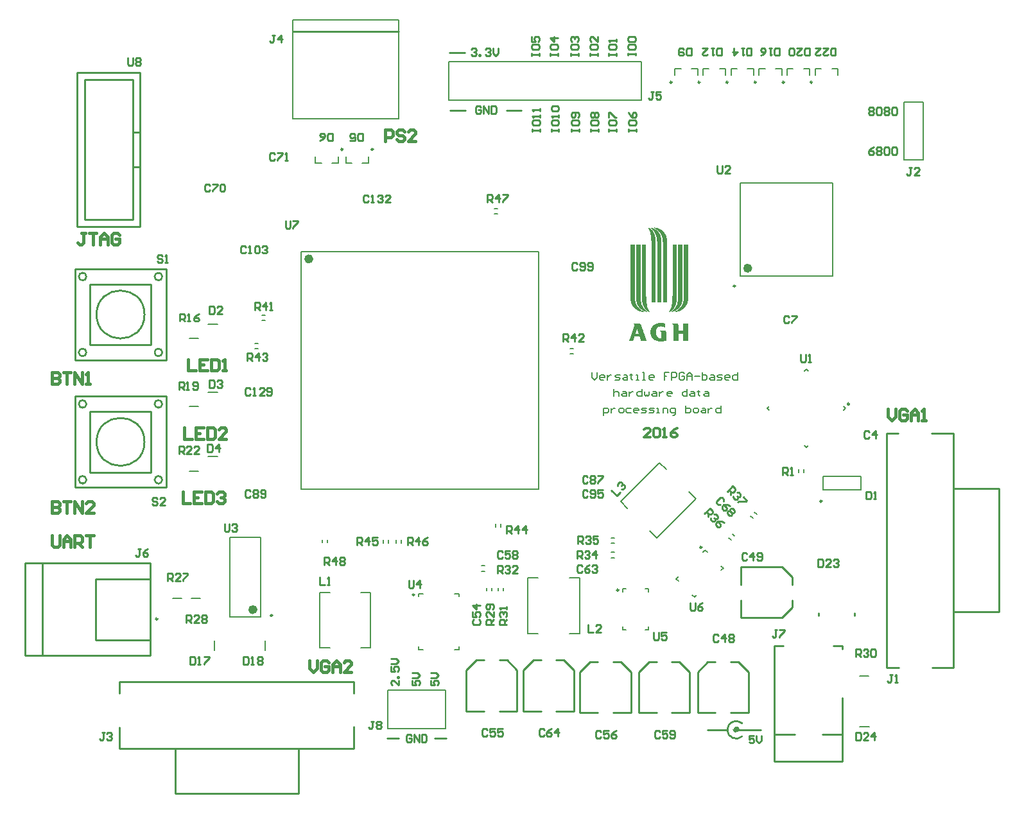
<source format=gto>
%FSAX24Y24*%
%MOIN*%
G70*
G01*
G75*
%ADD10C,0.0080*%
%ADD11C,0.0079*%
%ADD12R,0.0591X0.0551*%
%ADD13R,0.0551X0.0591*%
%ADD14O,0.0236X0.0866*%
%ADD15R,0.0394X0.1575*%
%ADD16R,0.1575X0.0394*%
%ADD17R,0.1299X0.0984*%
G04:AMPARAMS|DCode=18|XSize=8.7mil|YSize=74.8mil|CornerRadius=2.2mil|HoleSize=0mil|Usage=FLASHONLY|Rotation=90.000|XOffset=0mil|YOffset=0mil|HoleType=Round|Shape=RoundedRectangle|*
%AMROUNDEDRECTD18*
21,1,0.0087,0.0705,0,0,90.0*
21,1,0.0043,0.0748,0,0,90.0*
1,1,0.0043,0.0352,0.0022*
1,1,0.0043,0.0352,-0.0022*
1,1,0.0043,-0.0352,-0.0022*
1,1,0.0043,-0.0352,0.0022*
%
%ADD18ROUNDEDRECTD18*%
G04:AMPARAMS|DCode=19|XSize=8.7mil|YSize=74.8mil|CornerRadius=2.2mil|HoleSize=0mil|Usage=FLASHONLY|Rotation=180.000|XOffset=0mil|YOffset=0mil|HoleType=Round|Shape=RoundedRectangle|*
%AMROUNDEDRECTD19*
21,1,0.0087,0.0705,0,0,180.0*
21,1,0.0043,0.0748,0,0,180.0*
1,1,0.0043,-0.0022,0.0352*
1,1,0.0043,0.0022,0.0352*
1,1,0.0043,0.0022,-0.0352*
1,1,0.0043,-0.0022,-0.0352*
%
%ADD19ROUNDEDRECTD19*%
G04:AMPARAMS|DCode=20|XSize=133.9mil|YSize=135.8mil|CornerRadius=0mil|HoleSize=0mil|Usage=FLASHONLY|Rotation=135.000|XOffset=0mil|YOffset=0mil|HoleType=Round|Shape=Rectangle|*
%AMROTATEDRECTD20*
4,1,4,0.0953,0.0007,-0.0007,-0.0953,-0.0953,-0.0007,0.0007,0.0953,0.0953,0.0007,0.0*
%
%ADD20ROTATEDRECTD20*%

%ADD21R,0.1339X0.1358*%
%ADD22R,0.2047X0.0827*%
%ADD23R,0.2047X0.1969*%
G04:AMPARAMS|DCode=24|XSize=11.8mil|YSize=65mil|CornerRadius=3mil|HoleSize=0mil|Usage=FLASHONLY|Rotation=90.000|XOffset=0mil|YOffset=0mil|HoleType=Round|Shape=RoundedRectangle|*
%AMROUNDEDRECTD24*
21,1,0.0118,0.0591,0,0,90.0*
21,1,0.0059,0.0650,0,0,90.0*
1,1,0.0059,0.0295,0.0030*
1,1,0.0059,0.0295,-0.0030*
1,1,0.0059,-0.0295,-0.0030*
1,1,0.0059,-0.0295,0.0030*
%
%ADD24ROUNDEDRECTD24*%
G04:AMPARAMS|DCode=25|XSize=11.8mil|YSize=65mil|CornerRadius=3mil|HoleSize=0mil|Usage=FLASHONLY|Rotation=0.000|XOffset=0mil|YOffset=0mil|HoleType=Round|Shape=RoundedRectangle|*
%AMROUNDEDRECTD25*
21,1,0.0118,0.0591,0,0,0.0*
21,1,0.0059,0.0650,0,0,0.0*
1,1,0.0059,0.0030,-0.0295*
1,1,0.0059,-0.0030,-0.0295*
1,1,0.0059,-0.0030,0.0295*
1,1,0.0059,0.0030,0.0295*
%
%ADD25ROUNDEDRECTD25*%
%ADD26O,0.0827X0.0177*%
%ADD27R,0.1240X0.2028*%
%ADD28O,0.0118X0.0551*%
%ADD29O,0.0551X0.0118*%
G04:AMPARAMS|DCode=30|XSize=65mil|YSize=143.7mil|CornerRadius=0mil|HoleSize=0mil|Usage=FLASHONLY|Rotation=315.000|XOffset=0mil|YOffset=0mil|HoleType=Round|Shape=Rectangle|*
%AMROTATEDRECTD30*
4,1,4,-0.0738,-0.0278,0.0278,0.0738,0.0738,0.0278,-0.0278,-0.0738,-0.0738,-0.0278,0.0*
%
%ADD30ROTATEDRECTD30*%

G04:AMPARAMS|DCode=31|XSize=11.8mil|YSize=55.1mil|CornerRadius=0mil|HoleSize=0mil|Usage=FLASHONLY|Rotation=315.000|XOffset=0mil|YOffset=0mil|HoleType=Round|Shape=Round|*
%AMOVALD31*
21,1,0.0433,0.0118,0.0000,0.0000,45.0*
1,1,0.0118,-0.0153,-0.0153*
1,1,0.0118,0.0153,0.0153*
%
%ADD31OVALD31*%

G04:AMPARAMS|DCode=32|XSize=11.8mil|YSize=55.1mil|CornerRadius=0mil|HoleSize=0mil|Usage=FLASHONLY|Rotation=45.000|XOffset=0mil|YOffset=0mil|HoleType=Round|Shape=Round|*
%AMOVALD32*
21,1,0.0433,0.0118,0.0000,0.0000,135.0*
1,1,0.0118,0.0153,-0.0153*
1,1,0.0118,-0.0153,0.0153*
%
%ADD32OVALD32*%

%ADD33R,0.0650X0.1437*%
%ADD34R,0.0197X0.0236*%
%ADD35R,0.0236X0.0197*%
%ADD36R,0.0354X0.0276*%
%ADD37R,0.0276X0.0354*%
%ADD38R,0.0354X0.0315*%
%ADD39R,0.0315X0.0354*%
G04:AMPARAMS|DCode=40|XSize=35.4mil|YSize=31.5mil|CornerRadius=0mil|HoleSize=0mil|Usage=FLASHONLY|Rotation=225.000|XOffset=0mil|YOffset=0mil|HoleType=Round|Shape=Rectangle|*
%AMROTATEDRECTD40*
4,1,4,0.0014,0.0237,0.0237,0.0014,-0.0014,-0.0237,-0.0237,-0.0014,0.0014,0.0237,0.0*
%
%ADD40ROTATEDRECTD40*%

%ADD41R,0.0551X0.0472*%
G04:AMPARAMS|DCode=42|XSize=35.4mil|YSize=27.6mil|CornerRadius=0mil|HoleSize=0mil|Usage=FLASHONLY|Rotation=45.000|XOffset=0mil|YOffset=0mil|HoleType=Round|Shape=Rectangle|*
%AMROTATEDRECTD42*
4,1,4,-0.0028,-0.0223,-0.0223,-0.0028,0.0028,0.0223,0.0223,0.0028,-0.0028,-0.0223,0.0*
%
%ADD42ROTATEDRECTD42*%

%ADD43P,0.2840X4X270.0*%
G04:AMPARAMS|DCode=44|XSize=11.8mil|YSize=39.4mil|CornerRadius=0mil|HoleSize=0mil|Usage=FLASHONLY|Rotation=225.000|XOffset=0mil|YOffset=0mil|HoleType=Round|Shape=Rectangle|*
%AMROTATEDRECTD44*
4,1,4,-0.0097,0.0181,0.0181,-0.0097,0.0097,-0.0181,-0.0181,0.0097,-0.0097,0.0181,0.0*
%
%ADD44ROTATEDRECTD44*%

G04:AMPARAMS|DCode=45|XSize=11.8mil|YSize=39.4mil|CornerRadius=0mil|HoleSize=0mil|Usage=FLASHONLY|Rotation=315.000|XOffset=0mil|YOffset=0mil|HoleType=Round|Shape=Rectangle|*
%AMROTATEDRECTD45*
4,1,4,-0.0181,-0.0097,0.0097,0.0181,0.0181,0.0097,-0.0097,-0.0181,-0.0181,-0.0097,0.0*
%
%ADD45ROTATEDRECTD45*%

%ADD46R,0.0236X0.0453*%
%ADD47C,0.0118*%
%ADD48C,0.0197*%
%ADD49C,0.0110*%
%ADD50C,0.0315*%
%ADD51C,0.0236*%
%ADD52C,0.0551*%
%ADD53C,0.0157*%
%ADD54C,0.0276*%
%ADD55C,0.0100*%
%ADD56C,0.0709*%
%ADD57C,0.0787*%
%ADD58C,0.0472*%
%ADD59C,0.0512*%
%ADD60C,0.0827*%
%ADD61C,0.0120*%
%ADD62R,0.3858X0.3858*%
%ADD63O,0.2362X0.2756*%
%ADD64C,0.0551*%
%ADD65O,0.2756X0.2362*%
%ADD66O,0.1181X0.1024*%
%ADD67R,0.0827X0.0827*%
%ADD68C,0.0827*%
%ADD69C,0.0709*%
%ADD70C,0.1575*%
%ADD71C,0.1181*%
%ADD72O,0.2362X0.1969*%
%ADD73O,0.2362X0.1575*%
%ADD74O,0.1181X0.2362*%
%ADD75C,0.0748*%
%ADD76R,0.0748X0.0748*%
%ADD77R,0.0748X0.0748*%
%ADD78R,0.0787X0.0787*%
%ADD79C,0.0787*%
%ADD80C,0.2362*%
%ADD81C,0.1654*%
%ADD82C,0.0630*%
%ADD83R,0.0630X0.0630*%
%ADD84C,0.0280*%
%ADD85C,0.0472*%
%ADD86C,0.0079*%
G04:AMPARAMS|DCode=87|XSize=16.5mil|YSize=65mil|CornerRadius=4.1mil|HoleSize=0mil|Usage=FLASHONLY|Rotation=45.000|XOffset=0mil|YOffset=0mil|HoleType=Round|Shape=RoundedRectangle|*
%AMROUNDEDRECTD87*
21,1,0.0165,0.0567,0,0,45.0*
21,1,0.0083,0.0650,0,0,45.0*
1,1,0.0083,0.0230,-0.0171*
1,1,0.0083,0.0171,-0.0230*
1,1,0.0083,-0.0230,0.0171*
1,1,0.0083,-0.0171,0.0230*
%
%ADD87ROUNDEDRECTD87*%
G04:AMPARAMS|DCode=88|XSize=16.5mil|YSize=65mil|CornerRadius=4.1mil|HoleSize=0mil|Usage=FLASHONLY|Rotation=315.000|XOffset=0mil|YOffset=0mil|HoleType=Round|Shape=RoundedRectangle|*
%AMROUNDEDRECTD88*
21,1,0.0165,0.0567,0,0,315.0*
21,1,0.0083,0.0650,0,0,315.0*
1,1,0.0083,-0.0171,-0.0230*
1,1,0.0083,-0.0230,-0.0171*
1,1,0.0083,0.0171,0.0230*
1,1,0.0083,0.0230,0.0171*
%
%ADD88ROUNDEDRECTD88*%
G04:AMPARAMS|DCode=89|XSize=19.7mil|YSize=23.6mil|CornerRadius=0mil|HoleSize=0mil|Usage=FLASHONLY|Rotation=315.000|XOffset=0mil|YOffset=0mil|HoleType=Round|Shape=Rectangle|*
%AMROTATEDRECTD89*
4,1,4,-0.0153,-0.0014,0.0014,0.0153,0.0153,0.0014,-0.0014,-0.0153,-0.0153,-0.0014,0.0*
%
%ADD89ROTATEDRECTD89*%

%ADD90R,0.0433X0.0669*%
G04:AMPARAMS|DCode=91|XSize=66.9mil|YSize=43.3mil|CornerRadius=0mil|HoleSize=0mil|Usage=FLASHONLY|Rotation=225.000|XOffset=0mil|YOffset=0mil|HoleType=Round|Shape=Rectangle|*
%AMROTATEDRECTD91*
4,1,4,0.0084,0.0390,0.0390,0.0084,-0.0084,-0.0390,-0.0390,-0.0084,0.0084,0.0390,0.0*
%
%ADD91ROTATEDRECTD91*%

%ADD92R,0.0669X0.0433*%
G04:AMPARAMS|DCode=93|XSize=66.9mil|YSize=43.3mil|CornerRadius=0mil|HoleSize=0mil|Usage=FLASHONLY|Rotation=135.000|XOffset=0mil|YOffset=0mil|HoleType=Round|Shape=Rectangle|*
%AMROTATEDRECTD93*
4,1,4,0.0390,-0.0084,0.0084,-0.0390,-0.0390,0.0084,-0.0084,0.0390,0.0390,-0.0084,0.0*
%
%ADD93ROTATEDRECTD93*%

%ADD94O,0.0984X0.0295*%
%ADD95R,0.0630X0.0512*%
G04:AMPARAMS|DCode=96|XSize=49.2mil|YSize=33.5mil|CornerRadius=0mil|HoleSize=0mil|Usage=FLASHONLY|Rotation=135.000|XOffset=0mil|YOffset=0mil|HoleType=Round|Shape=Rectangle|*
%AMROTATEDRECTD96*
4,1,4,0.0292,-0.0056,0.0056,-0.0292,-0.0292,0.0056,-0.0056,0.0292,0.0292,-0.0056,0.0*
%
%ADD96ROTATEDRECTD96*%

G04:AMPARAMS|DCode=97|XSize=19.7mil|YSize=23.6mil|CornerRadius=0mil|HoleSize=0mil|Usage=FLASHONLY|Rotation=225.000|XOffset=0mil|YOffset=0mil|HoleType=Round|Shape=Rectangle|*
%AMROTATEDRECTD97*
4,1,4,-0.0014,0.0153,0.0153,-0.0014,0.0014,-0.0153,-0.0153,0.0014,-0.0014,0.0153,0.0*
%
%ADD97ROTATEDRECTD97*%

%ADD98R,0.0433X0.0551*%
%ADD99R,0.0551X0.0433*%
%ADD100R,0.0453X0.0236*%
%ADD101C,0.0394*%
%ADD102C,0.0433*%
%ADD103C,0.0630*%
%ADD104C,0.0984*%
%ADD105C,0.1575*%
%ADD106C,0.1181*%
%ADD107C,0.0098*%
%ADD108C,0.0010*%
D10*
X038976Y027093D02*
Y027487D01*
X039173D01*
X039239Y027421D01*
Y027290D01*
X039173Y027224D01*
X038976D01*
X039370Y027487D02*
Y027224D01*
Y027356D01*
X039436Y027421D01*
X039501Y027487D01*
X039567D01*
X039829Y027224D02*
X039960D01*
X040026Y027290D01*
Y027421D01*
X039960Y027487D01*
X039829D01*
X039764Y027421D01*
Y027290D01*
X039829Y027224D01*
X040419Y027487D02*
X040223D01*
X040157Y027421D01*
Y027290D01*
X040223Y027224D01*
X040419D01*
X040747D02*
X040616D01*
X040551Y027290D01*
Y027421D01*
X040616Y027487D01*
X040747D01*
X040813Y027421D01*
Y027356D01*
X040551D01*
X040944Y027224D02*
X041141D01*
X041207Y027290D01*
X041141Y027356D01*
X041010D01*
X040944Y027421D01*
X041010Y027487D01*
X041207D01*
X041338Y027224D02*
X041535D01*
X041600Y027290D01*
X041535Y027356D01*
X041403D01*
X041338Y027421D01*
X041403Y027487D01*
X041600D01*
X041731Y027224D02*
X041863D01*
X041797D01*
Y027487D01*
X041731D01*
X042059Y027224D02*
Y027487D01*
X042256D01*
X042322Y027421D01*
Y027224D01*
X042584Y027093D02*
X042650D01*
X042715Y027159D01*
Y027487D01*
X042519D01*
X042453Y027421D01*
Y027290D01*
X042519Y027224D01*
X042715D01*
X043240Y027618D02*
Y027224D01*
X043437D01*
X043502Y027290D01*
Y027356D01*
Y027421D01*
X043437Y027487D01*
X043240D01*
X043699Y027224D02*
X043830D01*
X043896Y027290D01*
Y027421D01*
X043830Y027487D01*
X043699D01*
X043634Y027421D01*
Y027290D01*
X043699Y027224D01*
X044093Y027487D02*
X044224D01*
X044290Y027421D01*
Y027224D01*
X044093D01*
X044027Y027290D01*
X044093Y027356D01*
X044290D01*
X044421Y027487D02*
Y027224D01*
Y027356D01*
X044486Y027421D01*
X044552Y027487D01*
X044618D01*
X045077Y027618D02*
Y027224D01*
X044880D01*
X044814Y027290D01*
Y027421D01*
X044880Y027487D01*
X045077D01*
X039518Y028484D02*
Y028091D01*
Y028287D01*
X039583Y028353D01*
X039715D01*
X039780Y028287D01*
Y028091D01*
X039977Y028353D02*
X040108D01*
X040174Y028287D01*
Y028091D01*
X039977D01*
X039911Y028156D01*
X039977Y028222D01*
X040174D01*
X040305Y028353D02*
Y028091D01*
Y028222D01*
X040370Y028287D01*
X040436Y028353D01*
X040502D01*
X040961Y028484D02*
Y028091D01*
X040764D01*
X040698Y028156D01*
Y028287D01*
X040764Y028353D01*
X040961D01*
X041092D02*
Y028156D01*
X041158Y028091D01*
X041223Y028156D01*
X041289Y028091D01*
X041354Y028156D01*
Y028353D01*
X041551D02*
X041682D01*
X041748Y028287D01*
Y028091D01*
X041551D01*
X041486Y028156D01*
X041551Y028222D01*
X041748D01*
X041879Y028353D02*
Y028091D01*
Y028222D01*
X041945Y028287D01*
X042010Y028353D01*
X042076D01*
X042470Y028091D02*
X042338D01*
X042273Y028156D01*
Y028287D01*
X042338Y028353D01*
X042470D01*
X042535Y028287D01*
Y028222D01*
X042273D01*
X043322Y028484D02*
Y028091D01*
X043125D01*
X043060Y028156D01*
Y028287D01*
X043125Y028353D01*
X043322D01*
X043519D02*
X043650D01*
X043716Y028287D01*
Y028091D01*
X043519D01*
X043453Y028156D01*
X043519Y028222D01*
X043716D01*
X043913Y028419D02*
Y028353D01*
X043847D01*
X043978D01*
X043913D01*
Y028156D01*
X043978Y028091D01*
X044241Y028353D02*
X044372D01*
X044437Y028287D01*
Y028091D01*
X044241D01*
X044175Y028156D01*
X044241Y028222D01*
X044437D01*
X038386Y029340D02*
Y029078D01*
X038517Y028947D01*
X038648Y029078D01*
Y029340D01*
X038976Y028947D02*
X038845D01*
X038779Y029012D01*
Y029144D01*
X038845Y029209D01*
X038976D01*
X039042Y029144D01*
Y029078D01*
X038779D01*
X039173Y029209D02*
Y028947D01*
Y029078D01*
X039239Y029144D01*
X039304Y029209D01*
X039370D01*
X039567Y028947D02*
X039763D01*
X039829Y029012D01*
X039763Y029078D01*
X039632D01*
X039567Y029144D01*
X039632Y029209D01*
X039829D01*
X040026D02*
X040157D01*
X040223Y029144D01*
Y028947D01*
X040026D01*
X039960Y029012D01*
X040026Y029078D01*
X040223D01*
X040419Y029275D02*
Y029209D01*
X040354D01*
X040485D01*
X040419D01*
Y029012D01*
X040485Y028947D01*
X040682D02*
X040813D01*
X040747D01*
Y029209D01*
X040682D01*
X041010Y028947D02*
X041141D01*
X041075D01*
Y029340D01*
X041010D01*
X041534Y028947D02*
X041403D01*
X041338Y029012D01*
Y029144D01*
X041403Y029209D01*
X041534D01*
X041600Y029144D01*
Y029078D01*
X041338D01*
X042387Y029340D02*
X042125D01*
Y029144D01*
X042256D01*
X042125D01*
Y028947D01*
X042518D02*
Y029340D01*
X042715D01*
X042781Y029275D01*
Y029144D01*
X042715Y029078D01*
X042518D01*
X043174Y029275D02*
X043109Y029340D01*
X042978D01*
X042912Y029275D01*
Y029012D01*
X042978Y028947D01*
X043109D01*
X043174Y029012D01*
Y029144D01*
X043043D01*
X043306Y028947D02*
Y029209D01*
X043437Y029340D01*
X043568Y029209D01*
Y028947D01*
Y029144D01*
X043306D01*
X043699D02*
X043961D01*
X044093Y029340D02*
Y028947D01*
X044289D01*
X044355Y029012D01*
Y029078D01*
Y029144D01*
X044289Y029209D01*
X044093D01*
X044552D02*
X044683D01*
X044749Y029144D01*
Y028947D01*
X044552D01*
X044486Y029012D01*
X044552Y029078D01*
X044749D01*
X044880Y028947D02*
X045077D01*
X045142Y029012D01*
X045077Y029078D01*
X044945D01*
X044880Y029144D01*
X044945Y029209D01*
X045142D01*
X045470Y028947D02*
X045339D01*
X045273Y029012D01*
Y029144D01*
X045339Y029209D01*
X045470D01*
X045536Y029144D01*
Y029078D01*
X045273D01*
X045929Y029340D02*
Y028947D01*
X045733D01*
X045667Y029012D01*
Y029144D01*
X045733Y029209D01*
X045929D01*
D11*
X052264Y010945D02*
X052776D01*
X021417Y014902D02*
Y015413D01*
X018760Y014902D02*
Y015413D01*
X018445Y024961D02*
X018957D01*
X018445Y028307D02*
X018957D01*
X018445Y031850D02*
X018957D01*
X052333Y023238D02*
Y023947D01*
X050364Y023238D02*
Y023947D01*
X052333D01*
X050364Y023238D02*
X052333D01*
X024250Y015036D02*
Y017910D01*
X026888Y015036D02*
Y017910D01*
X024250Y015036D02*
X024762D01*
X024250Y017910D02*
X024762D01*
X026376Y015036D02*
X026888D01*
X026376Y017910D02*
X026888D01*
X050870Y034352D02*
Y039155D01*
X046067Y034352D02*
Y039155D01*
X050870D01*
X046067Y034352D02*
X050870D01*
X043422Y023122D02*
X043783Y022760D01*
X041389Y021090D02*
X041751Y020728D01*
X041890Y024653D02*
X042252Y024291D01*
X039858Y022621D02*
X040220Y022259D01*
X041751Y020728D02*
X043783Y022760D01*
X039858Y022621D02*
X041890Y024653D01*
X037215Y018661D02*
X037726D01*
X037215Y015787D02*
X037726D01*
X035049Y018661D02*
X035561D01*
X035049Y015787D02*
X035561D01*
X037726D02*
Y018661D01*
X035049Y015787D02*
Y018661D01*
X028346Y042520D02*
Y047638D01*
X022835Y042520D02*
X028346D01*
X022835D02*
Y047638D01*
X028346D01*
X023278Y023278D02*
Y035620D01*
X035620Y023278D02*
Y035620D01*
X023278D02*
X035620D01*
X023278Y023278D02*
X035620D01*
X019587Y020758D02*
X021161D01*
X019587Y016624D02*
X021161D01*
X019587D02*
Y020758D01*
X021161Y016624D02*
Y020758D01*
X029359Y014937D02*
X029614D01*
X029359D02*
Y015095D01*
X031229Y014937D02*
X031484D01*
Y015095D01*
Y017693D02*
Y017851D01*
X031229D02*
X031484D01*
X029359D02*
X029614D01*
X029359Y017693D02*
Y017851D01*
X042747Y018610D02*
X042859Y018499D01*
X042747Y018610D02*
X042859Y018722D01*
X043583Y017775D02*
X043694Y017664D01*
X043805Y017775D01*
X045086Y019056D02*
X045197Y019167D01*
X045086Y019278D02*
X045197Y019167D01*
X044251Y020113D02*
X044362Y020002D01*
X044139D02*
X044251Y020113D01*
X039970Y015965D02*
X040128D01*
X039970D02*
Y016122D01*
X041152Y015965D02*
X041309D01*
Y016122D01*
Y017933D02*
Y018091D01*
X041152D02*
X041309D01*
X039970D02*
X040128D01*
X039970Y017933D02*
Y018091D01*
X030953Y043480D02*
X040953D01*
Y045480D01*
X030953D02*
X040953D01*
X030953Y043480D02*
Y045480D01*
X054579Y040366D02*
X055579D01*
X054579D02*
X054579Y043366D01*
X055579D01*
X055579Y040366D01*
X024646Y020492D02*
Y020650D01*
X024370Y020492D02*
Y020650D01*
X033307Y037579D02*
X033465D01*
X033307Y037854D02*
X033465D01*
X028484Y020472D02*
Y020630D01*
X028209Y020472D02*
Y020630D01*
X027539Y020472D02*
Y020630D01*
X027815Y020472D02*
Y020630D01*
X033366Y021299D02*
Y021457D01*
X033642Y021299D02*
Y021457D01*
X049114Y024144D02*
X049114Y024301D01*
X049390Y024144D02*
Y024301D01*
X017480Y031102D02*
X017953Y031102D01*
X017480Y027559D02*
X017953Y027559D01*
X017480Y024213D02*
X017953D01*
X016594Y017618D02*
X017067D01*
X017579Y017618D02*
X018051D01*
X033189Y018150D02*
X033189Y017992D01*
X032913Y018150D02*
X032913Y017992D01*
X052283Y013583D02*
X052756D01*
X033504Y018150D02*
X033504Y017992D01*
X033780Y017992D02*
Y018150D01*
X032649Y019019D02*
X032807D01*
X032649Y019295D02*
X032807Y019295D01*
X039370Y019715D02*
X039528D01*
X039370Y019990D02*
X039528D01*
X039370Y020748D02*
X039528D01*
X039370Y020472D02*
X039528Y020472D01*
X045483Y020754D02*
X045595Y020643D01*
X045678Y020949D02*
X045790Y020837D01*
X046813Y022082D02*
X046925Y021971D01*
X046619Y021887D02*
X046730Y021776D01*
X021250Y032037D02*
X021407D01*
X021250Y032313D02*
X021407D01*
X037234Y030295D02*
X037392D01*
X037234Y030571D02*
X037392D01*
X020886Y030571D02*
X021043D01*
X020886Y030846D02*
X021043D01*
X027776Y010823D02*
Y012823D01*
Y010823D02*
X030776D01*
Y012823D01*
X027776D02*
X030776D01*
X049420Y029405D02*
X049518Y029503D01*
X049615Y029405D01*
X047485Y027470D02*
X047583Y027568D01*
X047485Y027470D02*
X047583Y027373D01*
X049420Y025536D02*
X049518Y025438D01*
X049615Y025536D01*
X051453Y027373D02*
X051550Y027470D01*
X051453Y027568D02*
X051550Y027470D01*
X043543Y045118D02*
X043858D01*
Y044764D02*
Y045118D01*
X042677D02*
X042992D01*
X042677Y044764D02*
Y045118D01*
X024016Y040197D02*
X024331D01*
X024016D02*
Y040551D01*
X024882Y040197D02*
X025197D01*
Y040551D01*
X026772Y040197D02*
Y040551D01*
X026457Y040197D02*
X026772D01*
X025591D02*
Y040551D01*
Y040197D02*
X025906D01*
X045000Y045118D02*
X045315D01*
Y044764D02*
Y045118D01*
X044134D02*
X044449D01*
X044134Y044764D02*
Y045118D01*
X046457Y045118D02*
X046772D01*
Y044764D02*
Y045118D01*
X045591D02*
X045906D01*
X045591Y044764D02*
Y045118D01*
X047913D02*
X048228D01*
Y044764D02*
Y045118D01*
X047047D02*
X047362D01*
X047047Y044764D02*
Y045118D01*
X049370Y045118D02*
X049685D01*
Y044764D02*
Y045118D01*
X048504D02*
X048819D01*
X048504Y044764D02*
Y045118D01*
X050827Y045118D02*
X051142D01*
Y044764D02*
Y045118D01*
X049961D02*
X050276D01*
X049961Y044764D02*
Y045118D01*
D47*
X041411Y025955D02*
X041083D01*
X041411Y026283D01*
Y026365D01*
X041329Y026447D01*
X041165D01*
X041083Y026365D01*
X041575D02*
X041657Y026447D01*
X041821D01*
X041903Y026365D01*
Y026037D01*
X041821Y025955D01*
X041657D01*
X041575Y026037D01*
Y026365D01*
X042067Y025955D02*
X042231D01*
X042149D01*
Y026447D01*
X042067Y026365D01*
X042805Y026447D02*
X042641Y026365D01*
X042477Y026201D01*
Y026037D01*
X042559Y025955D01*
X042723D01*
X042805Y026037D01*
Y026119D01*
X042723Y026201D01*
X042477D01*
D50*
X045887Y010807D02*
G03*
X045889Y010796I-000024J-000010D01*
G01*
D51*
X046579Y034745D02*
G03*
X046579Y034745I-000118J000000D01*
G01*
X023789Y035226D02*
G03*
X023789Y035226I-000118J000000D01*
G01*
X020886Y017018D02*
G03*
X020886Y017018I-000118J000000D01*
G01*
D53*
X053750Y027441D02*
Y027047D01*
X053947Y026850D01*
X054144Y027047D01*
Y027441D01*
X054734Y027342D02*
X054636Y027441D01*
X054439D01*
X054340Y027342D01*
Y026949D01*
X054439Y026850D01*
X054636D01*
X054734Y026949D01*
Y027146D01*
X054537D01*
X054931Y026850D02*
Y027244D01*
X055128Y027441D01*
X055324Y027244D01*
Y026850D01*
Y027146D01*
X054931D01*
X055521Y026850D02*
X055718D01*
X055619D01*
Y027441D01*
X055521Y027342D01*
X023720Y014370D02*
Y013976D01*
X023917Y013780D01*
X024114Y013976D01*
Y014370D01*
X024704Y014271D02*
X024606Y014370D01*
X024409D01*
X024311Y014271D01*
Y013878D01*
X024409Y013780D01*
X024606D01*
X024704Y013878D01*
Y014075D01*
X024508D01*
X024901Y013780D02*
Y014173D01*
X025098Y014370D01*
X025295Y014173D01*
Y013780D01*
Y014075D01*
X024901D01*
X025885Y013780D02*
X025492D01*
X025885Y014173D01*
Y014271D01*
X025787Y014370D01*
X025590D01*
X025492Y014271D01*
X017421Y030019D02*
Y029429D01*
X017815D01*
X018405Y030019D02*
X018012D01*
Y029429D01*
X018405D01*
X018012Y029724D02*
X018208D01*
X018602Y030019D02*
Y029429D01*
X018897D01*
X018996Y029528D01*
Y029921D01*
X018897Y030019D01*
X018602D01*
X019192Y029429D02*
X019389D01*
X019291D01*
Y030019D01*
X019192Y029921D01*
X017224Y026476D02*
Y025886D01*
X017618D01*
X018208Y026476D02*
X017815D01*
Y025886D01*
X018208D01*
X017815Y026181D02*
X018012D01*
X018405Y026476D02*
Y025886D01*
X018700D01*
X018799Y025984D01*
Y026378D01*
X018700Y026476D01*
X018405D01*
X019389Y025886D02*
X018995D01*
X019389Y026279D01*
Y026378D01*
X019291Y026476D01*
X019094D01*
X018995Y026378D01*
X017126Y023130D02*
Y022539D01*
X017520D01*
X018110Y023130D02*
X017716D01*
Y022539D01*
X018110D01*
X017716Y022835D02*
X017913D01*
X018307Y023130D02*
Y022539D01*
X018602D01*
X018700Y022638D01*
Y023031D01*
X018602Y023130D01*
X018307D01*
X018897Y023031D02*
X018995Y023130D01*
X019192D01*
X019291Y023031D01*
Y022933D01*
X019192Y022835D01*
X019094D01*
X019192D01*
X019291Y022736D01*
Y022638D01*
X019192Y022539D01*
X018995D01*
X018897Y022638D01*
X027648Y041339D02*
Y041929D01*
X027943D01*
X028041Y041831D01*
Y041634D01*
X027943Y041535D01*
X027648D01*
X028632Y041831D02*
X028533Y041929D01*
X028336D01*
X028238Y041831D01*
Y041732D01*
X028336Y041634D01*
X028533D01*
X028632Y041535D01*
Y041437D01*
X028533Y041339D01*
X028336D01*
X028238Y041437D01*
X029222Y041339D02*
X028828D01*
X029222Y041732D01*
Y041831D01*
X029124Y041929D01*
X028927D01*
X028828Y041831D01*
X010335Y020866D02*
Y020374D01*
X010433Y020276D01*
X010630D01*
X010728Y020374D01*
Y020866D01*
X010925Y020276D02*
Y020669D01*
X011122Y020866D01*
X011319Y020669D01*
Y020276D01*
Y020571D01*
X010925D01*
X011515Y020276D02*
Y020866D01*
X011811D01*
X011909Y020768D01*
Y020571D01*
X011811Y020472D01*
X011515D01*
X011712D02*
X011909Y020276D01*
X012106Y020866D02*
X012499D01*
X012303D01*
Y020276D01*
X010335Y029331D02*
Y028740D01*
X010630D01*
X010728Y028839D01*
Y028937D01*
X010630Y029035D01*
X010335D01*
X010630D01*
X010728Y029134D01*
Y029232D01*
X010630Y029331D01*
X010335D01*
X010925D02*
X011319D01*
X011122D01*
Y028740D01*
X011515D02*
Y029331D01*
X011909Y028740D01*
Y029331D01*
X012106Y028740D02*
X012303D01*
X012204D01*
Y029331D01*
X012106Y029232D01*
X010335Y022638D02*
Y022047D01*
X010630D01*
X010728Y022146D01*
Y022244D01*
X010630Y022342D01*
X010335D01*
X010630D01*
X010728Y022441D01*
Y022539D01*
X010630Y022638D01*
X010335D01*
X010925D02*
X011319D01*
X011122D01*
Y022047D01*
X011515D02*
Y022638D01*
X011909Y022047D01*
Y022638D01*
X012499Y022047D02*
X012106D01*
X012499Y022441D01*
Y022539D01*
X012401Y022638D01*
X012204D01*
X012106Y022539D01*
X012067Y036565D02*
X011870D01*
X011968D01*
Y036073D01*
X011870Y035974D01*
X011772D01*
X011673Y036073D01*
X012264Y036565D02*
X012657D01*
X012460D01*
Y035974D01*
X012854D02*
Y036368D01*
X013051Y036565D01*
X013248Y036368D01*
Y035974D01*
Y036270D01*
X012854D01*
X013838Y036466D02*
X013739Y036565D01*
X013543D01*
X013444Y036466D01*
Y036073D01*
X013543Y035974D01*
X013739D01*
X013838Y036073D01*
Y036270D01*
X013641D01*
D55*
X016063Y027695D02*
G03*
X016063Y027695I-000197J000000D01*
G01*
Y023758D02*
G03*
X016063Y023758I-000197J000000D01*
G01*
X012126D02*
G03*
X012126Y023758I-000197J000000D01*
G01*
Y027695D02*
G03*
X012126Y027695I-000197J000000D01*
G01*
X015143Y025727D02*
G03*
X015143Y025727I-001245J000000D01*
G01*
X016063Y034309D02*
G03*
X016063Y034309I-000197J000000D01*
G01*
Y030372D02*
G03*
X016063Y030372I-000197J000000D01*
G01*
X012126D02*
G03*
X012126Y030372I-000197J000000D01*
G01*
Y034309D02*
G03*
X012126Y034309I-000197J000000D01*
G01*
X015143Y032341D02*
G03*
X015143Y032341I-001245J000000D01*
G01*
X046163Y011122D02*
G03*
X046174Y010440I-000301J-000346D01*
G01*
X036518Y011754D02*
X037441D01*
X034803D02*
X035726D01*
X034803D02*
Y013865D01*
X035331Y014392D01*
X037441Y011754D02*
Y013865D01*
X036913Y014392D02*
X037441Y013865D01*
X035331Y014392D02*
X035726D01*
X036518D02*
X036913D01*
X042522Y011673D02*
X043445D01*
X040807D02*
X041730D01*
X040807D02*
Y013783D01*
X041335Y014311D01*
X043445Y011673D02*
Y013783D01*
X042917Y014311D02*
X043445Y013783D01*
X041335Y014311D02*
X041730D01*
X042522D02*
X042917D01*
X039470Y011673D02*
X040394D01*
X037756D02*
X038679D01*
X037756D02*
Y013783D01*
X038283Y014311D01*
X040394Y011673D02*
Y013783D01*
X039866Y014311D02*
X040394Y013783D01*
X038283Y014311D02*
X038679D01*
X039470D02*
X039866D01*
X033565Y011754D02*
X034488D01*
X031850D02*
X032774D01*
X031850D02*
Y013865D01*
X032378Y014392D01*
X034488Y011754D02*
Y013865D01*
X033961Y014392D02*
X034488Y013865D01*
X032378Y014392D02*
X032774D01*
X033565D02*
X033961D01*
X046122Y016594D02*
Y017518D01*
Y018309D02*
Y019232D01*
X048232D01*
X048760Y018705D01*
X046122Y016594D02*
X048232D01*
X048760Y017122D01*
Y018309D02*
Y018705D01*
Y017122D02*
Y017518D01*
X045573Y011673D02*
X046496D01*
X043858D02*
X044781D01*
X043858D02*
Y013783D01*
X044386Y014311D01*
X046496Y011673D02*
Y013783D01*
X045968Y014311D02*
X046496Y013783D01*
X044386Y014311D02*
X044781D01*
X045573D02*
X045968D01*
X026014Y012687D02*
Y013287D01*
X026004Y009843D02*
Y010935D01*
X013848Y009813D02*
Y010906D01*
Y012657D02*
Y013287D01*
X013878Y009803D02*
X026004D01*
X013878Y013287D02*
X026014D01*
X023150Y007461D02*
Y009803D01*
X016732Y007461D02*
X023150D01*
X016732D02*
Y009803D01*
X053671Y026171D02*
X054272D01*
X056024Y026161D02*
X057116D01*
X056053Y014006D02*
X057146D01*
X053671D02*
X054301D01*
X057156Y014035D02*
Y026161D01*
X053671Y014035D02*
Y026171D01*
X057156Y023307D02*
X059498D01*
Y016890D02*
Y023307D01*
X057156Y016890D02*
X059498D01*
X011535Y028089D02*
X016260D01*
X011535Y023365D02*
Y028089D01*
Y023365D02*
X016260D01*
Y028089D01*
X012323Y027302D02*
X015472D01*
X012323Y024152D02*
Y027302D01*
Y024152D02*
X015472D01*
Y027302D01*
X011535Y034703D02*
X016260D01*
X011535Y029979D02*
Y034703D01*
Y029979D02*
X016260D01*
Y034703D01*
X012323Y033916D02*
X015472D01*
X012323Y030766D02*
Y033916D01*
Y030766D02*
X015472D01*
Y033916D01*
X011654Y036909D02*
Y044902D01*
X014921Y036909D02*
Y044902D01*
X014547Y037283D02*
Y044528D01*
X011654Y036909D02*
X014921D01*
X012028Y044528D02*
X014547D01*
X011654Y044902D02*
X014921D01*
X012028Y037283D02*
Y044528D01*
Y037283D02*
X014547D01*
Y040020D02*
X014921D01*
X014547Y041791D02*
X014921D01*
X022835Y047047D02*
X028346D01*
X050148Y016693D02*
Y016850D01*
X052018Y016693D02*
Y016850D01*
X051388Y009154D02*
Y012421D01*
Y014980D02*
Y015138D01*
X047844D02*
X048317D01*
X050915D02*
X051388D01*
X047844Y009154D02*
X051388D01*
X050325Y010532D02*
X051388D01*
X047844D02*
X048907D01*
X047844Y009154D02*
Y012382D01*
Y015138D01*
X033937Y042953D02*
X034724D01*
X031024D02*
X031811D01*
X030984Y045945D02*
X031772D01*
X044380Y010778D02*
X045413D01*
X045758D02*
X047136D01*
X027756Y010335D02*
X028346D01*
X030217D02*
X030807D01*
X008957Y014626D02*
X015453D01*
X012598Y015453D02*
X015453D01*
X012598D02*
Y018602D01*
X015453D01*
X009843Y014626D02*
Y019429D01*
X008957Y014626D02*
Y019429D01*
X015453Y014626D02*
Y019429D01*
X008957D02*
X015453D01*
X041562Y043898D02*
X041430D01*
X041496D01*
Y043570D01*
X041430Y043504D01*
X041365D01*
X041299Y043570D01*
X041955Y043898D02*
X041693D01*
Y043701D01*
X041824Y043766D01*
X041890D01*
X041955Y043701D01*
Y043570D01*
X041890Y043504D01*
X041758D01*
X041693Y043570D01*
X054987Y039960D02*
X054856D01*
X054921D01*
Y039633D01*
X054856Y039567D01*
X054790D01*
X054724Y039633D01*
X055380Y039567D02*
X055118D01*
X055380Y039829D01*
Y039895D01*
X055315Y039960D01*
X055184D01*
X055118Y039895D01*
X022461Y037205D02*
Y036877D01*
X022526Y036811D01*
X022657D01*
X022723Y036877D01*
Y037205D01*
X022854D02*
X023117D01*
Y037139D01*
X022854Y036877D01*
Y036811D01*
X024488Y019331D02*
Y019724D01*
X024685D01*
X024751Y019659D01*
Y019527D01*
X024685Y019462D01*
X024488D01*
X024619D02*
X024751Y019331D01*
X025079D02*
Y019724D01*
X024882Y019527D01*
X025144D01*
X025275Y019659D02*
X025341Y019724D01*
X025472D01*
X025538Y019659D01*
Y019593D01*
X025472Y019527D01*
X025538Y019462D01*
Y019396D01*
X025472Y019331D01*
X025341D01*
X025275Y019396D01*
Y019462D01*
X025341Y019527D01*
X025275Y019593D01*
Y019659D01*
X025341Y019527D02*
X025472D01*
X032943Y038179D02*
Y038573D01*
X033140D01*
X033205Y038507D01*
Y038376D01*
X033140Y038310D01*
X032943D01*
X033074D02*
X033205Y038179D01*
X033533D02*
Y038573D01*
X033336Y038376D01*
X033599D01*
X033730Y038573D02*
X033992D01*
Y038507D01*
X033730Y038245D01*
Y038179D01*
X028799Y020374D02*
Y020768D01*
X028996D01*
X029062Y020702D01*
Y020571D01*
X028996Y020505D01*
X028799D01*
X028930D02*
X029062Y020374D01*
X029390D02*
Y020768D01*
X029193Y020571D01*
X029455D01*
X029849Y020768D02*
X029718Y020702D01*
X029586Y020571D01*
Y020440D01*
X029652Y020374D01*
X029783D01*
X029849Y020440D01*
Y020505D01*
X029783Y020571D01*
X029586D01*
X026181Y020374D02*
Y020768D01*
X026378D01*
X026443Y020702D01*
Y020571D01*
X026378Y020505D01*
X026181D01*
X026312D02*
X026443Y020374D01*
X026771D02*
Y020768D01*
X026575Y020571D01*
X026837D01*
X027231Y020768D02*
X026968D01*
Y020571D01*
X027099Y020636D01*
X027165D01*
X027231Y020571D01*
Y020440D01*
X027165Y020374D01*
X027034D01*
X026968Y020440D01*
X033957Y020965D02*
Y021358D01*
X034153D01*
X034219Y021293D01*
Y021161D01*
X034153Y021096D01*
X033957D01*
X034088D02*
X034219Y020965D01*
X034547D02*
Y021358D01*
X034350Y021161D01*
X034613D01*
X034941Y020965D02*
Y021358D01*
X034744Y021161D01*
X035006D01*
X038156Y023891D02*
X038090Y023957D01*
X037959D01*
X037894Y023891D01*
Y023629D01*
X037959Y023563D01*
X038090D01*
X038156Y023629D01*
X038287Y023891D02*
X038353Y023957D01*
X038484D01*
X038550Y023891D01*
Y023825D01*
X038484Y023760D01*
X038550Y023694D01*
Y023629D01*
X038484Y023563D01*
X038353D01*
X038287Y023629D01*
Y023694D01*
X038353Y023760D01*
X038287Y023825D01*
Y023891D01*
X038353Y023760D02*
X038484D01*
X038681Y023957D02*
X038943D01*
Y023891D01*
X038681Y023629D01*
Y023563D01*
X020636Y028478D02*
X020571Y028543D01*
X020440D01*
X020374Y028478D01*
Y028215D01*
X020440Y028150D01*
X020571D01*
X020636Y028215D01*
X020768Y028150D02*
X020899D01*
X020833D01*
Y028543D01*
X020768Y028478D01*
X021358Y028150D02*
X021096D01*
X021358Y028412D01*
Y028478D01*
X021292Y028543D01*
X021161D01*
X021096Y028478D01*
X021489Y028215D02*
X021555Y028150D01*
X021686D01*
X021752Y028215D01*
Y028478D01*
X021686Y028543D01*
X021555D01*
X021489Y028478D01*
Y028412D01*
X021555Y028346D01*
X021752D01*
X026778Y038487D02*
X026713Y038553D01*
X026581D01*
X026516Y038487D01*
Y038225D01*
X026581Y038159D01*
X026713D01*
X026778Y038225D01*
X026909Y038159D02*
X027041D01*
X026975D01*
Y038553D01*
X026909Y038487D01*
X027237D02*
X027303Y038553D01*
X027434D01*
X027500Y038487D01*
Y038422D01*
X027434Y038356D01*
X027368D01*
X027434D01*
X027500Y038291D01*
Y038225D01*
X027434Y038159D01*
X027303D01*
X027237Y038225D01*
X027893Y038159D02*
X027631D01*
X027893Y038422D01*
Y038487D01*
X027828Y038553D01*
X027696D01*
X027631Y038487D01*
X052782Y026233D02*
X052716Y026299D01*
X052585D01*
X052520Y026233D01*
Y025971D01*
X052585Y025906D01*
X052716D01*
X052782Y025971D01*
X053110Y025906D02*
Y026299D01*
X052913Y026102D01*
X053176D01*
X048598Y032218D02*
X048533Y032283D01*
X048402D01*
X048336Y032218D01*
Y031955D01*
X048402Y031890D01*
X048533D01*
X048598Y031955D01*
X048730Y032283D02*
X048992D01*
Y032218D01*
X048730Y031955D01*
Y031890D01*
X052598Y023149D02*
Y022756D01*
X052795D01*
X052861Y022822D01*
Y023084D01*
X052795Y023149D01*
X052598D01*
X052992Y022756D02*
X053123D01*
X053058D01*
Y023149D01*
X052992Y023084D01*
X053973Y013622D02*
X053842D01*
X053907D01*
Y013294D01*
X053842Y013228D01*
X053776D01*
X053711Y013294D01*
X054104Y013228D02*
X054235D01*
X054170D01*
Y013622D01*
X054104Y013556D01*
X013058Y010630D02*
X012926D01*
X012992D01*
Y010302D01*
X012926Y010236D01*
X012861D01*
X012795Y010302D01*
X013189Y010564D02*
X013254Y010630D01*
X013386D01*
X013451Y010564D01*
Y010499D01*
X013386Y010433D01*
X013320D01*
X013386D01*
X013451Y010367D01*
Y010302D01*
X013386Y010236D01*
X013254D01*
X013189Y010302D01*
X048268Y024016D02*
Y024409D01*
X048464D01*
X048530Y024344D01*
Y024213D01*
X048464Y024147D01*
X048268D01*
X048399D02*
X048530Y024016D01*
X048661D02*
X048792D01*
X048727D01*
Y024409D01*
X048661Y024344D01*
X049213Y030275D02*
Y029947D01*
X049278Y029882D01*
X049409D01*
X049475Y029947D01*
Y030275D01*
X049606Y029882D02*
X049737D01*
X049672D01*
Y030275D01*
X049606Y030210D01*
X044882Y040059D02*
Y039731D01*
X044947Y039665D01*
X045079D01*
X045144Y039731D01*
Y040059D01*
X045538Y039665D02*
X045275D01*
X045538Y039928D01*
Y039993D01*
X045472Y040059D01*
X045341D01*
X045275Y039993D01*
X044947Y015682D02*
X044882Y015748D01*
X044751D01*
X044685Y015682D01*
Y015420D01*
X044751Y015354D01*
X044882D01*
X044947Y015420D01*
X045275Y015354D02*
Y015748D01*
X045079Y015551D01*
X045341D01*
X045472Y015682D02*
X045538Y015748D01*
X045669D01*
X045735Y015682D01*
Y015617D01*
X045669Y015551D01*
X045735Y015486D01*
Y015420D01*
X045669Y015354D01*
X045538D01*
X045472Y015420D01*
Y015486D01*
X045538Y015551D01*
X045472Y015617D01*
Y015682D01*
X045538Y015551D02*
X045669D01*
X046424Y019915D02*
X046358Y019980D01*
X046227D01*
X046161Y019915D01*
Y019652D01*
X046227Y019587D01*
X046358D01*
X046424Y019652D01*
X046752Y019587D02*
Y019980D01*
X046555Y019783D01*
X046817D01*
X046949Y019652D02*
X047014Y019587D01*
X047145D01*
X047211Y019652D01*
Y019915D01*
X047145Y019980D01*
X047014D01*
X046949Y019915D01*
Y019849D01*
X047014Y019783D01*
X047211D01*
X032251Y016503D02*
X032185Y016437D01*
Y016306D01*
X032251Y016240D01*
X032513D01*
X032579Y016306D01*
Y016437D01*
X032513Y016503D01*
X032185Y016896D02*
Y016634D01*
X032382D01*
X032316Y016765D01*
Y016831D01*
X032382Y016896D01*
X032513D01*
X032579Y016831D01*
Y016699D01*
X032513Y016634D01*
X032579Y017224D02*
X032185D01*
X032382Y017027D01*
Y017290D01*
X032940Y010761D02*
X032874Y010827D01*
X032743D01*
X032677Y010761D01*
Y010499D01*
X032743Y010433D01*
X032874D01*
X032940Y010499D01*
X033333Y010827D02*
X033071D01*
Y010630D01*
X033202Y010695D01*
X033268D01*
X033333Y010630D01*
Y010499D01*
X033268Y010433D01*
X033136D01*
X033071Y010499D01*
X033727Y010827D02*
X033464D01*
Y010630D01*
X033595Y010695D01*
X033661D01*
X033727Y010630D01*
Y010499D01*
X033661Y010433D01*
X033530D01*
X033464Y010499D01*
X038845Y010663D02*
X038779Y010728D01*
X038648D01*
X038583Y010663D01*
Y010400D01*
X038648Y010335D01*
X038779D01*
X038845Y010400D01*
X039239Y010728D02*
X038976D01*
Y010531D01*
X039107Y010597D01*
X039173D01*
X039239Y010531D01*
Y010400D01*
X039173Y010335D01*
X039042D01*
X038976Y010400D01*
X039632Y010728D02*
X039501Y010663D01*
X039370Y010531D01*
Y010400D01*
X039435Y010335D01*
X039567D01*
X039632Y010400D01*
Y010466D01*
X039567Y010531D01*
X039370D01*
X033727Y020013D02*
X033661Y020079D01*
X033530D01*
X033465Y020013D01*
Y019751D01*
X033530Y019685D01*
X033661D01*
X033727Y019751D01*
X034121Y020079D02*
X033858D01*
Y019882D01*
X033989Y019947D01*
X034055D01*
X034121Y019882D01*
Y019751D01*
X034055Y019685D01*
X033924D01*
X033858Y019751D01*
X034252Y020013D02*
X034317Y020079D01*
X034448D01*
X034514Y020013D01*
Y019947D01*
X034448Y019882D01*
X034514Y019816D01*
Y019751D01*
X034448Y019685D01*
X034317D01*
X034252Y019751D01*
Y019816D01*
X034317Y019882D01*
X034252Y019947D01*
Y020013D01*
X034317Y019882D02*
X034448D01*
X041896Y010663D02*
X041831Y010728D01*
X041699D01*
X041634Y010663D01*
Y010400D01*
X041699Y010335D01*
X041831D01*
X041896Y010400D01*
X042290Y010728D02*
X042027D01*
Y010531D01*
X042159Y010597D01*
X042224D01*
X042290Y010531D01*
Y010400D01*
X042224Y010335D01*
X042093D01*
X042027Y010400D01*
X042421D02*
X042487Y010335D01*
X042618D01*
X042683Y010400D01*
Y010663D01*
X042618Y010728D01*
X042487D01*
X042421Y010663D01*
Y010597D01*
X042487Y010531D01*
X042683D01*
X037861Y019265D02*
X037795Y019331D01*
X037664D01*
X037598Y019265D01*
Y019003D01*
X037664Y018937D01*
X037795D01*
X037861Y019003D01*
X038254Y019331D02*
X038123Y019265D01*
X037992Y019134D01*
Y019003D01*
X038058Y018937D01*
X038189D01*
X038254Y019003D01*
Y019068D01*
X038189Y019134D01*
X037992D01*
X038386Y019265D02*
X038451Y019331D01*
X038582D01*
X038648Y019265D01*
Y019199D01*
X038582Y019134D01*
X038517D01*
X038582D01*
X038648Y019068D01*
Y019003D01*
X038582Y018937D01*
X038451D01*
X038386Y019003D01*
X035892Y010761D02*
X035827Y010827D01*
X035696D01*
X035630Y010761D01*
Y010499D01*
X035696Y010433D01*
X035827D01*
X035892Y010499D01*
X036286Y010827D02*
X036155Y010761D01*
X036023Y010630D01*
Y010499D01*
X036089Y010433D01*
X036220D01*
X036286Y010499D01*
Y010564D01*
X036220Y010630D01*
X036023D01*
X036614Y010433D02*
Y010827D01*
X036417Y010630D01*
X036679D01*
X045221Y022645D02*
Y022738D01*
X045128Y022830D01*
X045035D01*
X044850Y022645D01*
Y022552D01*
X044942Y022459D01*
X045035D01*
X045545Y022413D02*
X045406Y022459D01*
X045221D01*
X045128Y022367D01*
Y022274D01*
X045221Y022181D01*
X045313D01*
X045360Y022227D01*
X045360Y022320D01*
X045221Y022459D01*
X045592Y022274D02*
X045684D01*
X045777Y022181D01*
X045777Y022088D01*
X045731Y022042D01*
X045638D01*
X045638Y021949D01*
X045592Y021903D01*
X045499Y021903D01*
X045406Y021995D01*
Y022088D01*
X045453Y022135D01*
X045545D01*
Y022227D01*
X045592Y022274D01*
X045545Y022135D02*
X045638Y022042D01*
X018533Y039051D02*
X018467Y039116D01*
X018336D01*
X018271Y039051D01*
Y038788D01*
X018336Y038723D01*
X018467D01*
X018533Y038788D01*
X018664Y039116D02*
X018927D01*
Y039051D01*
X018664Y038788D01*
Y038723D01*
X019058Y039051D02*
X019123Y039116D01*
X019254D01*
X019320Y039051D01*
Y038788D01*
X019254Y038723D01*
X019123D01*
X019058Y038788D01*
Y039051D01*
X021906Y040682D02*
X021840Y040748D01*
X021709D01*
X021644Y040682D01*
Y040420D01*
X021709Y040354D01*
X021840D01*
X021906Y040420D01*
X022037Y040748D02*
X022300D01*
Y040682D01*
X022037Y040420D01*
Y040354D01*
X022431D02*
X022562D01*
X022496D01*
Y040748D01*
X022431Y040682D01*
X020636Y023163D02*
X020571Y023228D01*
X020440D01*
X020374Y023163D01*
Y022900D01*
X020440Y022835D01*
X020571D01*
X020636Y022900D01*
X020768Y023163D02*
X020833Y023228D01*
X020964D01*
X021030Y023163D01*
Y023097D01*
X020964Y023031D01*
X021030Y022966D01*
Y022900D01*
X020964Y022835D01*
X020833D01*
X020768Y022900D01*
Y022966D01*
X020833Y023031D01*
X020768Y023097D01*
Y023163D01*
X020833Y023031D02*
X020964D01*
X021161Y022900D02*
X021227Y022835D01*
X021358D01*
X021424Y022900D01*
Y023163D01*
X021358Y023228D01*
X021227D01*
X021161Y023163D01*
Y023097D01*
X021227Y023031D01*
X021424D01*
X038156Y023172D02*
X038090Y023238D01*
X037959D01*
X037894Y023172D01*
Y022910D01*
X037959Y022844D01*
X038090D01*
X038156Y022910D01*
X038287D02*
X038353Y022844D01*
X038484D01*
X038550Y022910D01*
Y023172D01*
X038484Y023238D01*
X038353D01*
X038287Y023172D01*
Y023107D01*
X038353Y023041D01*
X038550D01*
X038943Y023238D02*
X038681D01*
Y023041D01*
X038812Y023107D01*
X038878D01*
X038943Y023041D01*
Y022910D01*
X038878Y022844D01*
X038746D01*
X038681Y022910D01*
X037615Y034974D02*
X037549Y035039D01*
X037418D01*
X037352Y034974D01*
Y034711D01*
X037418Y034646D01*
X037549D01*
X037615Y034711D01*
X037746D02*
X037812Y034646D01*
X037943D01*
X038008Y034711D01*
Y034974D01*
X037943Y035039D01*
X037812D01*
X037746Y034974D01*
Y034908D01*
X037812Y034842D01*
X038008D01*
X038140Y034711D02*
X038205Y034646D01*
X038336D01*
X038402Y034711D01*
Y034974D01*
X038336Y035039D01*
X038205D01*
X038140Y034974D01*
Y034908D01*
X038205Y034842D01*
X038402D01*
X020400Y035850D02*
X020335Y035915D01*
X020203D01*
X020138Y035850D01*
Y035587D01*
X020203Y035522D01*
X020335D01*
X020400Y035587D01*
X020531Y035522D02*
X020663D01*
X020597D01*
Y035915D01*
X020531Y035850D01*
X020859D02*
X020925Y035915D01*
X021056D01*
X021122Y035850D01*
Y035587D01*
X021056Y035522D01*
X020925D01*
X020859Y035587D01*
Y035850D01*
X021253D02*
X021319Y035915D01*
X021450D01*
X021515Y035850D01*
Y035784D01*
X021450Y035718D01*
X021384D01*
X021450D01*
X021515Y035653D01*
Y035587D01*
X021450Y035522D01*
X021319D01*
X021253Y035587D01*
X018504Y032775D02*
Y032382D01*
X018701D01*
X018766Y032447D01*
Y032710D01*
X018701Y032775D01*
X018504D01*
X019160Y032382D02*
X018898D01*
X019160Y032644D01*
Y032710D01*
X019094Y032775D01*
X018963D01*
X018898Y032710D01*
X018504Y028937D02*
Y028543D01*
X018701D01*
X018766Y028609D01*
Y028871D01*
X018701Y028937D01*
X018504D01*
X018898Y028871D02*
X018963Y028937D01*
X019094D01*
X019160Y028871D01*
Y028806D01*
X019094Y028740D01*
X019029D01*
X019094D01*
X019160Y028674D01*
Y028609D01*
X019094Y028543D01*
X018963D01*
X018898Y028609D01*
X018406Y025590D02*
Y025197D01*
X018602D01*
X018668Y025262D01*
Y025525D01*
X018602Y025590D01*
X018406D01*
X018996Y025197D02*
Y025590D01*
X018799Y025394D01*
X019061D01*
X026476Y041358D02*
Y041752D01*
X026280D01*
X026214Y041686D01*
Y041424D01*
X026280Y041358D01*
X026476D01*
X025820D02*
X026083D01*
Y041555D01*
X025952Y041490D01*
X025886D01*
X025820Y041555D01*
Y041686D01*
X025886Y041752D01*
X026017D01*
X026083Y041686D01*
X024902Y041358D02*
Y041752D01*
X024705D01*
X024639Y041686D01*
Y041424D01*
X024705Y041358D01*
X024902D01*
X024246D02*
X024377Y041424D01*
X024508Y041555D01*
Y041686D01*
X024442Y041752D01*
X024311D01*
X024246Y041686D01*
Y041621D01*
X024311Y041555D01*
X024508D01*
X043543Y045788D02*
Y046181D01*
X043347D01*
X043281Y046116D01*
Y045853D01*
X043347Y045788D01*
X043543D01*
X043150Y046116D02*
X043084Y046181D01*
X042953D01*
X042887Y046116D01*
Y045853D01*
X042953Y045788D01*
X043084D01*
X043150Y045853D01*
Y045919D01*
X043084Y045984D01*
X042887D01*
X017520Y014567D02*
Y014173D01*
X017716D01*
X017782Y014239D01*
Y014501D01*
X017716Y014567D01*
X017520D01*
X017913Y014173D02*
X018044D01*
X017979D01*
Y014567D01*
X017913Y014501D01*
X018241Y014567D02*
X018504D01*
Y014501D01*
X018241Y014239D01*
Y014173D01*
X020276Y014567D02*
Y014173D01*
X020472D01*
X020538Y014239D01*
Y014501D01*
X020472Y014567D01*
X020276D01*
X020669Y014173D02*
X020800D01*
X020735D01*
Y014567D01*
X020669Y014501D01*
X020997D02*
X021063Y014567D01*
X021194D01*
X021260Y014501D01*
Y014436D01*
X021194Y014370D01*
X021260Y014304D01*
Y014239D01*
X021194Y014173D01*
X021063D01*
X020997Y014239D01*
Y014304D01*
X021063Y014370D01*
X020997Y014436D01*
Y014501D01*
X021063Y014370D02*
X021194D01*
X050118Y019631D02*
Y019238D01*
X050314D01*
X050380Y019303D01*
Y019566D01*
X050314Y019631D01*
X050118D01*
X050774Y019238D02*
X050511D01*
X050774Y019500D01*
Y019566D01*
X050708Y019631D01*
X050577D01*
X050511Y019566D01*
X050905D02*
X050970Y019631D01*
X051102D01*
X051167Y019566D01*
Y019500D01*
X051102Y019435D01*
X051036D01*
X051102D01*
X051167Y019369D01*
Y019303D01*
X051102Y019238D01*
X050970D01*
X050905Y019303D01*
X052067Y010630D02*
Y010236D01*
X052264D01*
X052329Y010302D01*
Y010564D01*
X052264Y010630D01*
X052067D01*
X052723Y010236D02*
X052460D01*
X052723Y010499D01*
Y010564D01*
X052657Y010630D01*
X052526D01*
X052460Y010564D01*
X053051Y010236D02*
Y010630D01*
X052854Y010433D01*
X053116D01*
X021916Y046850D02*
X021785D01*
X021850D01*
Y046522D01*
X021785Y046457D01*
X021719D01*
X021654Y046522D01*
X022244Y046457D02*
Y046850D01*
X022047Y046653D01*
X022310D01*
X014928Y020177D02*
X014797D01*
X014862D01*
Y019849D01*
X014797Y019783D01*
X014731D01*
X014665Y019849D01*
X015321Y020177D02*
X015190Y020111D01*
X015059Y019980D01*
Y019849D01*
X015125Y019783D01*
X015256D01*
X015321Y019849D01*
Y019915D01*
X015256Y019980D01*
X015059D01*
X047989Y015964D02*
X047858D01*
X047923D01*
Y015636D01*
X047858Y015571D01*
X047792D01*
X047726Y015636D01*
X048120Y015964D02*
X048382D01*
Y015899D01*
X048120Y015636D01*
Y015571D01*
X024232Y018701D02*
Y018307D01*
X024495D01*
X024626D02*
X024757D01*
X024691D01*
Y018701D01*
X024626Y018635D01*
X038189Y016240D02*
Y015846D01*
X038451D01*
X038845D02*
X038583D01*
X038845Y016109D01*
Y016174D01*
X038779Y016240D01*
X038648D01*
X038583Y016174D01*
X039387Y023211D02*
X039665Y022933D01*
X039851Y023119D01*
X039712Y023443D02*
Y023536D01*
X039804Y023629D01*
X039897Y023629D01*
X039944Y023582D01*
Y023490D01*
X039897Y023443D01*
X039944Y023490D01*
X040036Y023490D01*
X040083Y023443D01*
Y023351D01*
X039990Y023258D01*
X039897D01*
X016975Y031988D02*
Y032382D01*
X017171D01*
X017237Y032316D01*
Y032185D01*
X017171Y032119D01*
X016975D01*
X017106D02*
X017237Y031988D01*
X017368D02*
X017499D01*
X017434D01*
Y032382D01*
X017368Y032316D01*
X017959Y032382D02*
X017827Y032316D01*
X017696Y032185D01*
Y032054D01*
X017762Y031988D01*
X017893D01*
X017959Y032054D01*
Y032119D01*
X017893Y032185D01*
X017696D01*
X016929Y028445D02*
Y028838D01*
X017126D01*
X017192Y028773D01*
Y028642D01*
X017126Y028576D01*
X016929D01*
X017060D02*
X017192Y028445D01*
X017323D02*
X017454D01*
X017388D01*
Y028838D01*
X017323Y028773D01*
X017651Y028510D02*
X017716Y028445D01*
X017847D01*
X017913Y028510D01*
Y028773D01*
X017847Y028838D01*
X017716D01*
X017651Y028773D01*
Y028707D01*
X017716Y028642D01*
X017913D01*
X016929Y025098D02*
Y025492D01*
X017126D01*
X017192Y025426D01*
Y025295D01*
X017126Y025230D01*
X016929D01*
X017060D02*
X017192Y025098D01*
X017585D02*
X017323D01*
X017585Y025361D01*
Y025426D01*
X017519Y025492D01*
X017388D01*
X017323Y025426D01*
X017979Y025098D02*
X017716D01*
X017979Y025361D01*
Y025426D01*
X017913Y025492D01*
X017782D01*
X017716Y025426D01*
X016339Y018504D02*
Y018898D01*
X016535D01*
X016601Y018832D01*
Y018701D01*
X016535Y018635D01*
X016339D01*
X016470D02*
X016601Y018504D01*
X016995D02*
X016732D01*
X016995Y018766D01*
Y018832D01*
X016929Y018898D01*
X016798D01*
X016732Y018832D01*
X017126Y018898D02*
X017388D01*
Y018832D01*
X017126Y018570D01*
Y018504D01*
X017323Y016339D02*
Y016732D01*
X017520D01*
X017585Y016667D01*
Y016535D01*
X017520Y016470D01*
X017323D01*
X017454D02*
X017585Y016339D01*
X017979D02*
X017716D01*
X017979Y016601D01*
Y016667D01*
X017913Y016732D01*
X017782D01*
X017716Y016667D01*
X018110D02*
X018176Y016732D01*
X018307D01*
X018372Y016667D01*
Y016601D01*
X018307Y016535D01*
X018372Y016470D01*
Y016404D01*
X018307Y016339D01*
X018176D01*
X018110Y016404D01*
Y016470D01*
X018176Y016535D01*
X018110Y016601D01*
Y016667D01*
X018176Y016535D02*
X018307D01*
X033268Y016240D02*
X032874D01*
Y016437D01*
X032940Y016503D01*
X033071D01*
X033137Y016437D01*
Y016240D01*
Y016371D02*
X033268Y016503D01*
Y016896D02*
Y016634D01*
X033005Y016896D01*
X032940D01*
X032874Y016831D01*
Y016699D01*
X032940Y016634D01*
X033202Y017027D02*
X033268Y017093D01*
Y017224D01*
X033202Y017290D01*
X032940D01*
X032874Y017224D01*
Y017093D01*
X032940Y017027D01*
X033005D01*
X033071Y017093D01*
Y017290D01*
X052067Y014567D02*
Y014961D01*
X052264D01*
X052329Y014895D01*
Y014764D01*
X052264Y014698D01*
X052067D01*
X052198D02*
X052329Y014567D01*
X052460Y014895D02*
X052526Y014961D01*
X052657D01*
X052723Y014895D01*
Y014829D01*
X052657Y014764D01*
X052592D01*
X052657D01*
X052723Y014698D01*
Y014633D01*
X052657Y014567D01*
X052526D01*
X052460Y014633D01*
X052854Y014895D02*
X052920Y014961D01*
X053051D01*
X053116Y014895D01*
Y014633D01*
X053051Y014567D01*
X052920D01*
X052854Y014633D01*
Y014895D01*
X033957Y016240D02*
X033563D01*
Y016437D01*
X033629Y016503D01*
X033760D01*
X033826Y016437D01*
Y016240D01*
Y016371D02*
X033957Y016503D01*
X033629Y016634D02*
X033563Y016699D01*
Y016831D01*
X033629Y016896D01*
X033694D01*
X033760Y016831D01*
Y016765D01*
Y016831D01*
X033826Y016896D01*
X033891D01*
X033957Y016831D01*
Y016699D01*
X033891Y016634D01*
X033957Y017027D02*
Y017158D01*
Y017093D01*
X033563D01*
X033629Y017027D01*
X033465Y018898D02*
Y019291D01*
X033661D01*
X033727Y019226D01*
Y019094D01*
X033661Y019029D01*
X033465D01*
X033596D02*
X033727Y018898D01*
X033858Y019226D02*
X033924Y019291D01*
X034055D01*
X034121Y019226D01*
Y019160D01*
X034055Y019094D01*
X033989D01*
X034055D01*
X034121Y019029D01*
Y018963D01*
X034055Y018898D01*
X033924D01*
X033858Y018963D01*
X034514Y018898D02*
X034252D01*
X034514Y019160D01*
Y019226D01*
X034448Y019291D01*
X034317D01*
X034252Y019226D01*
X037598Y019685D02*
Y020079D01*
X037795D01*
X037861Y020013D01*
Y019882D01*
X037795Y019816D01*
X037598D01*
X037730D02*
X037861Y019685D01*
X037992Y020013D02*
X038058Y020079D01*
X038189D01*
X038254Y020013D01*
Y019947D01*
X038189Y019882D01*
X038123D01*
X038189D01*
X038254Y019816D01*
Y019751D01*
X038189Y019685D01*
X038058D01*
X037992Y019751D01*
X038582Y019685D02*
Y020079D01*
X038386Y019882D01*
X038648D01*
X037638Y020433D02*
Y020827D01*
X037835D01*
X037900Y020761D01*
Y020630D01*
X037835Y020564D01*
X037638D01*
X037769D02*
X037900Y020433D01*
X038031Y020761D02*
X038097Y020827D01*
X038228D01*
X038294Y020761D01*
Y020695D01*
X038228Y020630D01*
X038163D01*
X038228D01*
X038294Y020564D01*
Y020499D01*
X038228Y020433D01*
X038097D01*
X038031Y020499D01*
X038687Y020827D02*
X038425D01*
Y020630D01*
X038556Y020695D01*
X038622D01*
X038687Y020630D01*
Y020499D01*
X038622Y020433D01*
X038491D01*
X038425Y020499D01*
X044213Y022008D02*
X044491Y022286D01*
X044630Y022147D01*
Y022054D01*
X044537Y021961D01*
X044445D01*
X044305Y022101D01*
X044398Y022008D02*
Y021822D01*
X044723Y021961D02*
X044816D01*
X044908Y021869D01*
X044908Y021776D01*
X044862Y021730D01*
X044769D01*
X044723Y021776D01*
X044769Y021730D01*
X044769Y021637D01*
X044723Y021590D01*
X044630D01*
X044537Y021683D01*
Y021776D01*
X045233Y021544D02*
X045094Y021590D01*
X044908D01*
X044816Y021498D01*
Y021405D01*
X044908Y021312D01*
X045001Y021312D01*
X045047Y021359D01*
X045047Y021451D01*
X044908Y021590D01*
X045394Y023150D02*
X045672Y023428D01*
X045811Y023289D01*
Y023196D01*
X045718Y023103D01*
X045626D01*
X045486Y023242D01*
X045579Y023150D02*
Y022964D01*
X045904Y023103D02*
X045997D01*
X046089Y023010D01*
X046089Y022918D01*
X046043Y022871D01*
X045950D01*
X045904Y022918D01*
X045950Y022871D01*
X045950Y022779D01*
X045904Y022732D01*
X045811D01*
X045718Y022825D01*
Y022918D01*
X046229Y022871D02*
X046414Y022686D01*
X046368Y022639D01*
X045997D01*
X045950Y022593D01*
X020866Y032579D02*
Y032972D01*
X021063D01*
X021129Y032907D01*
Y032776D01*
X021063Y032710D01*
X020866D01*
X020997D02*
X021129Y032579D01*
X021456D02*
Y032972D01*
X021260Y032776D01*
X021522D01*
X021653Y032579D02*
X021784D01*
X021719D01*
Y032972D01*
X021653Y032907D01*
X036890Y030935D02*
Y031329D01*
X037087D01*
X037152Y031263D01*
Y031132D01*
X037087Y031066D01*
X036890D01*
X037021D02*
X037152Y030935D01*
X037480D02*
Y031329D01*
X037283Y031132D01*
X037546D01*
X037939Y030935D02*
X037677D01*
X037939Y031197D01*
Y031263D01*
X037874Y031329D01*
X037743D01*
X037677Y031263D01*
X020472Y029941D02*
Y030335D01*
X020669D01*
X020735Y030269D01*
Y030138D01*
X020669Y030072D01*
X020472D01*
X020604D02*
X020735Y029941D01*
X021063D02*
Y030335D01*
X020866Y030138D01*
X021128D01*
X021260Y030269D02*
X021325Y030335D01*
X021456D01*
X021522Y030269D01*
Y030203D01*
X021456Y030138D01*
X021391D01*
X021456D01*
X021522Y030072D01*
Y030007D01*
X021456Y029941D01*
X021325D01*
X021260Y030007D01*
X016079Y035367D02*
X016014Y035433D01*
X015883D01*
X015817Y035367D01*
Y035302D01*
X015883Y035236D01*
X016014D01*
X016079Y035171D01*
Y035105D01*
X016014Y035039D01*
X015883D01*
X015817Y035105D01*
X016211Y035039D02*
X016342D01*
X016276D01*
Y035433D01*
X016211Y035367D01*
X015814Y022769D02*
X015748Y022835D01*
X015617D01*
X015551Y022769D01*
Y022703D01*
X015617Y022638D01*
X015748D01*
X015814Y022572D01*
Y022507D01*
X015748Y022441D01*
X015617D01*
X015551Y022507D01*
X016207Y022441D02*
X015945D01*
X016207Y022703D01*
Y022769D01*
X016142Y022835D01*
X016010D01*
X015945Y022769D01*
X019291Y021457D02*
Y021129D01*
X019357Y021063D01*
X019488D01*
X019554Y021129D01*
Y021457D01*
X019685Y021391D02*
X019751Y021457D01*
X019882D01*
X019947Y021391D01*
Y021325D01*
X019882Y021260D01*
X019816D01*
X019882D01*
X019947Y021194D01*
Y021129D01*
X019882Y021063D01*
X019751D01*
X019685Y021129D01*
X028858Y018543D02*
Y018215D01*
X028924Y018150D01*
X029055D01*
X029121Y018215D01*
Y018543D01*
X029449Y018150D02*
Y018543D01*
X029252Y018346D01*
X029514D01*
X041575Y015827D02*
Y015499D01*
X041640Y015433D01*
X041772D01*
X041837Y015499D01*
Y015827D01*
X042231D02*
X041968D01*
Y015630D01*
X042100Y015695D01*
X042165D01*
X042231Y015630D01*
Y015499D01*
X042165Y015433D01*
X042034D01*
X041968Y015499D01*
X043465Y017362D02*
Y017034D01*
X043530Y016968D01*
X043661D01*
X043727Y017034D01*
Y017362D01*
X044121D02*
X043989Y017296D01*
X043858Y017165D01*
Y017034D01*
X043924Y016968D01*
X044055D01*
X044121Y017034D01*
Y017100D01*
X044055Y017165D01*
X043858D01*
X014272Y045669D02*
Y045341D01*
X014337Y045276D01*
X014468D01*
X014534Y045341D01*
Y045669D01*
X014665Y045604D02*
X014731Y045669D01*
X014862D01*
X014928Y045604D01*
Y045538D01*
X014862Y045472D01*
X014928Y045407D01*
Y045341D01*
X014862Y045276D01*
X014731D01*
X014665Y045341D01*
Y045407D01*
X014731Y045472D01*
X014665Y045538D01*
Y045604D01*
X014731Y045472D02*
X014862D01*
X027034Y011220D02*
X026903D01*
X026968D01*
Y010892D01*
X026903Y010827D01*
X026837D01*
X026772Y010892D01*
X027165Y011155D02*
X027231Y011220D01*
X027362D01*
X027428Y011155D01*
Y011089D01*
X027362Y011024D01*
X027428Y010958D01*
Y010892D01*
X027362Y010827D01*
X027231D01*
X027165Y010892D01*
Y010958D01*
X027231Y011024D01*
X027165Y011089D01*
Y011155D01*
X027231Y011024D02*
X027362D01*
X045098Y045788D02*
Y046181D01*
X044902D01*
X044836Y046116D01*
Y045853D01*
X044902Y045788D01*
X045098D01*
X044705Y046181D02*
X044574D01*
X044639D01*
Y045788D01*
X044705Y045853D01*
X044114Y046181D02*
X044377D01*
X044114Y045919D01*
Y045853D01*
X044180Y045788D01*
X044311D01*
X044377Y045853D01*
X046654Y045788D02*
Y046181D01*
X046457D01*
X046391Y046116D01*
Y045853D01*
X046457Y045788D01*
X046654D01*
X046260Y046181D02*
X046129D01*
X046194D01*
Y045788D01*
X046260Y045853D01*
X045735Y046181D02*
Y045788D01*
X045932Y045984D01*
X045670D01*
X048110Y045788D02*
Y046181D01*
X047913D01*
X047848Y046116D01*
Y045853D01*
X047913Y045788D01*
X048110D01*
X047717Y046181D02*
X047585D01*
X047651D01*
Y045788D01*
X047717Y045853D01*
X047126Y045788D02*
X047257Y045853D01*
X047389Y045984D01*
Y046116D01*
X047323Y046181D01*
X047192D01*
X047126Y046116D01*
Y046050D01*
X047192Y045984D01*
X047389D01*
X049665Y045788D02*
Y046181D01*
X049469D01*
X049403Y046116D01*
Y045853D01*
X049469Y045788D01*
X049665D01*
X049009Y046181D02*
X049272D01*
X049009Y045919D01*
Y045853D01*
X049075Y045788D01*
X049206D01*
X049272Y045853D01*
X048878D02*
X048813Y045788D01*
X048681D01*
X048616Y045853D01*
Y046116D01*
X048681Y046181D01*
X048813D01*
X048878Y046116D01*
Y045853D01*
X051024Y045788D02*
Y046181D01*
X050827D01*
X050761Y046116D01*
Y045853D01*
X050827Y045788D01*
X051024D01*
X050368Y046181D02*
X050630D01*
X050368Y045919D01*
Y045853D01*
X050433Y045788D01*
X050564D01*
X050630Y045853D01*
X049974Y046181D02*
X050236D01*
X049974Y045919D01*
Y045853D01*
X050040Y045788D01*
X050171D01*
X050236Y045853D01*
X035276Y041850D02*
Y041982D01*
Y041916D01*
X035669D01*
Y041850D01*
Y041982D01*
X035276Y042375D02*
Y042244D01*
X035341Y042178D01*
X035604D01*
X035669Y042244D01*
Y042375D01*
X035604Y042441D01*
X035341D01*
X035276Y042375D01*
X035669Y042572D02*
Y042703D01*
Y042638D01*
X035276D01*
X035341Y042572D01*
X035669Y042900D02*
Y043031D01*
Y042966D01*
X035276D01*
X035341Y042900D01*
X036260Y041850D02*
Y041982D01*
Y041916D01*
X036654D01*
Y041850D01*
Y041982D01*
X036260Y042375D02*
Y042244D01*
X036326Y042178D01*
X036588D01*
X036654Y042244D01*
Y042375D01*
X036588Y042441D01*
X036326D01*
X036260Y042375D01*
X036654Y042572D02*
Y042703D01*
Y042638D01*
X036260D01*
X036326Y042572D01*
Y042900D02*
X036260Y042966D01*
Y043097D01*
X036326Y043162D01*
X036588D01*
X036654Y043097D01*
Y042966D01*
X036588Y042900D01*
X036326D01*
X037323Y041850D02*
Y041982D01*
Y041916D01*
X037717D01*
Y041850D01*
Y041982D01*
X037323Y042375D02*
Y042244D01*
X037389Y042178D01*
X037651D01*
X037717Y042244D01*
Y042375D01*
X037651Y042441D01*
X037389D01*
X037323Y042375D01*
X037651Y042572D02*
X037717Y042638D01*
Y042769D01*
X037651Y042834D01*
X037389D01*
X037323Y042769D01*
Y042638D01*
X037389Y042572D01*
X037454D01*
X037520Y042638D01*
Y042834D01*
X038307Y041850D02*
Y041982D01*
Y041916D01*
X038701D01*
Y041850D01*
Y041982D01*
X038307Y042375D02*
Y042244D01*
X038373Y042178D01*
X038635D01*
X038701Y042244D01*
Y042375D01*
X038635Y042441D01*
X038373D01*
X038307Y042375D01*
X038373Y042572D02*
X038307Y042638D01*
Y042769D01*
X038373Y042834D01*
X038438D01*
X038504Y042769D01*
X038570Y042834D01*
X038635D01*
X038701Y042769D01*
Y042638D01*
X038635Y042572D01*
X038570D01*
X038504Y042638D01*
X038438Y042572D01*
X038373D01*
X038504Y042638D02*
Y042769D01*
X039252Y041850D02*
Y041982D01*
Y041916D01*
X039646D01*
Y041850D01*
Y041982D01*
X039252Y042375D02*
Y042244D01*
X039318Y042178D01*
X039580D01*
X039646Y042244D01*
Y042375D01*
X039580Y042441D01*
X039318D01*
X039252Y042375D01*
Y042572D02*
Y042834D01*
X039318D01*
X039580Y042572D01*
X039646D01*
X040276Y041850D02*
Y041982D01*
Y041916D01*
X040669D01*
Y041850D01*
Y041982D01*
X040276Y042375D02*
Y042244D01*
X040341Y042178D01*
X040604D01*
X040669Y042244D01*
Y042375D01*
X040604Y042441D01*
X040341D01*
X040276Y042375D01*
Y042834D02*
X040341Y042703D01*
X040472Y042572D01*
X040604D01*
X040669Y042638D01*
Y042769D01*
X040604Y042834D01*
X040538D01*
X040472Y042769D01*
Y042572D01*
X032615Y043104D02*
X032549Y043169D01*
X032418D01*
X032352Y043104D01*
Y042841D01*
X032418Y042776D01*
X032549D01*
X032615Y042841D01*
Y042972D01*
X032484D01*
X032746Y042776D02*
Y043169D01*
X033008Y042776D01*
Y043169D01*
X033140D02*
Y042776D01*
X033336D01*
X033402Y042841D01*
Y043104D01*
X033336Y043169D01*
X033140D01*
X040238Y045789D02*
Y045920D01*
Y045855D01*
X040632D01*
Y045789D01*
Y045920D01*
X040238Y046314D02*
Y046183D01*
X040304Y046117D01*
X040566D01*
X040632Y046183D01*
Y046314D01*
X040566Y046380D01*
X040304D01*
X040238Y046314D01*
X040304Y046511D02*
X040238Y046576D01*
Y046708D01*
X040304Y046773D01*
X040566D01*
X040632Y046708D01*
Y046576D01*
X040566Y046511D01*
X040304D01*
X039252Y045787D02*
Y045919D01*
Y045853D01*
X039646D01*
Y045787D01*
Y045919D01*
X039252Y046312D02*
Y046181D01*
X039318Y046115D01*
X039580D01*
X039646Y046181D01*
Y046312D01*
X039580Y046378D01*
X039318D01*
X039252Y046312D01*
X039646Y046509D02*
Y046640D01*
Y046575D01*
X039252D01*
X039318Y046509D01*
X038268Y045787D02*
Y045919D01*
Y045853D01*
X038661D01*
Y045787D01*
Y045919D01*
X038268Y046312D02*
Y046181D01*
X038333Y046115D01*
X038596D01*
X038661Y046181D01*
Y046312D01*
X038596Y046378D01*
X038333D01*
X038268Y046312D01*
X038661Y046771D02*
Y046509D01*
X038399Y046771D01*
X038333D01*
X038268Y046706D01*
Y046575D01*
X038333Y046509D01*
X037284Y045787D02*
Y045919D01*
Y045853D01*
X037677D01*
Y045787D01*
Y045919D01*
X037284Y046312D02*
Y046181D01*
X037349Y046115D01*
X037612D01*
X037677Y046181D01*
Y046312D01*
X037612Y046378D01*
X037349D01*
X037284Y046312D01*
X037349Y046509D02*
X037284Y046575D01*
Y046706D01*
X037349Y046771D01*
X037415D01*
X037480Y046706D01*
Y046640D01*
Y046706D01*
X037546Y046771D01*
X037612D01*
X037677Y046706D01*
Y046575D01*
X037612Y046509D01*
X036221Y045787D02*
Y045919D01*
Y045853D01*
X036614D01*
Y045787D01*
Y045919D01*
X036221Y046312D02*
Y046181D01*
X036286Y046115D01*
X036549D01*
X036614Y046181D01*
Y046312D01*
X036549Y046378D01*
X036286D01*
X036221Y046312D01*
X036614Y046706D02*
X036221D01*
X036417Y046509D01*
Y046771D01*
X035236Y045787D02*
Y045919D01*
Y045853D01*
X035630D01*
Y045787D01*
Y045919D01*
X035236Y046312D02*
Y046181D01*
X035302Y046115D01*
X035564D01*
X035630Y046181D01*
Y046312D01*
X035564Y046378D01*
X035302D01*
X035236Y046312D01*
Y046771D02*
Y046509D01*
X035433D01*
X035368Y046640D01*
Y046706D01*
X035433Y046771D01*
X035564D01*
X035630Y046706D01*
Y046575D01*
X035564Y046509D01*
X032116Y046096D02*
X032182Y046161D01*
X032313D01*
X032379Y046096D01*
Y046030D01*
X032313Y045964D01*
X032247D01*
X032313D01*
X032379Y045899D01*
Y045833D01*
X032313Y045768D01*
X032182D01*
X032116Y045833D01*
X032510Y045768D02*
Y045833D01*
X032575D01*
Y045768D01*
X032510D01*
X032838Y046096D02*
X032903Y046161D01*
X033034D01*
X033100Y046096D01*
Y046030D01*
X033034Y045964D01*
X032969D01*
X033034D01*
X033100Y045899D01*
Y045833D01*
X033034Y045768D01*
X032903D01*
X032838Y045833D01*
X033231Y046161D02*
Y045899D01*
X033362Y045768D01*
X033494Y045899D01*
Y046161D01*
X046788Y010482D02*
X046526D01*
Y010285D01*
X046657Y010351D01*
X046722D01*
X046788Y010285D01*
Y010154D01*
X046722Y010089D01*
X046591D01*
X046526Y010154D01*
X046919Y010482D02*
Y010220D01*
X047050Y010089D01*
X047182Y010220D01*
Y010482D01*
X029036Y013353D02*
Y013091D01*
X029232D01*
X029167Y013222D01*
Y013287D01*
X029232Y013353D01*
X029364D01*
X029429Y013287D01*
Y013156D01*
X029364Y013091D01*
X029036Y013484D02*
X029298D01*
X029429Y013615D01*
X029298Y013747D01*
X029036D01*
X028346Y013353D02*
Y013091D01*
X028084Y013353D01*
X028018D01*
X027953Y013287D01*
Y013156D01*
X028018Y013091D01*
X028346Y013484D02*
X028281D01*
Y013550D01*
X028346D01*
Y013484D01*
X027953Y014074D02*
Y013812D01*
X028150D01*
X028084Y013943D01*
Y014009D01*
X028150Y014074D01*
X028281D01*
X028346Y014009D01*
Y013878D01*
X028281Y013812D01*
X027953Y014206D02*
X028215D01*
X028346Y014337D01*
X028215Y014468D01*
X027953D01*
X030020Y013353D02*
Y013091D01*
X030217D01*
X030151Y013222D01*
Y013287D01*
X030217Y013353D01*
X030348D01*
X030413Y013287D01*
Y013156D01*
X030348Y013091D01*
X030020Y013484D02*
X030282D01*
X030413Y013615D01*
X030282Y013747D01*
X030020D01*
X029003Y010466D02*
X028937Y010531D01*
X028806D01*
X028740Y010466D01*
Y010203D01*
X028806Y010138D01*
X028937D01*
X029003Y010203D01*
Y010335D01*
X028871D01*
X029134Y010138D02*
Y010531D01*
X029396Y010138D01*
Y010531D01*
X029527D02*
Y010138D01*
X029724D01*
X029790Y010203D01*
Y010466D01*
X029724Y010531D01*
X029527D01*
X053018Y041043D02*
X052887Y040978D01*
X052756Y040846D01*
Y040715D01*
X052821Y040650D01*
X052953D01*
X053018Y040715D01*
Y040781D01*
X052953Y040846D01*
X052756D01*
X053149Y040978D02*
X053215Y041043D01*
X053346D01*
X053412Y040978D01*
Y040912D01*
X053346Y040846D01*
X053412Y040781D01*
Y040715D01*
X053346Y040650D01*
X053215D01*
X053149Y040715D01*
Y040781D01*
X053215Y040846D01*
X053149Y040912D01*
Y040978D01*
X053215Y040846D02*
X053346D01*
X053543Y040978D02*
X053609Y041043D01*
X053740D01*
X053805Y040978D01*
Y040715D01*
X053740Y040650D01*
X053609D01*
X053543Y040715D01*
Y040978D01*
X053937D02*
X054002Y041043D01*
X054133D01*
X054199Y040978D01*
Y040715D01*
X054133Y040650D01*
X054002D01*
X053937Y040715D01*
Y040978D01*
X052756Y043045D02*
X052821Y043110D01*
X052953D01*
X053018Y043045D01*
Y042979D01*
X052953Y042913D01*
X053018Y042848D01*
Y042782D01*
X052953Y042717D01*
X052821D01*
X052756Y042782D01*
Y042848D01*
X052821Y042913D01*
X052756Y042979D01*
Y043045D01*
X052821Y042913D02*
X052953D01*
X053149Y043045D02*
X053215Y043110D01*
X053346D01*
X053412Y043045D01*
Y042782D01*
X053346Y042717D01*
X053215D01*
X053149Y042782D01*
Y043045D01*
X053543D02*
X053609Y043110D01*
X053740D01*
X053805Y043045D01*
Y042979D01*
X053740Y042913D01*
X053805Y042848D01*
Y042782D01*
X053740Y042717D01*
X053609D01*
X053543Y042782D01*
Y042848D01*
X053609Y042913D01*
X053543Y042979D01*
Y043045D01*
X053609Y042913D02*
X053740D01*
X053937Y043045D02*
X054002Y043110D01*
X054133D01*
X054199Y043045D01*
Y042782D01*
X054133Y042717D01*
X054002D01*
X053937Y042782D01*
Y043045D01*
D107*
X050313Y022648D02*
G03*
X050313Y022648I-000049J000000D01*
G01*
X045819Y033820D02*
G03*
X045819Y033820I-000049J000000D01*
G01*
X021781Y016722D02*
G03*
X021781Y016722I-000049J000000D01*
G01*
X029152Y017792D02*
G03*
X029152Y017792I-000049J000000D01*
G01*
X044077Y020253D02*
G03*
X044077Y020253I-000049J000000D01*
G01*
X039764Y018031D02*
G03*
X039764Y018031I-000049J000000D01*
G01*
X051738Y027693D02*
G03*
X051738Y027693I-000049J000000D01*
G01*
X015820Y016533D02*
G03*
X015820Y016533I-000049J000000D01*
G01*
X042530Y044400D02*
G03*
X042530Y044400I-000049J000000D01*
G01*
X025443Y040915D02*
G03*
X025443Y040915I-000049J000000D01*
G01*
X027018D02*
G03*
X027018Y040915I-000049J000000D01*
G01*
X043986Y044400D02*
G03*
X043986Y044400I-000049J000000D01*
G01*
X045443Y044400D02*
G03*
X045443Y044400I-000049J000000D01*
G01*
X046900D02*
G03*
X046900Y044400I-000049J000000D01*
G01*
X048356Y044400D02*
G03*
X048356Y044400I-000049J000000D01*
G01*
X049813Y044400D02*
G03*
X049813Y044400I-000049J000000D01*
G01*
D108*
X041613Y036861D02*
X041623D01*
X041443Y036851D02*
X041453D01*
X041613D02*
X041673D01*
X041303Y036841D02*
X041323D01*
X041443D02*
X041473D01*
X041623D02*
X041713D01*
X041303Y036831D02*
X041333D01*
X041453D02*
X041503D01*
X041643D02*
X041743D01*
X041313Y036821D02*
X041353D01*
X041463D02*
X041523D01*
X041663D02*
X041773D01*
X041313Y036811D02*
X041363D01*
X041473D02*
X041543D01*
X041673D02*
X041803D01*
X041323Y036801D02*
X041373D01*
X041483D02*
X041563D01*
X041693D02*
X041823D01*
X041323Y036791D02*
X041393D01*
X041493D02*
X041583D01*
X041713D02*
X041843D01*
X041333Y036781D02*
X041403D01*
X041503D02*
X041603D01*
X041723D02*
X041863D01*
X041343Y036771D02*
X041413D01*
X041513D02*
X041623D01*
X041743D02*
X041883D01*
X041343Y036761D02*
X041423D01*
X041523D02*
X041633D01*
X041753D02*
X041903D01*
X041353Y036751D02*
X041433D01*
X041533D02*
X041653D01*
X041763D02*
X041923D01*
X041353Y036741D02*
X041443D01*
X041543D02*
X041663D01*
X041783D02*
X041933D01*
X041363Y036731D02*
X041453D01*
X041553D02*
X041683D01*
X041793D02*
X041953D01*
X041363Y036721D02*
X041463D01*
X041563D02*
X041693D01*
X041803D02*
X041963D01*
X041363Y036711D02*
X041473D01*
X041573D02*
X041703D01*
X041813D02*
X041983D01*
X041373Y036701D02*
X041483D01*
X041573D02*
X041713D01*
X041823D02*
X041993D01*
X041373Y036691D02*
X041493D01*
X041583D02*
X041733D01*
X041833D02*
X042003D01*
X041383Y036681D02*
X041493D01*
X041593D02*
X041743D01*
X041843D02*
X042013D01*
X041383Y036671D02*
X041503D01*
X041603D02*
X041753D01*
X041853D02*
X042033D01*
X041383Y036661D02*
X041513D01*
X041603D02*
X041763D01*
X041863D02*
X042043D01*
X041393Y036651D02*
X041523D01*
X041613D02*
X041773D01*
X041873D02*
X042053D01*
X041393Y036641D02*
X041523D01*
X041623D02*
X041773D01*
X041883D02*
X042063D01*
X041393Y036631D02*
X041533D01*
X041623D02*
X041783D01*
X041893D02*
X042073D01*
X041403Y036621D02*
X041533D01*
X041633D02*
X041793D01*
X041903D02*
X042073D01*
X041403Y036611D02*
X041543D01*
X041643D02*
X041803D01*
X041903D02*
X042083D01*
X041403Y036601D02*
X041553D01*
X041643D02*
X041813D01*
X041913D02*
X042093D01*
X041403Y036591D02*
X041553D01*
X041653D02*
X041813D01*
X041923D02*
X042103D01*
X041413Y036581D02*
X041563D01*
X041653D02*
X041823D01*
X041933D02*
X042113D01*
X041413Y036571D02*
X041563D01*
X041663D02*
X041833D01*
X041933D02*
X042113D01*
X041413Y036561D02*
X041573D01*
X041663D02*
X041833D01*
X041943D02*
X042123D01*
X041413Y036551D02*
X041573D01*
X041673D02*
X041843D01*
X041943D02*
X042133D01*
X041423Y036541D02*
X041573D01*
X041673D02*
X041853D01*
X041953D02*
X042133D01*
X041423Y036531D02*
X041583D01*
X041683D02*
X041853D01*
X041953D02*
X042143D01*
X041423Y036521D02*
X041583D01*
X041683D02*
X041863D01*
X041963D02*
X042153D01*
X041423Y036511D02*
X041593D01*
X041683D02*
X041863D01*
X041963D02*
X042153D01*
X041423Y036501D02*
X041593D01*
X041693D02*
X041873D01*
X041973D02*
X042163D01*
X041433Y036491D02*
X041593D01*
X041693D02*
X041873D01*
X041973D02*
X042163D01*
X041433Y036481D02*
X041603D01*
X041703D02*
X041883D01*
X041983D02*
X042173D01*
X041433Y036471D02*
X041603D01*
X041703D02*
X041883D01*
X041983D02*
X042173D01*
X041433Y036461D02*
X041603D01*
X041703D02*
X041893D01*
X041993D02*
X042183D01*
X041433Y036451D02*
X041613D01*
X041713D02*
X041893D01*
X041993D02*
X042183D01*
X041433Y036441D02*
X041613D01*
X041713D02*
X041893D01*
X042003D02*
X042193D01*
X041443Y036431D02*
X041613D01*
X041713D02*
X041903D01*
X042003D02*
X042193D01*
X041443Y036421D02*
X041613D01*
X041723D02*
X041903D01*
X042003D02*
X042193D01*
X041443Y036411D02*
X041623D01*
X041723D02*
X041903D01*
X042013D02*
X042203D01*
X041443Y036401D02*
X041623D01*
X041723D02*
X041913D01*
X042013D02*
X042203D01*
X041443Y036391D02*
X041623D01*
X041723D02*
X041913D01*
X042013D02*
X042203D01*
X041443Y036381D02*
X041623D01*
X041733D02*
X041913D01*
X042023D02*
X042213D01*
X041443Y036371D02*
X041633D01*
X041733D02*
X041923D01*
X042023D02*
X042213D01*
X041443Y036361D02*
X041633D01*
X041733D02*
X041923D01*
X042023D02*
X042213D01*
X041443Y036351D02*
X041633D01*
X041733D02*
X041923D01*
X042033D02*
X042223D01*
X041453Y036341D02*
X041633D01*
X041733D02*
X041923D01*
X042033D02*
X042223D01*
X041453Y036331D02*
X041633D01*
X041743D02*
X041933D01*
X042033D02*
X042223D01*
X041453Y036321D02*
X041643D01*
X041743D02*
X041933D01*
X042033D02*
X042223D01*
X041453Y036311D02*
X041643D01*
X041743D02*
X041933D01*
X042033D02*
X042233D01*
X041453Y036301D02*
X041643D01*
X041743D02*
X041933D01*
X042043D02*
X042233D01*
X041453Y036291D02*
X041643D01*
X041743D02*
X041933D01*
X042043D02*
X042233D01*
X041453Y036281D02*
X041643D01*
X041743D02*
X041943D01*
X042043D02*
X042233D01*
X041453Y036271D02*
X041643D01*
X041753D02*
X041943D01*
X042043D02*
X042233D01*
X041453Y036261D02*
X041643D01*
X041753D02*
X041943D01*
X042043D02*
X042243D01*
X041453Y036251D02*
X041643D01*
X041753D02*
X041943D01*
X042043D02*
X042243D01*
X041453Y036241D02*
X041653D01*
X041753D02*
X041943D01*
X042053D02*
X042243D01*
X041453Y036231D02*
X041653D01*
X041753D02*
X041943D01*
X042053D02*
X042243D01*
X041453Y036221D02*
X041653D01*
X041753D02*
X041943D01*
X042053D02*
X042243D01*
X041453Y036211D02*
X041653D01*
X041753D02*
X041953D01*
X042053D02*
X042243D01*
X041463Y036201D02*
X041653D01*
X041753D02*
X041953D01*
X042053D02*
X042243D01*
X041463Y036191D02*
X041653D01*
X041753D02*
X041953D01*
X042053D02*
X042253D01*
X041463Y036181D02*
X041653D01*
X041753D02*
X041953D01*
X042053D02*
X042253D01*
X041463Y036171D02*
X041653D01*
X041763D02*
X041953D01*
X042053D02*
X042253D01*
X041463Y036161D02*
X041653D01*
X041763D02*
X041953D01*
X042053D02*
X042253D01*
X041463Y036151D02*
X041653D01*
X041763D02*
X041953D01*
X042053D02*
X042253D01*
X041463Y036141D02*
X041653D01*
X041763D02*
X041953D01*
X042063D02*
X042253D01*
X041463Y036131D02*
X041653D01*
X041763D02*
X041953D01*
X042063D02*
X042253D01*
X041463Y036121D02*
X041653D01*
X041763D02*
X041953D01*
X042063D02*
X042253D01*
X041463Y036111D02*
X041653D01*
X041763D02*
X041953D01*
X042063D02*
X042253D01*
X041463Y036101D02*
X041653D01*
X041763D02*
X041953D01*
X042063D02*
X042253D01*
X041463Y036091D02*
X041653D01*
X041763D02*
X041953D01*
X042063D02*
X042253D01*
X041463Y036081D02*
X041653D01*
X041763D02*
X041953D01*
X042063D02*
X042253D01*
X041463Y036071D02*
X041653D01*
X041763D02*
X041953D01*
X042063D02*
X042253D01*
X041463Y036061D02*
X041653D01*
X041763D02*
X041953D01*
X042063D02*
X042253D01*
X041463Y036051D02*
X041653D01*
X041763D02*
X041953D01*
X042063D02*
X042253D01*
X041463Y036041D02*
X041653D01*
X041763D02*
X041953D01*
X042063D02*
X042253D01*
X041463Y036031D02*
X041653D01*
X041763D02*
X041953D01*
X042063D02*
X042253D01*
X041463Y036021D02*
X041653D01*
X041763D02*
X041953D01*
X042063D02*
X042253D01*
X041463Y036011D02*
X041653D01*
X041763D02*
X041953D01*
X042063D02*
X042253D01*
X041463Y036001D02*
X041653D01*
X041763D02*
X041953D01*
X042063D02*
X042253D01*
X041463Y035991D02*
X041653D01*
X041763D02*
X041953D01*
X042063D02*
X042253D01*
X041463Y035981D02*
X041653D01*
X041763D02*
X041953D01*
X042063D02*
X042253D01*
X040363Y035971D02*
X040563D01*
X040663D02*
X040863D01*
X040963D02*
X041153D01*
X041463D02*
X041653D01*
X041763D02*
X041953D01*
X042063D02*
X042253D01*
X042563D02*
X042753D01*
X042853D02*
X043053D01*
X043153D02*
X043353D01*
X040363Y035961D02*
X040563D01*
X040663D02*
X040863D01*
X040963D02*
X041153D01*
X041463D02*
X041653D01*
X041763D02*
X041953D01*
X042063D02*
X042253D01*
X042563D02*
X042753D01*
X042853D02*
X043053D01*
X043153D02*
X043353D01*
X040363Y035951D02*
X040563D01*
X040663D02*
X040863D01*
X040963D02*
X041153D01*
X041463D02*
X041653D01*
X041763D02*
X041953D01*
X042063D02*
X042253D01*
X042563D02*
X042753D01*
X042853D02*
X043053D01*
X043153D02*
X043353D01*
X040363Y035941D02*
X040563D01*
X040663D02*
X040863D01*
X040963D02*
X041153D01*
X041463D02*
X041653D01*
X041763D02*
X041953D01*
X042063D02*
X042253D01*
X042563D02*
X042753D01*
X042853D02*
X043053D01*
X043153D02*
X043353D01*
X040363Y035931D02*
X040563D01*
X040663D02*
X040863D01*
X040963D02*
X041153D01*
X041463D02*
X041653D01*
X041763D02*
X041953D01*
X042063D02*
X042253D01*
X042563D02*
X042753D01*
X042853D02*
X043053D01*
X043153D02*
X043353D01*
X040363Y035921D02*
X040563D01*
X040663D02*
X040863D01*
X040963D02*
X041153D01*
X041463D02*
X041653D01*
X041763D02*
X041953D01*
X042063D02*
X042253D01*
X042563D02*
X042753D01*
X042853D02*
X043053D01*
X043153D02*
X043353D01*
X040363Y035911D02*
X040563D01*
X040663D02*
X040863D01*
X040963D02*
X041153D01*
X041463D02*
X041653D01*
X041763D02*
X041953D01*
X042063D02*
X042253D01*
X042563D02*
X042753D01*
X042853D02*
X043053D01*
X043153D02*
X043353D01*
X040363Y035901D02*
X040563D01*
X040663D02*
X040863D01*
X040963D02*
X041153D01*
X041463D02*
X041653D01*
X041763D02*
X041953D01*
X042063D02*
X042253D01*
X042563D02*
X042753D01*
X042853D02*
X043053D01*
X043153D02*
X043353D01*
X040363Y035891D02*
X040563D01*
X040663D02*
X040863D01*
X040963D02*
X041153D01*
X041463D02*
X041653D01*
X041763D02*
X041953D01*
X042063D02*
X042253D01*
X042563D02*
X042753D01*
X042853D02*
X043053D01*
X043153D02*
X043353D01*
X040363Y035881D02*
X040563D01*
X040663D02*
X040863D01*
X040963D02*
X041153D01*
X041463D02*
X041653D01*
X041763D02*
X041953D01*
X042063D02*
X042253D01*
X042563D02*
X042753D01*
X042853D02*
X043053D01*
X043153D02*
X043353D01*
X040363Y035871D02*
X040563D01*
X040663D02*
X040863D01*
X040963D02*
X041153D01*
X041463D02*
X041653D01*
X041763D02*
X041953D01*
X042063D02*
X042253D01*
X042563D02*
X042753D01*
X042853D02*
X043053D01*
X043153D02*
X043353D01*
X040363Y035861D02*
X040563D01*
X040663D02*
X040863D01*
X040963D02*
X041153D01*
X041463D02*
X041653D01*
X041763D02*
X041953D01*
X042063D02*
X042253D01*
X042563D02*
X042753D01*
X042853D02*
X043053D01*
X043153D02*
X043353D01*
X040363Y035851D02*
X040563D01*
X040663D02*
X040863D01*
X040963D02*
X041153D01*
X041463D02*
X041653D01*
X041763D02*
X041953D01*
X042063D02*
X042253D01*
X042563D02*
X042753D01*
X042853D02*
X043053D01*
X043153D02*
X043353D01*
X040363Y035841D02*
X040563D01*
X040663D02*
X040863D01*
X040963D02*
X041153D01*
X041463D02*
X041653D01*
X041763D02*
X041953D01*
X042063D02*
X042253D01*
X042563D02*
X042753D01*
X042853D02*
X043053D01*
X043153D02*
X043353D01*
X040363Y035831D02*
X040563D01*
X040663D02*
X040863D01*
X040963D02*
X041153D01*
X041463D02*
X041653D01*
X041763D02*
X041953D01*
X042063D02*
X042253D01*
X042563D02*
X042753D01*
X042853D02*
X043053D01*
X043153D02*
X043353D01*
X040363Y035821D02*
X040563D01*
X040663D02*
X040863D01*
X040963D02*
X041153D01*
X041463D02*
X041653D01*
X041763D02*
X041953D01*
X042063D02*
X042253D01*
X042563D02*
X042753D01*
X042853D02*
X043053D01*
X043153D02*
X043353D01*
X040363Y035811D02*
X040563D01*
X040663D02*
X040863D01*
X040963D02*
X041153D01*
X041463D02*
X041653D01*
X041763D02*
X041953D01*
X042063D02*
X042253D01*
X042563D02*
X042753D01*
X042853D02*
X043053D01*
X043153D02*
X043353D01*
X040363Y035801D02*
X040563D01*
X040663D02*
X040863D01*
X040963D02*
X041153D01*
X041463D02*
X041653D01*
X041763D02*
X041953D01*
X042063D02*
X042253D01*
X042563D02*
X042753D01*
X042853D02*
X043053D01*
X043153D02*
X043353D01*
X040363Y035791D02*
X040563D01*
X040663D02*
X040863D01*
X040963D02*
X041153D01*
X041463D02*
X041653D01*
X041763D02*
X041953D01*
X042063D02*
X042253D01*
X042563D02*
X042753D01*
X042853D02*
X043053D01*
X043153D02*
X043353D01*
X040363Y035781D02*
X040563D01*
X040663D02*
X040863D01*
X040963D02*
X041153D01*
X041463D02*
X041653D01*
X041763D02*
X041953D01*
X042063D02*
X042253D01*
X042563D02*
X042753D01*
X042853D02*
X043053D01*
X043153D02*
X043353D01*
X040363Y035771D02*
X040563D01*
X040663D02*
X040863D01*
X040963D02*
X041153D01*
X041463D02*
X041653D01*
X041763D02*
X041953D01*
X042063D02*
X042253D01*
X042563D02*
X042753D01*
X042853D02*
X043053D01*
X043153D02*
X043353D01*
X040363Y035761D02*
X040563D01*
X040663D02*
X040863D01*
X040963D02*
X041153D01*
X041463D02*
X041653D01*
X041763D02*
X041953D01*
X042063D02*
X042253D01*
X042563D02*
X042753D01*
X042853D02*
X043053D01*
X043153D02*
X043353D01*
X040363Y035751D02*
X040563D01*
X040663D02*
X040863D01*
X040963D02*
X041153D01*
X041463D02*
X041653D01*
X041763D02*
X041953D01*
X042063D02*
X042253D01*
X042563D02*
X042753D01*
X042853D02*
X043053D01*
X043153D02*
X043353D01*
X040363Y035741D02*
X040563D01*
X040663D02*
X040863D01*
X040963D02*
X041153D01*
X041463D02*
X041653D01*
X041763D02*
X041953D01*
X042063D02*
X042253D01*
X042563D02*
X042753D01*
X042853D02*
X043053D01*
X043153D02*
X043353D01*
X040363Y035731D02*
X040563D01*
X040663D02*
X040863D01*
X040963D02*
X041153D01*
X041463D02*
X041653D01*
X041763D02*
X041953D01*
X042063D02*
X042253D01*
X042563D02*
X042753D01*
X042853D02*
X043053D01*
X043153D02*
X043353D01*
X040363Y035721D02*
X040563D01*
X040663D02*
X040863D01*
X040963D02*
X041153D01*
X041463D02*
X041653D01*
X041763D02*
X041953D01*
X042063D02*
X042253D01*
X042563D02*
X042753D01*
X042853D02*
X043053D01*
X043153D02*
X043353D01*
X040363Y035711D02*
X040563D01*
X040663D02*
X040863D01*
X040963D02*
X041153D01*
X041463D02*
X041653D01*
X041763D02*
X041953D01*
X042063D02*
X042253D01*
X042563D02*
X042753D01*
X042853D02*
X043053D01*
X043153D02*
X043353D01*
X040363Y035701D02*
X040563D01*
X040663D02*
X040863D01*
X040963D02*
X041153D01*
X041463D02*
X041653D01*
X041763D02*
X041953D01*
X042063D02*
X042253D01*
X042563D02*
X042753D01*
X042853D02*
X043053D01*
X043153D02*
X043353D01*
X040363Y035691D02*
X040563D01*
X040663D02*
X040863D01*
X040963D02*
X041153D01*
X041463D02*
X041653D01*
X041763D02*
X041953D01*
X042063D02*
X042253D01*
X042563D02*
X042753D01*
X042853D02*
X043053D01*
X043153D02*
X043353D01*
X040363Y035681D02*
X040563D01*
X040663D02*
X040863D01*
X040963D02*
X041153D01*
X041463D02*
X041653D01*
X041763D02*
X041953D01*
X042063D02*
X042253D01*
X042563D02*
X042753D01*
X042853D02*
X043053D01*
X043153D02*
X043353D01*
X040363Y035671D02*
X040563D01*
X040663D02*
X040863D01*
X040963D02*
X041153D01*
X041463D02*
X041653D01*
X041763D02*
X041953D01*
X042063D02*
X042253D01*
X042563D02*
X042753D01*
X042853D02*
X043053D01*
X043153D02*
X043353D01*
X040363Y035661D02*
X040563D01*
X040663D02*
X040863D01*
X040963D02*
X041153D01*
X041463D02*
X041653D01*
X041763D02*
X041953D01*
X042063D02*
X042253D01*
X042563D02*
X042753D01*
X042853D02*
X043053D01*
X043153D02*
X043353D01*
X040363Y035651D02*
X040563D01*
X040663D02*
X040863D01*
X040963D02*
X041153D01*
X041463D02*
X041653D01*
X041763D02*
X041953D01*
X042063D02*
X042253D01*
X042563D02*
X042753D01*
X042853D02*
X043053D01*
X043153D02*
X043353D01*
X040363Y035641D02*
X040563D01*
X040663D02*
X040863D01*
X040963D02*
X041153D01*
X041463D02*
X041653D01*
X041763D02*
X041953D01*
X042063D02*
X042253D01*
X042563D02*
X042753D01*
X042853D02*
X043053D01*
X043153D02*
X043353D01*
X040363Y035631D02*
X040563D01*
X040663D02*
X040863D01*
X040963D02*
X041153D01*
X041463D02*
X041653D01*
X041763D02*
X041953D01*
X042063D02*
X042253D01*
X042563D02*
X042753D01*
X042853D02*
X043053D01*
X043153D02*
X043353D01*
X040363Y035621D02*
X040563D01*
X040663D02*
X040863D01*
X040963D02*
X041153D01*
X041463D02*
X041653D01*
X041763D02*
X041953D01*
X042063D02*
X042253D01*
X042563D02*
X042753D01*
X042853D02*
X043053D01*
X043153D02*
X043353D01*
X040363Y035611D02*
X040563D01*
X040663D02*
X040863D01*
X040963D02*
X041153D01*
X041463D02*
X041653D01*
X041763D02*
X041953D01*
X042063D02*
X042253D01*
X042563D02*
X042753D01*
X042853D02*
X043053D01*
X043153D02*
X043353D01*
X040363Y035601D02*
X040563D01*
X040663D02*
X040863D01*
X040963D02*
X041153D01*
X041463D02*
X041653D01*
X041763D02*
X041953D01*
X042063D02*
X042253D01*
X042563D02*
X042753D01*
X042853D02*
X043053D01*
X043153D02*
X043353D01*
X040363Y035591D02*
X040563D01*
X040663D02*
X040863D01*
X040963D02*
X041153D01*
X041463D02*
X041653D01*
X041763D02*
X041953D01*
X042063D02*
X042253D01*
X042563D02*
X042753D01*
X042853D02*
X043053D01*
X043153D02*
X043353D01*
X040363Y035581D02*
X040563D01*
X040663D02*
X040863D01*
X040963D02*
X041153D01*
X041463D02*
X041653D01*
X041763D02*
X041953D01*
X042063D02*
X042253D01*
X042563D02*
X042753D01*
X042853D02*
X043053D01*
X043153D02*
X043353D01*
X040363Y035571D02*
X040563D01*
X040663D02*
X040863D01*
X040963D02*
X041153D01*
X041463D02*
X041653D01*
X041763D02*
X041953D01*
X042063D02*
X042253D01*
X042563D02*
X042753D01*
X042853D02*
X043053D01*
X043153D02*
X043353D01*
X040363Y035561D02*
X040563D01*
X040663D02*
X040863D01*
X040963D02*
X041153D01*
X041463D02*
X041653D01*
X041763D02*
X041953D01*
X042063D02*
X042253D01*
X042563D02*
X042753D01*
X042853D02*
X043053D01*
X043153D02*
X043353D01*
X040363Y035551D02*
X040563D01*
X040663D02*
X040863D01*
X040963D02*
X041153D01*
X041463D02*
X041653D01*
X041763D02*
X041953D01*
X042063D02*
X042253D01*
X042563D02*
X042753D01*
X042853D02*
X043053D01*
X043153D02*
X043353D01*
X040363Y035541D02*
X040563D01*
X040663D02*
X040863D01*
X040963D02*
X041153D01*
X041463D02*
X041653D01*
X041763D02*
X041953D01*
X042063D02*
X042253D01*
X042563D02*
X042753D01*
X042853D02*
X043053D01*
X043153D02*
X043353D01*
X040363Y035531D02*
X040563D01*
X040663D02*
X040863D01*
X040963D02*
X041153D01*
X041463D02*
X041653D01*
X041763D02*
X041953D01*
X042063D02*
X042253D01*
X042563D02*
X042753D01*
X042853D02*
X043053D01*
X043153D02*
X043353D01*
X040363Y035521D02*
X040563D01*
X040663D02*
X040863D01*
X040963D02*
X041153D01*
X041463D02*
X041653D01*
X041763D02*
X041953D01*
X042063D02*
X042253D01*
X042563D02*
X042753D01*
X042853D02*
X043053D01*
X043153D02*
X043353D01*
X040363Y035511D02*
X040563D01*
X040663D02*
X040863D01*
X040963D02*
X041153D01*
X041463D02*
X041653D01*
X041763D02*
X041953D01*
X042063D02*
X042253D01*
X042563D02*
X042753D01*
X042853D02*
X043053D01*
X043153D02*
X043353D01*
X040363Y035501D02*
X040563D01*
X040663D02*
X040863D01*
X040963D02*
X041153D01*
X041463D02*
X041653D01*
X041763D02*
X041953D01*
X042063D02*
X042253D01*
X042563D02*
X042753D01*
X042853D02*
X043053D01*
X043153D02*
X043353D01*
X040363Y035491D02*
X040563D01*
X040663D02*
X040863D01*
X040963D02*
X041153D01*
X041463D02*
X041653D01*
X041763D02*
X041953D01*
X042063D02*
X042253D01*
X042563D02*
X042753D01*
X042853D02*
X043053D01*
X043153D02*
X043353D01*
X040363Y035481D02*
X040563D01*
X040663D02*
X040863D01*
X040963D02*
X041153D01*
X041463D02*
X041653D01*
X041763D02*
X041953D01*
X042063D02*
X042253D01*
X042563D02*
X042753D01*
X042853D02*
X043053D01*
X043153D02*
X043353D01*
X040363Y035471D02*
X040563D01*
X040663D02*
X040863D01*
X040963D02*
X041153D01*
X041463D02*
X041653D01*
X041763D02*
X041953D01*
X042063D02*
X042253D01*
X042563D02*
X042753D01*
X042853D02*
X043053D01*
X043153D02*
X043353D01*
X040363Y035461D02*
X040563D01*
X040663D02*
X040863D01*
X040963D02*
X041153D01*
X041463D02*
X041653D01*
X041763D02*
X041953D01*
X042063D02*
X042253D01*
X042563D02*
X042753D01*
X042853D02*
X043053D01*
X043153D02*
X043353D01*
X040363Y035451D02*
X040563D01*
X040663D02*
X040863D01*
X040963D02*
X041153D01*
X041463D02*
X041653D01*
X041763D02*
X041953D01*
X042063D02*
X042253D01*
X042563D02*
X042753D01*
X042853D02*
X043053D01*
X043153D02*
X043353D01*
X040363Y035441D02*
X040563D01*
X040663D02*
X040863D01*
X040963D02*
X041153D01*
X041463D02*
X041653D01*
X041763D02*
X041953D01*
X042063D02*
X042253D01*
X042563D02*
X042753D01*
X042853D02*
X043053D01*
X043153D02*
X043353D01*
X040363Y035431D02*
X040563D01*
X040663D02*
X040863D01*
X040963D02*
X041153D01*
X041463D02*
X041653D01*
X041763D02*
X041953D01*
X042063D02*
X042253D01*
X042563D02*
X042753D01*
X042853D02*
X043053D01*
X043153D02*
X043353D01*
X040363Y035421D02*
X040563D01*
X040663D02*
X040863D01*
X040963D02*
X041153D01*
X041463D02*
X041653D01*
X041763D02*
X041953D01*
X042063D02*
X042253D01*
X042563D02*
X042753D01*
X042853D02*
X043053D01*
X043153D02*
X043353D01*
X040363Y035411D02*
X040563D01*
X040663D02*
X040863D01*
X040963D02*
X041153D01*
X041463D02*
X041653D01*
X041763D02*
X041953D01*
X042063D02*
X042253D01*
X042563D02*
X042753D01*
X042853D02*
X043053D01*
X043153D02*
X043353D01*
X040363Y035401D02*
X040563D01*
X040663D02*
X040863D01*
X040963D02*
X041153D01*
X041463D02*
X041653D01*
X041763D02*
X041953D01*
X042063D02*
X042253D01*
X042563D02*
X042753D01*
X042853D02*
X043053D01*
X043153D02*
X043353D01*
X040363Y035391D02*
X040563D01*
X040663D02*
X040863D01*
X040963D02*
X041153D01*
X041463D02*
X041653D01*
X041763D02*
X041953D01*
X042063D02*
X042253D01*
X042563D02*
X042753D01*
X042853D02*
X043053D01*
X043153D02*
X043353D01*
X040363Y035381D02*
X040563D01*
X040663D02*
X040863D01*
X040963D02*
X041153D01*
X041463D02*
X041653D01*
X041763D02*
X041953D01*
X042063D02*
X042253D01*
X042563D02*
X042753D01*
X042853D02*
X043053D01*
X043153D02*
X043353D01*
X040363Y035371D02*
X040563D01*
X040663D02*
X040863D01*
X040963D02*
X041153D01*
X041463D02*
X041653D01*
X041763D02*
X041953D01*
X042063D02*
X042253D01*
X042563D02*
X042753D01*
X042853D02*
X043053D01*
X043153D02*
X043353D01*
X040363Y035361D02*
X040563D01*
X040663D02*
X040863D01*
X040963D02*
X041153D01*
X041463D02*
X041653D01*
X041763D02*
X041953D01*
X042063D02*
X042253D01*
X042563D02*
X042753D01*
X042853D02*
X043053D01*
X043153D02*
X043353D01*
X040363Y035351D02*
X040563D01*
X040663D02*
X040863D01*
X040963D02*
X041153D01*
X041463D02*
X041653D01*
X041763D02*
X041953D01*
X042063D02*
X042253D01*
X042563D02*
X042753D01*
X042853D02*
X043053D01*
X043153D02*
X043353D01*
X040363Y035341D02*
X040563D01*
X040663D02*
X040863D01*
X040963D02*
X041153D01*
X041463D02*
X041653D01*
X041763D02*
X041953D01*
X042063D02*
X042253D01*
X042563D02*
X042753D01*
X042853D02*
X043053D01*
X043153D02*
X043353D01*
X040363Y035331D02*
X040563D01*
X040663D02*
X040863D01*
X040963D02*
X041153D01*
X041463D02*
X041653D01*
X041763D02*
X041953D01*
X042063D02*
X042253D01*
X042563D02*
X042753D01*
X042853D02*
X043053D01*
X043153D02*
X043353D01*
X040363Y035321D02*
X040563D01*
X040663D02*
X040863D01*
X040963D02*
X041153D01*
X041463D02*
X041653D01*
X041763D02*
X041953D01*
X042063D02*
X042253D01*
X042563D02*
X042753D01*
X042853D02*
X043053D01*
X043153D02*
X043353D01*
X040363Y035311D02*
X040563D01*
X040663D02*
X040863D01*
X040963D02*
X041153D01*
X041463D02*
X041653D01*
X041763D02*
X041953D01*
X042063D02*
X042253D01*
X042563D02*
X042753D01*
X042853D02*
X043053D01*
X043153D02*
X043353D01*
X040363Y035301D02*
X040563D01*
X040663D02*
X040863D01*
X040963D02*
X041153D01*
X041463D02*
X041653D01*
X041763D02*
X041953D01*
X042063D02*
X042253D01*
X042563D02*
X042753D01*
X042853D02*
X043053D01*
X043153D02*
X043353D01*
X040363Y035291D02*
X040563D01*
X040663D02*
X040863D01*
X040963D02*
X041153D01*
X041463D02*
X041653D01*
X041763D02*
X041953D01*
X042063D02*
X042253D01*
X042563D02*
X042753D01*
X042853D02*
X043053D01*
X043153D02*
X043353D01*
X040363Y035281D02*
X040563D01*
X040663D02*
X040863D01*
X040963D02*
X041153D01*
X041463D02*
X041653D01*
X041763D02*
X041953D01*
X042063D02*
X042253D01*
X042563D02*
X042753D01*
X042853D02*
X043053D01*
X043153D02*
X043353D01*
X040363Y035271D02*
X040563D01*
X040663D02*
X040863D01*
X040963D02*
X041153D01*
X041463D02*
X041653D01*
X041763D02*
X041953D01*
X042063D02*
X042253D01*
X042563D02*
X042753D01*
X042853D02*
X043053D01*
X043153D02*
X043353D01*
X040363Y035261D02*
X040563D01*
X040663D02*
X040863D01*
X040963D02*
X041153D01*
X041463D02*
X041653D01*
X041763D02*
X041953D01*
X042063D02*
X042253D01*
X042563D02*
X042753D01*
X042853D02*
X043053D01*
X043153D02*
X043353D01*
X040363Y035251D02*
X040563D01*
X040663D02*
X040863D01*
X040963D02*
X041153D01*
X041463D02*
X041653D01*
X041763D02*
X041953D01*
X042063D02*
X042253D01*
X042563D02*
X042753D01*
X042853D02*
X043053D01*
X043153D02*
X043353D01*
X040363Y035241D02*
X040563D01*
X040663D02*
X040863D01*
X040963D02*
X041153D01*
X041463D02*
X041653D01*
X041763D02*
X041953D01*
X042063D02*
X042253D01*
X042563D02*
X042753D01*
X042853D02*
X043053D01*
X043153D02*
X043353D01*
X040363Y035231D02*
X040563D01*
X040663D02*
X040863D01*
X040963D02*
X041153D01*
X041463D02*
X041653D01*
X041763D02*
X041953D01*
X042063D02*
X042253D01*
X042563D02*
X042753D01*
X042853D02*
X043053D01*
X043153D02*
X043353D01*
X040363Y035221D02*
X040563D01*
X040663D02*
X040863D01*
X040963D02*
X041153D01*
X041463D02*
X041653D01*
X041763D02*
X041953D01*
X042063D02*
X042253D01*
X042563D02*
X042753D01*
X042853D02*
X043053D01*
X043153D02*
X043353D01*
X040363Y035211D02*
X040563D01*
X040663D02*
X040863D01*
X040963D02*
X041153D01*
X041463D02*
X041653D01*
X041763D02*
X041953D01*
X042063D02*
X042253D01*
X042563D02*
X042753D01*
X042853D02*
X043053D01*
X043153D02*
X043353D01*
X040363Y035201D02*
X040563D01*
X040663D02*
X040863D01*
X040963D02*
X041153D01*
X041463D02*
X041653D01*
X041763D02*
X041953D01*
X042063D02*
X042253D01*
X042563D02*
X042753D01*
X042853D02*
X043053D01*
X043153D02*
X043353D01*
X040363Y035191D02*
X040563D01*
X040663D02*
X040863D01*
X040963D02*
X041153D01*
X041463D02*
X041653D01*
X041763D02*
X041953D01*
X042063D02*
X042253D01*
X042563D02*
X042753D01*
X042853D02*
X043053D01*
X043153D02*
X043353D01*
X040363Y035181D02*
X040563D01*
X040663D02*
X040863D01*
X040963D02*
X041153D01*
X041463D02*
X041653D01*
X041763D02*
X041953D01*
X042063D02*
X042253D01*
X042563D02*
X042753D01*
X042853D02*
X043053D01*
X043153D02*
X043353D01*
X040363Y035171D02*
X040563D01*
X040663D02*
X040863D01*
X040963D02*
X041153D01*
X041463D02*
X041653D01*
X041763D02*
X041953D01*
X042063D02*
X042253D01*
X042563D02*
X042753D01*
X042853D02*
X043053D01*
X043153D02*
X043353D01*
X040363Y035161D02*
X040563D01*
X040663D02*
X040863D01*
X040963D02*
X041153D01*
X041463D02*
X041653D01*
X041763D02*
X041953D01*
X042063D02*
X042253D01*
X042563D02*
X042753D01*
X042853D02*
X043053D01*
X043153D02*
X043353D01*
X040363Y035151D02*
X040563D01*
X040663D02*
X040863D01*
X040963D02*
X041153D01*
X041463D02*
X041653D01*
X041763D02*
X041953D01*
X042063D02*
X042253D01*
X042563D02*
X042753D01*
X042853D02*
X043053D01*
X043153D02*
X043353D01*
X040363Y035141D02*
X040563D01*
X040663D02*
X040863D01*
X040963D02*
X041153D01*
X041463D02*
X041653D01*
X041763D02*
X041953D01*
X042063D02*
X042253D01*
X042563D02*
X042753D01*
X042853D02*
X043053D01*
X043153D02*
X043353D01*
X040363Y035131D02*
X040563D01*
X040663D02*
X040863D01*
X040963D02*
X041153D01*
X041463D02*
X041653D01*
X041763D02*
X041953D01*
X042063D02*
X042253D01*
X042563D02*
X042753D01*
X042853D02*
X043053D01*
X043153D02*
X043353D01*
X040363Y035121D02*
X040563D01*
X040663D02*
X040863D01*
X040963D02*
X041153D01*
X041463D02*
X041653D01*
X041763D02*
X041953D01*
X042063D02*
X042253D01*
X042563D02*
X042753D01*
X042853D02*
X043053D01*
X043153D02*
X043353D01*
X040363Y035111D02*
X040563D01*
X040663D02*
X040863D01*
X040963D02*
X041153D01*
X041463D02*
X041653D01*
X041763D02*
X041953D01*
X042063D02*
X042253D01*
X042563D02*
X042753D01*
X042853D02*
X043053D01*
X043153D02*
X043353D01*
X040363Y035101D02*
X040563D01*
X040663D02*
X040863D01*
X040963D02*
X041153D01*
X041463D02*
X041653D01*
X041763D02*
X041953D01*
X042063D02*
X042253D01*
X042563D02*
X042753D01*
X042853D02*
X043053D01*
X043153D02*
X043353D01*
X040363Y035091D02*
X040563D01*
X040663D02*
X040863D01*
X040963D02*
X041153D01*
X041463D02*
X041653D01*
X041763D02*
X041953D01*
X042063D02*
X042253D01*
X042563D02*
X042753D01*
X042853D02*
X043053D01*
X043153D02*
X043353D01*
X040363Y035081D02*
X040563D01*
X040663D02*
X040863D01*
X040963D02*
X041153D01*
X041463D02*
X041653D01*
X041763D02*
X041953D01*
X042063D02*
X042253D01*
X042563D02*
X042753D01*
X042853D02*
X043053D01*
X043153D02*
X043353D01*
X040363Y035071D02*
X040563D01*
X040663D02*
X040863D01*
X040963D02*
X041153D01*
X041463D02*
X041653D01*
X041763D02*
X041953D01*
X042063D02*
X042253D01*
X042563D02*
X042753D01*
X042853D02*
X043053D01*
X043153D02*
X043353D01*
X040363Y035061D02*
X040563D01*
X040663D02*
X040863D01*
X040963D02*
X041153D01*
X041463D02*
X041653D01*
X041763D02*
X041953D01*
X042063D02*
X042253D01*
X042563D02*
X042753D01*
X042853D02*
X043053D01*
X043153D02*
X043353D01*
X040363Y035051D02*
X040563D01*
X040663D02*
X040863D01*
X040963D02*
X041153D01*
X041463D02*
X041653D01*
X041763D02*
X041953D01*
X042063D02*
X042253D01*
X042563D02*
X042753D01*
X042853D02*
X043053D01*
X043153D02*
X043353D01*
X040363Y035041D02*
X040563D01*
X040663D02*
X040863D01*
X040963D02*
X041153D01*
X041463D02*
X041653D01*
X041763D02*
X041953D01*
X042063D02*
X042253D01*
X042563D02*
X042753D01*
X042853D02*
X043053D01*
X043153D02*
X043353D01*
X040363Y035031D02*
X040563D01*
X040663D02*
X040863D01*
X040963D02*
X041153D01*
X041463D02*
X041653D01*
X041763D02*
X041953D01*
X042063D02*
X042253D01*
X042563D02*
X042753D01*
X042853D02*
X043053D01*
X043153D02*
X043353D01*
X040363Y035021D02*
X040563D01*
X040663D02*
X040863D01*
X040963D02*
X041153D01*
X041463D02*
X041653D01*
X041763D02*
X041953D01*
X042063D02*
X042253D01*
X042563D02*
X042753D01*
X042853D02*
X043053D01*
X043153D02*
X043353D01*
X040363Y035011D02*
X040563D01*
X040663D02*
X040863D01*
X040963D02*
X041153D01*
X041463D02*
X041653D01*
X041763D02*
X041953D01*
X042063D02*
X042253D01*
X042563D02*
X042753D01*
X042853D02*
X043053D01*
X043153D02*
X043353D01*
X040363Y035001D02*
X040563D01*
X040663D02*
X040863D01*
X040963D02*
X041153D01*
X041463D02*
X041653D01*
X041763D02*
X041953D01*
X042063D02*
X042253D01*
X042563D02*
X042753D01*
X042853D02*
X043053D01*
X043153D02*
X043353D01*
X040363Y034991D02*
X040563D01*
X040663D02*
X040863D01*
X040963D02*
X041153D01*
X041463D02*
X041653D01*
X041763D02*
X041953D01*
X042063D02*
X042253D01*
X042563D02*
X042753D01*
X042853D02*
X043053D01*
X043153D02*
X043353D01*
X040363Y034981D02*
X040563D01*
X040663D02*
X040863D01*
X040963D02*
X041153D01*
X041463D02*
X041653D01*
X041763D02*
X041953D01*
X042063D02*
X042253D01*
X042563D02*
X042753D01*
X042853D02*
X043053D01*
X043153D02*
X043353D01*
X040363Y034971D02*
X040563D01*
X040663D02*
X040863D01*
X040963D02*
X041153D01*
X041463D02*
X041653D01*
X041763D02*
X041953D01*
X042063D02*
X042253D01*
X042563D02*
X042753D01*
X042853D02*
X043053D01*
X043153D02*
X043353D01*
X040363Y034961D02*
X040563D01*
X040663D02*
X040863D01*
X040963D02*
X041153D01*
X041463D02*
X041653D01*
X041763D02*
X041953D01*
X042063D02*
X042253D01*
X042563D02*
X042753D01*
X042853D02*
X043053D01*
X043153D02*
X043353D01*
X040363Y034951D02*
X040563D01*
X040663D02*
X040863D01*
X040963D02*
X041153D01*
X041463D02*
X041653D01*
X041763D02*
X041953D01*
X042063D02*
X042253D01*
X042563D02*
X042753D01*
X042853D02*
X043053D01*
X043153D02*
X043353D01*
X040363Y034941D02*
X040563D01*
X040663D02*
X040863D01*
X040963D02*
X041153D01*
X041463D02*
X041653D01*
X041763D02*
X041953D01*
X042063D02*
X042253D01*
X042563D02*
X042753D01*
X042853D02*
X043053D01*
X043153D02*
X043353D01*
X040363Y034931D02*
X040563D01*
X040663D02*
X040863D01*
X040963D02*
X041153D01*
X041463D02*
X041653D01*
X041763D02*
X041953D01*
X042063D02*
X042253D01*
X042563D02*
X042753D01*
X042853D02*
X043053D01*
X043153D02*
X043353D01*
X040363Y034921D02*
X040563D01*
X040663D02*
X040863D01*
X040963D02*
X041153D01*
X041463D02*
X041653D01*
X041763D02*
X041953D01*
X042063D02*
X042253D01*
X042563D02*
X042753D01*
X042853D02*
X043053D01*
X043153D02*
X043353D01*
X040363Y034911D02*
X040563D01*
X040663D02*
X040863D01*
X040963D02*
X041153D01*
X041463D02*
X041653D01*
X041763D02*
X041953D01*
X042063D02*
X042253D01*
X042563D02*
X042753D01*
X042853D02*
X043053D01*
X043153D02*
X043353D01*
X040363Y034901D02*
X040563D01*
X040663D02*
X040863D01*
X040963D02*
X041153D01*
X041463D02*
X041653D01*
X041763D02*
X041953D01*
X042063D02*
X042253D01*
X042563D02*
X042753D01*
X042853D02*
X043053D01*
X043153D02*
X043353D01*
X040363Y034891D02*
X040563D01*
X040663D02*
X040863D01*
X040963D02*
X041153D01*
X041463D02*
X041653D01*
X041763D02*
X041953D01*
X042063D02*
X042253D01*
X042563D02*
X042753D01*
X042853D02*
X043053D01*
X043153D02*
X043353D01*
X040363Y034881D02*
X040563D01*
X040663D02*
X040863D01*
X040963D02*
X041153D01*
X041463D02*
X041653D01*
X041763D02*
X041953D01*
X042063D02*
X042253D01*
X042563D02*
X042753D01*
X042853D02*
X043053D01*
X043153D02*
X043353D01*
X040363Y034871D02*
X040563D01*
X040663D02*
X040863D01*
X040963D02*
X041153D01*
X041463D02*
X041653D01*
X041763D02*
X041953D01*
X042063D02*
X042253D01*
X042563D02*
X042753D01*
X042853D02*
X043053D01*
X043153D02*
X043353D01*
X040363Y034861D02*
X040563D01*
X040663D02*
X040863D01*
X040963D02*
X041153D01*
X041463D02*
X041653D01*
X041763D02*
X041953D01*
X042063D02*
X042253D01*
X042563D02*
X042753D01*
X042853D02*
X043053D01*
X043153D02*
X043353D01*
X040363Y034851D02*
X040563D01*
X040663D02*
X040863D01*
X040963D02*
X041153D01*
X041463D02*
X041653D01*
X041763D02*
X041953D01*
X042063D02*
X042253D01*
X042563D02*
X042753D01*
X042853D02*
X043053D01*
X043153D02*
X043353D01*
X040363Y034841D02*
X040563D01*
X040663D02*
X040863D01*
X040963D02*
X041153D01*
X041463D02*
X041653D01*
X041763D02*
X041953D01*
X042063D02*
X042253D01*
X042563D02*
X042753D01*
X042853D02*
X043053D01*
X043153D02*
X043353D01*
X040363Y034831D02*
X040563D01*
X040663D02*
X040863D01*
X040963D02*
X041153D01*
X041463D02*
X041653D01*
X041763D02*
X041953D01*
X042063D02*
X042253D01*
X042563D02*
X042753D01*
X042853D02*
X043053D01*
X043153D02*
X043353D01*
X040363Y034821D02*
X040563D01*
X040663D02*
X040863D01*
X040963D02*
X041153D01*
X041463D02*
X041653D01*
X041763D02*
X041953D01*
X042063D02*
X042253D01*
X042563D02*
X042753D01*
X042853D02*
X043053D01*
X043153D02*
X043353D01*
X040363Y034811D02*
X040563D01*
X040663D02*
X040863D01*
X040963D02*
X041153D01*
X041463D02*
X041653D01*
X041763D02*
X041953D01*
X042063D02*
X042253D01*
X042563D02*
X042753D01*
X042853D02*
X043053D01*
X043153D02*
X043353D01*
X040363Y034801D02*
X040563D01*
X040663D02*
X040863D01*
X040963D02*
X041153D01*
X041463D02*
X041653D01*
X041763D02*
X041953D01*
X042063D02*
X042253D01*
X042563D02*
X042753D01*
X042853D02*
X043053D01*
X043153D02*
X043353D01*
X040363Y034791D02*
X040563D01*
X040663D02*
X040863D01*
X040963D02*
X041153D01*
X041463D02*
X041653D01*
X041763D02*
X041953D01*
X042063D02*
X042253D01*
X042563D02*
X042753D01*
X042853D02*
X043053D01*
X043153D02*
X043353D01*
X040363Y034781D02*
X040563D01*
X040663D02*
X040863D01*
X040963D02*
X041153D01*
X041463D02*
X041653D01*
X041763D02*
X041953D01*
X042063D02*
X042253D01*
X042563D02*
X042753D01*
X042853D02*
X043053D01*
X043153D02*
X043353D01*
X040363Y034771D02*
X040563D01*
X040663D02*
X040863D01*
X040963D02*
X041153D01*
X041463D02*
X041653D01*
X041763D02*
X041953D01*
X042063D02*
X042253D01*
X042563D02*
X042753D01*
X042853D02*
X043053D01*
X043153D02*
X043353D01*
X040363Y034761D02*
X040563D01*
X040663D02*
X040863D01*
X040963D02*
X041153D01*
X041463D02*
X041653D01*
X041763D02*
X041953D01*
X042063D02*
X042253D01*
X042563D02*
X042753D01*
X042853D02*
X043053D01*
X043153D02*
X043353D01*
X040363Y034751D02*
X040563D01*
X040663D02*
X040863D01*
X040963D02*
X041153D01*
X041463D02*
X041653D01*
X041763D02*
X041953D01*
X042063D02*
X042253D01*
X042563D02*
X042753D01*
X042853D02*
X043053D01*
X043153D02*
X043353D01*
X040363Y034741D02*
X040563D01*
X040663D02*
X040863D01*
X040963D02*
X041153D01*
X041463D02*
X041653D01*
X041763D02*
X041953D01*
X042063D02*
X042253D01*
X042563D02*
X042753D01*
X042853D02*
X043053D01*
X043153D02*
X043353D01*
X040363Y034731D02*
X040563D01*
X040663D02*
X040863D01*
X040963D02*
X041153D01*
X041463D02*
X041653D01*
X041763D02*
X041953D01*
X042063D02*
X042253D01*
X042563D02*
X042753D01*
X042853D02*
X043053D01*
X043153D02*
X043353D01*
X040363Y034721D02*
X040563D01*
X040663D02*
X040863D01*
X040963D02*
X041153D01*
X041463D02*
X041653D01*
X041763D02*
X041953D01*
X042063D02*
X042253D01*
X042563D02*
X042753D01*
X042853D02*
X043053D01*
X043153D02*
X043353D01*
X040363Y034711D02*
X040563D01*
X040663D02*
X040863D01*
X040963D02*
X041153D01*
X041463D02*
X041653D01*
X041763D02*
X041953D01*
X042063D02*
X042253D01*
X042563D02*
X042753D01*
X042853D02*
X043053D01*
X043153D02*
X043353D01*
X040363Y034701D02*
X040563D01*
X040663D02*
X040863D01*
X040963D02*
X041153D01*
X041463D02*
X041653D01*
X041763D02*
X041953D01*
X042063D02*
X042253D01*
X042563D02*
X042753D01*
X042853D02*
X043053D01*
X043153D02*
X043353D01*
X040363Y034691D02*
X040563D01*
X040663D02*
X040863D01*
X040963D02*
X041153D01*
X041463D02*
X041653D01*
X041763D02*
X041953D01*
X042063D02*
X042253D01*
X042563D02*
X042753D01*
X042853D02*
X043053D01*
X043153D02*
X043353D01*
X040363Y034681D02*
X040563D01*
X040663D02*
X040863D01*
X040963D02*
X041153D01*
X041463D02*
X041653D01*
X041763D02*
X041953D01*
X042063D02*
X042253D01*
X042563D02*
X042753D01*
X042853D02*
X043053D01*
X043153D02*
X043353D01*
X040363Y034671D02*
X040563D01*
X040663D02*
X040863D01*
X040963D02*
X041153D01*
X041463D02*
X041653D01*
X041763D02*
X041953D01*
X042063D02*
X042253D01*
X042563D02*
X042753D01*
X042853D02*
X043053D01*
X043153D02*
X043353D01*
X040363Y034661D02*
X040563D01*
X040663D02*
X040863D01*
X040963D02*
X041153D01*
X041463D02*
X041653D01*
X041763D02*
X041953D01*
X042063D02*
X042253D01*
X042563D02*
X042753D01*
X042853D02*
X043053D01*
X043153D02*
X043353D01*
X040363Y034651D02*
X040563D01*
X040663D02*
X040863D01*
X040963D02*
X041153D01*
X041463D02*
X041653D01*
X041763D02*
X041953D01*
X042063D02*
X042253D01*
X042563D02*
X042753D01*
X042853D02*
X043053D01*
X043153D02*
X043353D01*
X040363Y034641D02*
X040563D01*
X040663D02*
X040863D01*
X040963D02*
X041153D01*
X041463D02*
X041653D01*
X041763D02*
X041953D01*
X042063D02*
X042253D01*
X042563D02*
X042753D01*
X042853D02*
X043053D01*
X043153D02*
X043353D01*
X040363Y034631D02*
X040563D01*
X040663D02*
X040863D01*
X040963D02*
X041153D01*
X041463D02*
X041653D01*
X041763D02*
X041953D01*
X042063D02*
X042253D01*
X042563D02*
X042753D01*
X042853D02*
X043053D01*
X043153D02*
X043353D01*
X040363Y034621D02*
X040563D01*
X040663D02*
X040863D01*
X040963D02*
X041153D01*
X041463D02*
X041653D01*
X041763D02*
X041953D01*
X042063D02*
X042253D01*
X042563D02*
X042753D01*
X042853D02*
X043053D01*
X043153D02*
X043353D01*
X040363Y034611D02*
X040563D01*
X040663D02*
X040863D01*
X040963D02*
X041153D01*
X041463D02*
X041653D01*
X041763D02*
X041953D01*
X042063D02*
X042253D01*
X042563D02*
X042753D01*
X042853D02*
X043053D01*
X043153D02*
X043353D01*
X040363Y034601D02*
X040563D01*
X040663D02*
X040863D01*
X040963D02*
X041153D01*
X041463D02*
X041653D01*
X041763D02*
X041953D01*
X042063D02*
X042253D01*
X042563D02*
X042753D01*
X042853D02*
X043053D01*
X043153D02*
X043353D01*
X040363Y034591D02*
X040563D01*
X040663D02*
X040863D01*
X040963D02*
X041153D01*
X041463D02*
X041653D01*
X041763D02*
X041953D01*
X042063D02*
X042253D01*
X042563D02*
X042753D01*
X042853D02*
X043053D01*
X043153D02*
X043353D01*
X040363Y034581D02*
X040563D01*
X040663D02*
X040863D01*
X040963D02*
X041153D01*
X041463D02*
X041653D01*
X041763D02*
X041953D01*
X042063D02*
X042253D01*
X042563D02*
X042753D01*
X042853D02*
X043053D01*
X043153D02*
X043353D01*
X040363Y034571D02*
X040563D01*
X040663D02*
X040863D01*
X040963D02*
X041153D01*
X041463D02*
X041653D01*
X041763D02*
X041953D01*
X042063D02*
X042253D01*
X042563D02*
X042753D01*
X042853D02*
X043053D01*
X043153D02*
X043353D01*
X040363Y034561D02*
X040563D01*
X040663D02*
X040863D01*
X040963D02*
X041153D01*
X041463D02*
X041653D01*
X041763D02*
X041953D01*
X042063D02*
X042253D01*
X042563D02*
X042753D01*
X042853D02*
X043053D01*
X043153D02*
X043353D01*
X040363Y034551D02*
X040563D01*
X040663D02*
X040863D01*
X040963D02*
X041153D01*
X041463D02*
X041653D01*
X041763D02*
X041953D01*
X042063D02*
X042253D01*
X042563D02*
X042753D01*
X042853D02*
X043053D01*
X043153D02*
X043353D01*
X040363Y034541D02*
X040563D01*
X040663D02*
X040863D01*
X040963D02*
X041153D01*
X041463D02*
X041653D01*
X041763D02*
X041953D01*
X042063D02*
X042253D01*
X042563D02*
X042753D01*
X042853D02*
X043053D01*
X043153D02*
X043353D01*
X040363Y034531D02*
X040563D01*
X040663D02*
X040863D01*
X040963D02*
X041153D01*
X041463D02*
X041653D01*
X041763D02*
X041953D01*
X042063D02*
X042253D01*
X042563D02*
X042753D01*
X042853D02*
X043053D01*
X043153D02*
X043353D01*
X040363Y034521D02*
X040563D01*
X040663D02*
X040863D01*
X040963D02*
X041153D01*
X041463D02*
X041653D01*
X041763D02*
X041953D01*
X042063D02*
X042253D01*
X042563D02*
X042753D01*
X042853D02*
X043053D01*
X043153D02*
X043353D01*
X040363Y034511D02*
X040563D01*
X040663D02*
X040863D01*
X040963D02*
X041153D01*
X041463D02*
X041653D01*
X041763D02*
X041953D01*
X042063D02*
X042253D01*
X042563D02*
X042753D01*
X042853D02*
X043053D01*
X043153D02*
X043353D01*
X040363Y034501D02*
X040563D01*
X040663D02*
X040863D01*
X040963D02*
X041153D01*
X041463D02*
X041653D01*
X041763D02*
X041953D01*
X042063D02*
X042253D01*
X042563D02*
X042753D01*
X042853D02*
X043053D01*
X043153D02*
X043353D01*
X040363Y034491D02*
X040563D01*
X040663D02*
X040863D01*
X040963D02*
X041153D01*
X041463D02*
X041653D01*
X041763D02*
X041953D01*
X042063D02*
X042253D01*
X042563D02*
X042753D01*
X042853D02*
X043053D01*
X043153D02*
X043353D01*
X040363Y034481D02*
X040563D01*
X040663D02*
X040863D01*
X040963D02*
X041153D01*
X041463D02*
X041653D01*
X041763D02*
X041953D01*
X042063D02*
X042253D01*
X042563D02*
X042753D01*
X042853D02*
X043053D01*
X043153D02*
X043353D01*
X040363Y034471D02*
X040563D01*
X040663D02*
X040863D01*
X040963D02*
X041153D01*
X041463D02*
X041653D01*
X041763D02*
X041953D01*
X042063D02*
X042253D01*
X042563D02*
X042753D01*
X042853D02*
X043053D01*
X043153D02*
X043353D01*
X040363Y034461D02*
X040563D01*
X040663D02*
X040863D01*
X040963D02*
X041153D01*
X041463D02*
X041653D01*
X041763D02*
X041953D01*
X042063D02*
X042253D01*
X042563D02*
X042753D01*
X042853D02*
X043053D01*
X043153D02*
X043353D01*
X040363Y034451D02*
X040563D01*
X040663D02*
X040863D01*
X040963D02*
X041153D01*
X041463D02*
X041653D01*
X041763D02*
X041953D01*
X042063D02*
X042253D01*
X042563D02*
X042753D01*
X042853D02*
X043053D01*
X043153D02*
X043353D01*
X040363Y034441D02*
X040563D01*
X040663D02*
X040863D01*
X040963D02*
X041153D01*
X041463D02*
X041653D01*
X041763D02*
X041953D01*
X042063D02*
X042253D01*
X042563D02*
X042753D01*
X042853D02*
X043053D01*
X043153D02*
X043353D01*
X040363Y034431D02*
X040563D01*
X040663D02*
X040863D01*
X040963D02*
X041153D01*
X041463D02*
X041653D01*
X041763D02*
X041953D01*
X042063D02*
X042253D01*
X042563D02*
X042753D01*
X042853D02*
X043053D01*
X043153D02*
X043353D01*
X040363Y034421D02*
X040563D01*
X040663D02*
X040863D01*
X040963D02*
X041153D01*
X041463D02*
X041653D01*
X041763D02*
X041953D01*
X042063D02*
X042253D01*
X042563D02*
X042753D01*
X042853D02*
X043053D01*
X043153D02*
X043353D01*
X040363Y034411D02*
X040563D01*
X040663D02*
X040863D01*
X040963D02*
X041153D01*
X041463D02*
X041653D01*
X041763D02*
X041953D01*
X042063D02*
X042253D01*
X042563D02*
X042753D01*
X042853D02*
X043053D01*
X043153D02*
X043353D01*
X040363Y034401D02*
X040563D01*
X040663D02*
X040863D01*
X040963D02*
X041153D01*
X041463D02*
X041653D01*
X041763D02*
X041953D01*
X042063D02*
X042253D01*
X042563D02*
X042753D01*
X042853D02*
X043053D01*
X043153D02*
X043353D01*
X040363Y034391D02*
X040563D01*
X040663D02*
X040863D01*
X040963D02*
X041153D01*
X041463D02*
X041653D01*
X041763D02*
X041953D01*
X042063D02*
X042253D01*
X042563D02*
X042753D01*
X042853D02*
X043053D01*
X043153D02*
X043353D01*
X040363Y034381D02*
X040563D01*
X040663D02*
X040863D01*
X040963D02*
X041153D01*
X041463D02*
X041653D01*
X041763D02*
X041953D01*
X042063D02*
X042253D01*
X042563D02*
X042753D01*
X042853D02*
X043053D01*
X043153D02*
X043353D01*
X040363Y034371D02*
X040563D01*
X040663D02*
X040863D01*
X040963D02*
X041153D01*
X041463D02*
X041653D01*
X041763D02*
X041953D01*
X042063D02*
X042253D01*
X042563D02*
X042753D01*
X042853D02*
X043053D01*
X043153D02*
X043353D01*
X040363Y034361D02*
X040563D01*
X040663D02*
X040863D01*
X040963D02*
X041153D01*
X041463D02*
X041653D01*
X041763D02*
X041953D01*
X042063D02*
X042253D01*
X042563D02*
X042753D01*
X042853D02*
X043053D01*
X043153D02*
X043353D01*
X040363Y034351D02*
X040563D01*
X040663D02*
X040863D01*
X040963D02*
X041153D01*
X041463D02*
X041653D01*
X041763D02*
X041953D01*
X042063D02*
X042253D01*
X042563D02*
X042753D01*
X042853D02*
X043053D01*
X043153D02*
X043353D01*
X040363Y034341D02*
X040563D01*
X040663D02*
X040863D01*
X040963D02*
X041153D01*
X041463D02*
X041653D01*
X041763D02*
X041953D01*
X042063D02*
X042253D01*
X042563D02*
X042753D01*
X042853D02*
X043053D01*
X043153D02*
X043353D01*
X040363Y034331D02*
X040563D01*
X040663D02*
X040863D01*
X040963D02*
X041153D01*
X041463D02*
X041653D01*
X041763D02*
X041953D01*
X042063D02*
X042253D01*
X042563D02*
X042753D01*
X042853D02*
X043053D01*
X043153D02*
X043353D01*
X040363Y034321D02*
X040563D01*
X040663D02*
X040863D01*
X040963D02*
X041153D01*
X041463D02*
X041653D01*
X041763D02*
X041953D01*
X042063D02*
X042253D01*
X042563D02*
X042753D01*
X042853D02*
X043053D01*
X043153D02*
X043353D01*
X040363Y034311D02*
X040563D01*
X040663D02*
X040863D01*
X040963D02*
X041153D01*
X041463D02*
X041653D01*
X041763D02*
X041953D01*
X042063D02*
X042253D01*
X042563D02*
X042753D01*
X042853D02*
X043053D01*
X043153D02*
X043353D01*
X040363Y034301D02*
X040563D01*
X040663D02*
X040863D01*
X040963D02*
X041153D01*
X041463D02*
X041653D01*
X041763D02*
X041953D01*
X042063D02*
X042253D01*
X042563D02*
X042753D01*
X042853D02*
X043053D01*
X043153D02*
X043353D01*
X040363Y034291D02*
X040563D01*
X040663D02*
X040863D01*
X040963D02*
X041153D01*
X041463D02*
X041653D01*
X041763D02*
X041953D01*
X042063D02*
X042253D01*
X042563D02*
X042753D01*
X042853D02*
X043053D01*
X043153D02*
X043353D01*
X040363Y034281D02*
X040563D01*
X040663D02*
X040863D01*
X040963D02*
X041153D01*
X041463D02*
X041653D01*
X041763D02*
X041953D01*
X042063D02*
X042253D01*
X042563D02*
X042753D01*
X042853D02*
X043053D01*
X043153D02*
X043353D01*
X040363Y034271D02*
X040563D01*
X040663D02*
X040863D01*
X040963D02*
X041153D01*
X041463D02*
X041653D01*
X041763D02*
X041953D01*
X042063D02*
X042253D01*
X042563D02*
X042753D01*
X042853D02*
X043053D01*
X043153D02*
X043353D01*
X040363Y034261D02*
X040563D01*
X040663D02*
X040863D01*
X040963D02*
X041153D01*
X041463D02*
X041653D01*
X041763D02*
X041953D01*
X042063D02*
X042253D01*
X042563D02*
X042753D01*
X042853D02*
X043053D01*
X043153D02*
X043353D01*
X040363Y034251D02*
X040563D01*
X040663D02*
X040863D01*
X040963D02*
X041153D01*
X041463D02*
X041653D01*
X041763D02*
X041953D01*
X042063D02*
X042253D01*
X042563D02*
X042753D01*
X042853D02*
X043053D01*
X043153D02*
X043353D01*
X040363Y034241D02*
X040563D01*
X040663D02*
X040863D01*
X040963D02*
X041153D01*
X041463D02*
X041653D01*
X041763D02*
X041953D01*
X042063D02*
X042253D01*
X042563D02*
X042753D01*
X042853D02*
X043053D01*
X043153D02*
X043353D01*
X040363Y034231D02*
X040563D01*
X040663D02*
X040863D01*
X040963D02*
X041153D01*
X041463D02*
X041653D01*
X041763D02*
X041953D01*
X042063D02*
X042253D01*
X042563D02*
X042753D01*
X042853D02*
X043053D01*
X043153D02*
X043353D01*
X040363Y034221D02*
X040563D01*
X040663D02*
X040863D01*
X040963D02*
X041153D01*
X041463D02*
X041653D01*
X041763D02*
X041953D01*
X042063D02*
X042253D01*
X042563D02*
X042753D01*
X042853D02*
X043053D01*
X043153D02*
X043353D01*
X040363Y034211D02*
X040563D01*
X040663D02*
X040863D01*
X040963D02*
X041153D01*
X041463D02*
X041653D01*
X041763D02*
X041953D01*
X042063D02*
X042253D01*
X042563D02*
X042753D01*
X042853D02*
X043053D01*
X043153D02*
X043353D01*
X040363Y034201D02*
X040563D01*
X040663D02*
X040863D01*
X040963D02*
X041153D01*
X041463D02*
X041653D01*
X041763D02*
X041953D01*
X042063D02*
X042253D01*
X042563D02*
X042753D01*
X042853D02*
X043053D01*
X043153D02*
X043353D01*
X040363Y034191D02*
X040563D01*
X040663D02*
X040863D01*
X040963D02*
X041153D01*
X041463D02*
X041653D01*
X041763D02*
X041953D01*
X042063D02*
X042253D01*
X042563D02*
X042753D01*
X042853D02*
X043053D01*
X043153D02*
X043353D01*
X040363Y034181D02*
X040563D01*
X040663D02*
X040863D01*
X040963D02*
X041153D01*
X041463D02*
X041653D01*
X041763D02*
X041953D01*
X042063D02*
X042253D01*
X042563D02*
X042753D01*
X042853D02*
X043053D01*
X043153D02*
X043353D01*
X040363Y034171D02*
X040563D01*
X040663D02*
X040863D01*
X040963D02*
X041153D01*
X041463D02*
X041653D01*
X041763D02*
X041953D01*
X042063D02*
X042253D01*
X042563D02*
X042753D01*
X042853D02*
X043053D01*
X043153D02*
X043353D01*
X040363Y034161D02*
X040563D01*
X040663D02*
X040863D01*
X040963D02*
X041153D01*
X041463D02*
X041653D01*
X041763D02*
X041953D01*
X042063D02*
X042253D01*
X042563D02*
X042753D01*
X042853D02*
X043053D01*
X043153D02*
X043353D01*
X040363Y034151D02*
X040563D01*
X040663D02*
X040863D01*
X040963D02*
X041153D01*
X041463D02*
X041653D01*
X041763D02*
X041953D01*
X042063D02*
X042253D01*
X042563D02*
X042753D01*
X042853D02*
X043053D01*
X043153D02*
X043353D01*
X040363Y034141D02*
X040563D01*
X040663D02*
X040863D01*
X040963D02*
X041153D01*
X041463D02*
X041653D01*
X041763D02*
X041953D01*
X042063D02*
X042253D01*
X042563D02*
X042753D01*
X042853D02*
X043053D01*
X043153D02*
X043353D01*
X040363Y034131D02*
X040563D01*
X040663D02*
X040863D01*
X040963D02*
X041153D01*
X041463D02*
X041653D01*
X041763D02*
X041953D01*
X042063D02*
X042253D01*
X042563D02*
X042753D01*
X042853D02*
X043053D01*
X043153D02*
X043353D01*
X040363Y034121D02*
X040563D01*
X040663D02*
X040863D01*
X040963D02*
X041153D01*
X041463D02*
X041653D01*
X041763D02*
X041953D01*
X042063D02*
X042253D01*
X042563D02*
X042753D01*
X042853D02*
X043053D01*
X043153D02*
X043353D01*
X040363Y034111D02*
X040563D01*
X040663D02*
X040863D01*
X040963D02*
X041153D01*
X041463D02*
X041653D01*
X041763D02*
X041953D01*
X042063D02*
X042253D01*
X042563D02*
X042753D01*
X042853D02*
X043053D01*
X043153D02*
X043353D01*
X040363Y034101D02*
X040563D01*
X040663D02*
X040863D01*
X040963D02*
X041153D01*
X041463D02*
X041653D01*
X041763D02*
X041953D01*
X042063D02*
X042253D01*
X042563D02*
X042753D01*
X042853D02*
X043053D01*
X043153D02*
X043353D01*
X040363Y034091D02*
X040563D01*
X040663D02*
X040863D01*
X040963D02*
X041153D01*
X041463D02*
X041653D01*
X041763D02*
X041953D01*
X042063D02*
X042253D01*
X042563D02*
X042753D01*
X042853D02*
X043053D01*
X043153D02*
X043353D01*
X040363Y034081D02*
X040563D01*
X040663D02*
X040863D01*
X040963D02*
X041153D01*
X041463D02*
X041653D01*
X041763D02*
X041953D01*
X042063D02*
X042253D01*
X042563D02*
X042753D01*
X042853D02*
X043053D01*
X043153D02*
X043353D01*
X040363Y034071D02*
X040563D01*
X040663D02*
X040863D01*
X040963D02*
X041153D01*
X041463D02*
X041653D01*
X041763D02*
X041953D01*
X042063D02*
X042253D01*
X042563D02*
X042753D01*
X042853D02*
X043053D01*
X043153D02*
X043353D01*
X040363Y034061D02*
X040563D01*
X040663D02*
X040863D01*
X040963D02*
X041153D01*
X041463D02*
X041653D01*
X041763D02*
X041953D01*
X042063D02*
X042253D01*
X042563D02*
X042753D01*
X042853D02*
X043053D01*
X043153D02*
X043353D01*
X040363Y034051D02*
X040563D01*
X040663D02*
X040863D01*
X040963D02*
X041153D01*
X041463D02*
X041653D01*
X041763D02*
X041953D01*
X042063D02*
X042253D01*
X042563D02*
X042753D01*
X042853D02*
X043053D01*
X043153D02*
X043353D01*
X040363Y034041D02*
X040563D01*
X040663D02*
X040863D01*
X040963D02*
X041153D01*
X041463D02*
X041653D01*
X041763D02*
X041953D01*
X042063D02*
X042253D01*
X042563D02*
X042753D01*
X042853D02*
X043053D01*
X043153D02*
X043353D01*
X040363Y034031D02*
X040563D01*
X040663D02*
X040863D01*
X040963D02*
X041153D01*
X041463D02*
X041653D01*
X041763D02*
X041953D01*
X042063D02*
X042253D01*
X042563D02*
X042753D01*
X042853D02*
X043053D01*
X043153D02*
X043353D01*
X040363Y034021D02*
X040563D01*
X040663D02*
X040863D01*
X040963D02*
X041153D01*
X041463D02*
X041653D01*
X041763D02*
X041953D01*
X042063D02*
X042253D01*
X042563D02*
X042753D01*
X042853D02*
X043053D01*
X043153D02*
X043353D01*
X040363Y034011D02*
X040563D01*
X040663D02*
X040863D01*
X040963D02*
X041153D01*
X041463D02*
X041653D01*
X041763D02*
X041953D01*
X042063D02*
X042253D01*
X042563D02*
X042753D01*
X042853D02*
X043053D01*
X043153D02*
X043353D01*
X040363Y034001D02*
X040563D01*
X040663D02*
X040863D01*
X040963D02*
X041153D01*
X041463D02*
X041653D01*
X041763D02*
X041953D01*
X042063D02*
X042253D01*
X042563D02*
X042753D01*
X042853D02*
X043053D01*
X043153D02*
X043353D01*
X040363Y033991D02*
X040563D01*
X040663D02*
X040863D01*
X040963D02*
X041153D01*
X041463D02*
X041653D01*
X041763D02*
X041953D01*
X042063D02*
X042253D01*
X042563D02*
X042753D01*
X042853D02*
X043053D01*
X043153D02*
X043353D01*
X040363Y033981D02*
X040563D01*
X040663D02*
X040863D01*
X040963D02*
X041153D01*
X041463D02*
X041653D01*
X041763D02*
X041953D01*
X042063D02*
X042253D01*
X042563D02*
X042753D01*
X042853D02*
X043053D01*
X043153D02*
X043353D01*
X040363Y033971D02*
X040563D01*
X040663D02*
X040863D01*
X040963D02*
X041153D01*
X041463D02*
X041653D01*
X041763D02*
X041953D01*
X042063D02*
X042253D01*
X042563D02*
X042753D01*
X042853D02*
X043053D01*
X043153D02*
X043353D01*
X040363Y033961D02*
X040563D01*
X040663D02*
X040863D01*
X040963D02*
X041153D01*
X041463D02*
X041653D01*
X041763D02*
X041953D01*
X042063D02*
X042253D01*
X042563D02*
X042753D01*
X042853D02*
X043053D01*
X043153D02*
X043353D01*
X040363Y033951D02*
X040563D01*
X040663D02*
X040863D01*
X040963D02*
X041153D01*
X041463D02*
X041653D01*
X041763D02*
X041953D01*
X042063D02*
X042253D01*
X042563D02*
X042753D01*
X042853D02*
X043053D01*
X043153D02*
X043353D01*
X040363Y033941D02*
X040563D01*
X040663D02*
X040863D01*
X040963D02*
X041153D01*
X041463D02*
X041653D01*
X041763D02*
X041953D01*
X042063D02*
X042253D01*
X042563D02*
X042753D01*
X042853D02*
X043053D01*
X043153D02*
X043353D01*
X040363Y033931D02*
X040563D01*
X040663D02*
X040863D01*
X040963D02*
X041153D01*
X041463D02*
X041653D01*
X041763D02*
X041953D01*
X042063D02*
X042253D01*
X042563D02*
X042753D01*
X042853D02*
X043053D01*
X043153D02*
X043353D01*
X040363Y033921D02*
X040563D01*
X040663D02*
X040863D01*
X040963D02*
X041153D01*
X041463D02*
X041653D01*
X041763D02*
X041953D01*
X042063D02*
X042253D01*
X042563D02*
X042753D01*
X042853D02*
X043053D01*
X043153D02*
X043353D01*
X040363Y033911D02*
X040563D01*
X040663D02*
X040863D01*
X040963D02*
X041153D01*
X041463D02*
X041653D01*
X041763D02*
X041953D01*
X042063D02*
X042253D01*
X042563D02*
X042753D01*
X042853D02*
X043053D01*
X043153D02*
X043353D01*
X040363Y033901D02*
X040563D01*
X040663D02*
X040863D01*
X040963D02*
X041153D01*
X041463D02*
X041653D01*
X041763D02*
X041953D01*
X042063D02*
X042253D01*
X042563D02*
X042753D01*
X042853D02*
X043053D01*
X043153D02*
X043353D01*
X040363Y033891D02*
X040563D01*
X040663D02*
X040863D01*
X040963D02*
X041153D01*
X041463D02*
X041653D01*
X041763D02*
X041953D01*
X042063D02*
X042253D01*
X042563D02*
X042753D01*
X042853D02*
X043053D01*
X043153D02*
X043353D01*
X040363Y033881D02*
X040563D01*
X040663D02*
X040863D01*
X040963D02*
X041153D01*
X041463D02*
X041653D01*
X041763D02*
X041953D01*
X042063D02*
X042253D01*
X042563D02*
X042753D01*
X042853D02*
X043053D01*
X043153D02*
X043353D01*
X040363Y033871D02*
X040563D01*
X040663D02*
X040863D01*
X040963D02*
X041153D01*
X041463D02*
X041653D01*
X041763D02*
X041953D01*
X042063D02*
X042253D01*
X042563D02*
X042753D01*
X042853D02*
X043053D01*
X043153D02*
X043353D01*
X040363Y033861D02*
X040563D01*
X040663D02*
X040863D01*
X040963D02*
X041153D01*
X041463D02*
X041653D01*
X041763D02*
X041953D01*
X042063D02*
X042253D01*
X042563D02*
X042753D01*
X042853D02*
X043053D01*
X043153D02*
X043353D01*
X040363Y033851D02*
X040563D01*
X040663D02*
X040863D01*
X040963D02*
X041153D01*
X041463D02*
X041653D01*
X041763D02*
X041953D01*
X042063D02*
X042253D01*
X042563D02*
X042753D01*
X042853D02*
X043053D01*
X043153D02*
X043353D01*
X040363Y033841D02*
X040563D01*
X040663D02*
X040863D01*
X040963D02*
X041153D01*
X041463D02*
X041653D01*
X041763D02*
X041953D01*
X042063D02*
X042253D01*
X042563D02*
X042753D01*
X042853D02*
X043053D01*
X043153D02*
X043353D01*
X040363Y033831D02*
X040563D01*
X040663D02*
X040863D01*
X040963D02*
X041153D01*
X041463D02*
X041653D01*
X041763D02*
X041953D01*
X042063D02*
X042253D01*
X042563D02*
X042753D01*
X042853D02*
X043053D01*
X043153D02*
X043353D01*
X040363Y033821D02*
X040563D01*
X040663D02*
X040863D01*
X040963D02*
X041153D01*
X041463D02*
X041653D01*
X041763D02*
X041953D01*
X042063D02*
X042253D01*
X042563D02*
X042753D01*
X042853D02*
X043053D01*
X043153D02*
X043353D01*
X040363Y033811D02*
X040563D01*
X040663D02*
X040863D01*
X040963D02*
X041153D01*
X041463D02*
X041653D01*
X041763D02*
X041953D01*
X042063D02*
X042253D01*
X042563D02*
X042753D01*
X042853D02*
X043053D01*
X043153D02*
X043353D01*
X040363Y033801D02*
X040563D01*
X040663D02*
X040863D01*
X040963D02*
X041153D01*
X041463D02*
X041653D01*
X041763D02*
X041953D01*
X042063D02*
X042253D01*
X042563D02*
X042753D01*
X042853D02*
X043053D01*
X043153D02*
X043353D01*
X040363Y033791D02*
X040563D01*
X040663D02*
X040863D01*
X040963D02*
X041153D01*
X041463D02*
X041653D01*
X041763D02*
X041953D01*
X042063D02*
X042253D01*
X042563D02*
X042753D01*
X042853D02*
X043053D01*
X043153D02*
X043353D01*
X040363Y033781D02*
X040563D01*
X040663D02*
X040863D01*
X040963D02*
X041153D01*
X041463D02*
X041653D01*
X041763D02*
X041953D01*
X042063D02*
X042253D01*
X042563D02*
X042753D01*
X042853D02*
X043053D01*
X043153D02*
X043353D01*
X040363Y033771D02*
X040563D01*
X040663D02*
X040863D01*
X040963D02*
X041153D01*
X041463D02*
X041653D01*
X041763D02*
X041953D01*
X042063D02*
X042253D01*
X042563D02*
X042753D01*
X042853D02*
X043053D01*
X043153D02*
X043353D01*
X040363Y033761D02*
X040563D01*
X040663D02*
X040863D01*
X040963D02*
X041153D01*
X041463D02*
X041653D01*
X041763D02*
X041953D01*
X042063D02*
X042253D01*
X042563D02*
X042753D01*
X042853D02*
X043053D01*
X043153D02*
X043353D01*
X040363Y033751D02*
X040563D01*
X040663D02*
X040863D01*
X040963D02*
X041153D01*
X041463D02*
X041653D01*
X041763D02*
X041953D01*
X042063D02*
X042253D01*
X042563D02*
X042753D01*
X042853D02*
X043053D01*
X043153D02*
X043353D01*
X040363Y033741D02*
X040563D01*
X040663D02*
X040863D01*
X040963D02*
X041153D01*
X041463D02*
X041653D01*
X041763D02*
X041953D01*
X042063D02*
X042253D01*
X042563D02*
X042753D01*
X042853D02*
X043053D01*
X043153D02*
X043353D01*
X040363Y033731D02*
X040563D01*
X040663D02*
X040863D01*
X040963D02*
X041153D01*
X041463D02*
X041653D01*
X041763D02*
X041953D01*
X042063D02*
X042253D01*
X042563D02*
X042753D01*
X042853D02*
X043053D01*
X043153D02*
X043353D01*
X040363Y033721D02*
X040563D01*
X040663D02*
X040863D01*
X040963D02*
X041153D01*
X041463D02*
X041653D01*
X041763D02*
X041953D01*
X042063D02*
X042253D01*
X042563D02*
X042753D01*
X042853D02*
X043053D01*
X043153D02*
X043353D01*
X040363Y033711D02*
X040563D01*
X040663D02*
X040863D01*
X040963D02*
X041153D01*
X041463D02*
X041653D01*
X041763D02*
X041953D01*
X042063D02*
X042253D01*
X042563D02*
X042753D01*
X042853D02*
X043053D01*
X043153D02*
X043353D01*
X040363Y033701D02*
X040563D01*
X040663D02*
X040863D01*
X040963D02*
X041153D01*
X041463D02*
X041653D01*
X041763D02*
X041953D01*
X042063D02*
X042253D01*
X042563D02*
X042753D01*
X042853D02*
X043053D01*
X043153D02*
X043353D01*
X040363Y033691D02*
X040563D01*
X040663D02*
X040863D01*
X040963D02*
X041153D01*
X041463D02*
X041653D01*
X041763D02*
X041953D01*
X042063D02*
X042253D01*
X042563D02*
X042753D01*
X042853D02*
X043053D01*
X043153D02*
X043353D01*
X040363Y033681D02*
X040563D01*
X040663D02*
X040863D01*
X040963D02*
X041153D01*
X041463D02*
X041653D01*
X041763D02*
X041953D01*
X042063D02*
X042253D01*
X042563D02*
X042753D01*
X042853D02*
X043053D01*
X043153D02*
X043353D01*
X040363Y033671D02*
X040563D01*
X040663D02*
X040863D01*
X040963D02*
X041153D01*
X041463D02*
X041653D01*
X041763D02*
X041953D01*
X042063D02*
X042253D01*
X042563D02*
X042753D01*
X042853D02*
X043053D01*
X043153D02*
X043353D01*
X040363Y033661D02*
X040563D01*
X040663D02*
X040863D01*
X040963D02*
X041153D01*
X041463D02*
X041653D01*
X041763D02*
X041953D01*
X042063D02*
X042253D01*
X042563D02*
X042753D01*
X042853D02*
X043053D01*
X043153D02*
X043353D01*
X040363Y033651D02*
X040563D01*
X040663D02*
X040863D01*
X040963D02*
X041153D01*
X041463D02*
X041653D01*
X041763D02*
X041953D01*
X042063D02*
X042253D01*
X042563D02*
X042753D01*
X042853D02*
X043053D01*
X043153D02*
X043353D01*
X040363Y033641D02*
X040563D01*
X040663D02*
X040863D01*
X040963D02*
X041153D01*
X041463D02*
X041653D01*
X041763D02*
X041953D01*
X042063D02*
X042253D01*
X042563D02*
X042753D01*
X042853D02*
X043053D01*
X043153D02*
X043353D01*
X040363Y033631D02*
X040563D01*
X040663D02*
X040863D01*
X040963D02*
X041153D01*
X041463D02*
X041653D01*
X041763D02*
X041953D01*
X042063D02*
X042253D01*
X042563D02*
X042753D01*
X042853D02*
X043053D01*
X043153D02*
X043353D01*
X040363Y033621D02*
X040563D01*
X040663D02*
X040863D01*
X040963D02*
X041153D01*
X041463D02*
X041653D01*
X041763D02*
X041953D01*
X042063D02*
X042253D01*
X042563D02*
X042753D01*
X042853D02*
X043053D01*
X043153D02*
X043353D01*
X040363Y033611D02*
X040563D01*
X040663D02*
X040863D01*
X040963D02*
X041153D01*
X041463D02*
X041653D01*
X041763D02*
X041953D01*
X042063D02*
X042253D01*
X042563D02*
X042753D01*
X042853D02*
X043053D01*
X043153D02*
X043353D01*
X040363Y033601D02*
X040563D01*
X040663D02*
X040863D01*
X040963D02*
X041153D01*
X041463D02*
X041653D01*
X041763D02*
X041953D01*
X042063D02*
X042253D01*
X042563D02*
X042753D01*
X042853D02*
X043053D01*
X043153D02*
X043353D01*
X040363Y033591D02*
X040563D01*
X040663D02*
X040863D01*
X040963D02*
X041153D01*
X041463D02*
X041653D01*
X041763D02*
X041953D01*
X042063D02*
X042253D01*
X042563D02*
X042753D01*
X042853D02*
X043053D01*
X043153D02*
X043353D01*
X040363Y033581D02*
X040563D01*
X040663D02*
X040863D01*
X040963D02*
X041153D01*
X041463D02*
X041653D01*
X041763D02*
X041953D01*
X042063D02*
X042253D01*
X042563D02*
X042753D01*
X042853D02*
X043053D01*
X043153D02*
X043353D01*
X040363Y033571D02*
X040563D01*
X040663D02*
X040863D01*
X040963D02*
X041153D01*
X041463D02*
X041653D01*
X041763D02*
X041953D01*
X042063D02*
X042253D01*
X042563D02*
X042753D01*
X042853D02*
X043053D01*
X043153D02*
X043353D01*
X040363Y033561D02*
X040563D01*
X040663D02*
X040863D01*
X040963D02*
X041153D01*
X041463D02*
X041653D01*
X041763D02*
X041953D01*
X042063D02*
X042253D01*
X042563D02*
X042753D01*
X042853D02*
X043053D01*
X043153D02*
X043353D01*
X040363Y033551D02*
X040563D01*
X040663D02*
X040863D01*
X040963D02*
X041153D01*
X041463D02*
X041653D01*
X041763D02*
X041953D01*
X042063D02*
X042253D01*
X042563D02*
X042753D01*
X042853D02*
X043053D01*
X043153D02*
X043353D01*
X040363Y033541D02*
X040563D01*
X040663D02*
X040863D01*
X040963D02*
X041153D01*
X041463D02*
X041653D01*
X041763D02*
X041953D01*
X042063D02*
X042253D01*
X042563D02*
X042753D01*
X042853D02*
X043053D01*
X043153D02*
X043353D01*
X040363Y033531D02*
X040563D01*
X040663D02*
X040863D01*
X040963D02*
X041153D01*
X041463D02*
X041653D01*
X041763D02*
X041953D01*
X042063D02*
X042253D01*
X042563D02*
X042753D01*
X042853D02*
X043053D01*
X043153D02*
X043353D01*
X040363Y033521D02*
X040563D01*
X040663D02*
X040863D01*
X040963D02*
X041153D01*
X041463D02*
X041653D01*
X041763D02*
X041953D01*
X042063D02*
X042253D01*
X042563D02*
X042753D01*
X042853D02*
X043053D01*
X043153D02*
X043353D01*
X040363Y033511D02*
X040563D01*
X040663D02*
X040863D01*
X040963D02*
X041153D01*
X041463D02*
X041653D01*
X041763D02*
X041953D01*
X042063D02*
X042253D01*
X042563D02*
X042753D01*
X042853D02*
X043053D01*
X043153D02*
X043353D01*
X040363Y033501D02*
X040563D01*
X040663D02*
X040863D01*
X040963D02*
X041153D01*
X041463D02*
X041653D01*
X041763D02*
X041953D01*
X042063D02*
X042253D01*
X042563D02*
X042753D01*
X042853D02*
X043053D01*
X043153D02*
X043353D01*
X040363Y033491D02*
X040563D01*
X040663D02*
X040863D01*
X040963D02*
X041153D01*
X041463D02*
X041653D01*
X041763D02*
X041953D01*
X042063D02*
X042253D01*
X042563D02*
X042753D01*
X042853D02*
X043053D01*
X043153D02*
X043353D01*
X040363Y033481D02*
X040563D01*
X040663D02*
X040863D01*
X040963D02*
X041153D01*
X041463D02*
X041653D01*
X041763D02*
X041953D01*
X042063D02*
X042253D01*
X042563D02*
X042753D01*
X042853D02*
X043053D01*
X043153D02*
X043353D01*
X040363Y033471D02*
X040563D01*
X040663D02*
X040863D01*
X040963D02*
X041153D01*
X041463D02*
X041653D01*
X041763D02*
X041953D01*
X042063D02*
X042253D01*
X042563D02*
X042753D01*
X042853D02*
X043053D01*
X043153D02*
X043353D01*
X040363Y033461D02*
X040563D01*
X040663D02*
X040863D01*
X040963D02*
X041153D01*
X041463D02*
X041653D01*
X041763D02*
X041953D01*
X042063D02*
X042253D01*
X042563D02*
X042753D01*
X042853D02*
X043053D01*
X043153D02*
X043353D01*
X040363Y033451D02*
X040563D01*
X040663D02*
X040863D01*
X040963D02*
X041153D01*
X041463D02*
X041653D01*
X041763D02*
X041953D01*
X042063D02*
X042253D01*
X042563D02*
X042753D01*
X042853D02*
X043053D01*
X043153D02*
X043353D01*
X040363Y033441D02*
X040563D01*
X040663D02*
X040863D01*
X040963D02*
X041153D01*
X041463D02*
X041653D01*
X041763D02*
X041953D01*
X042063D02*
X042253D01*
X042563D02*
X042753D01*
X042853D02*
X043053D01*
X043153D02*
X043353D01*
X040363Y033431D02*
X040563D01*
X040663D02*
X040863D01*
X040963D02*
X041153D01*
X041463D02*
X041653D01*
X041763D02*
X041953D01*
X042063D02*
X042253D01*
X042563D02*
X042753D01*
X042853D02*
X043053D01*
X043153D02*
X043353D01*
X040363Y033421D02*
X040563D01*
X040663D02*
X040863D01*
X040963D02*
X041153D01*
X041463D02*
X041653D01*
X041763D02*
X041953D01*
X042063D02*
X042253D01*
X042563D02*
X042753D01*
X042853D02*
X043053D01*
X043153D02*
X043353D01*
X040363Y033411D02*
X040563D01*
X040663D02*
X040863D01*
X040963D02*
X041153D01*
X041463D02*
X041653D01*
X041763D02*
X041953D01*
X042063D02*
X042253D01*
X042563D02*
X042753D01*
X042853D02*
X043053D01*
X043153D02*
X043353D01*
X040363Y033401D02*
X040563D01*
X040663D02*
X040863D01*
X040963D02*
X041153D01*
X041463D02*
X041653D01*
X041763D02*
X041953D01*
X042063D02*
X042253D01*
X042563D02*
X042753D01*
X042853D02*
X043053D01*
X043153D02*
X043353D01*
X040363Y033391D02*
X040563D01*
X040663D02*
X040863D01*
X040963D02*
X041153D01*
X041463D02*
X041653D01*
X041763D02*
X041953D01*
X042063D02*
X042253D01*
X042563D02*
X042753D01*
X042853D02*
X043053D01*
X043153D02*
X043353D01*
X040363Y033381D02*
X040563D01*
X040663D02*
X040863D01*
X040963D02*
X041153D01*
X041463D02*
X041653D01*
X041763D02*
X041953D01*
X042063D02*
X042253D01*
X042563D02*
X042753D01*
X042853D02*
X043053D01*
X043153D02*
X043353D01*
X040363Y033371D02*
X040563D01*
X040663D02*
X040863D01*
X040963D02*
X041153D01*
X041463D02*
X041653D01*
X041763D02*
X041953D01*
X042063D02*
X042253D01*
X042563D02*
X042753D01*
X042853D02*
X043053D01*
X043153D02*
X043353D01*
X040363Y033361D02*
X040563D01*
X040663D02*
X040863D01*
X040963D02*
X041153D01*
X041463D02*
X041653D01*
X041763D02*
X041953D01*
X042063D02*
X042253D01*
X042563D02*
X042753D01*
X042853D02*
X043053D01*
X043153D02*
X043353D01*
X040363Y033351D02*
X040563D01*
X040663D02*
X040863D01*
X040963D02*
X041153D01*
X041463D02*
X041653D01*
X041763D02*
X041953D01*
X042063D02*
X042253D01*
X042563D02*
X042753D01*
X042853D02*
X043053D01*
X043153D02*
X043353D01*
X040363Y033341D02*
X040563D01*
X040663D02*
X040863D01*
X040963D02*
X041153D01*
X041463D02*
X041653D01*
X041763D02*
X041953D01*
X042063D02*
X042253D01*
X042563D02*
X042753D01*
X042853D02*
X043053D01*
X043153D02*
X043353D01*
X040363Y033331D02*
X040563D01*
X040663D02*
X040863D01*
X040963D02*
X041153D01*
X041463D02*
X041653D01*
X041763D02*
X041953D01*
X042063D02*
X042253D01*
X042563D02*
X042753D01*
X042853D02*
X043053D01*
X043153D02*
X043353D01*
X040363Y033321D02*
X040563D01*
X040663D02*
X040863D01*
X040963D02*
X041153D01*
X041463D02*
X041653D01*
X041763D02*
X041953D01*
X042063D02*
X042253D01*
X042563D02*
X042753D01*
X042853D02*
X043053D01*
X043153D02*
X043353D01*
X040363Y033311D02*
X040563D01*
X040663D02*
X040863D01*
X040963D02*
X041153D01*
X041463D02*
X041653D01*
X041763D02*
X041953D01*
X042063D02*
X042253D01*
X042553D02*
X042753D01*
X042853D02*
X043053D01*
X043153D02*
X043353D01*
X040363Y033301D02*
X040563D01*
X040663D02*
X040863D01*
X040963D02*
X041153D01*
X041463D02*
X041653D01*
X041763D02*
X041953D01*
X042063D02*
X042253D01*
X042553D02*
X042753D01*
X042853D02*
X043053D01*
X043153D02*
X043353D01*
X040363Y033291D02*
X040563D01*
X040663D02*
X040863D01*
X040963D02*
X041153D01*
X041463D02*
X041653D01*
X041763D02*
X041953D01*
X042063D02*
X042253D01*
X042553D02*
X042753D01*
X042853D02*
X043053D01*
X043153D02*
X043353D01*
X040363Y033281D02*
X040563D01*
X040663D02*
X040863D01*
X040963D02*
X041163D01*
X041463D02*
X041653D01*
X041763D02*
X041953D01*
X042063D02*
X042253D01*
X042553D02*
X042753D01*
X042853D02*
X043053D01*
X043153D02*
X043353D01*
X040363Y033271D02*
X040563D01*
X040663D02*
X040863D01*
X040963D02*
X041163D01*
X041463D02*
X041653D01*
X041763D02*
X041953D01*
X042063D02*
X042253D01*
X042553D02*
X042753D01*
X042853D02*
X043053D01*
X043153D02*
X043353D01*
X040363Y033261D02*
X040563D01*
X040663D02*
X040863D01*
X040963D02*
X041163D01*
X041463D02*
X041653D01*
X041763D02*
X041953D01*
X042063D02*
X042253D01*
X042553D02*
X042753D01*
X042853D02*
X043053D01*
X043153D02*
X043353D01*
X040363Y033251D02*
X040563D01*
X040663D02*
X040863D01*
X040963D02*
X041163D01*
X041463D02*
X041653D01*
X041763D02*
X041953D01*
X042063D02*
X042253D01*
X042553D02*
X042753D01*
X042853D02*
X043053D01*
X043153D02*
X043353D01*
X040363Y033241D02*
X040563D01*
X040663D02*
X040863D01*
X040963D02*
X041163D01*
X041463D02*
X041653D01*
X041763D02*
X041953D01*
X042063D02*
X042253D01*
X042553D02*
X042753D01*
X042853D02*
X043053D01*
X043153D02*
X043353D01*
X040363Y033231D02*
X040563D01*
X040663D02*
X040863D01*
X040963D02*
X041163D01*
X041463D02*
X041653D01*
X041763D02*
X041953D01*
X042063D02*
X042253D01*
X042553D02*
X042753D01*
X042853D02*
X043053D01*
X043153D02*
X043353D01*
X040363Y033221D02*
X040563D01*
X040663D02*
X040863D01*
X040963D02*
X041163D01*
X041463D02*
X041653D01*
X041763D02*
X041953D01*
X042063D02*
X042253D01*
X042553D02*
X042753D01*
X042853D02*
X043053D01*
X043153D02*
X043353D01*
X040363Y033211D02*
X040563D01*
X040663D02*
X040863D01*
X040963D02*
X041163D01*
X041463D02*
X041653D01*
X041763D02*
X041953D01*
X042063D02*
X042253D01*
X042553D02*
X042753D01*
X042853D02*
X043053D01*
X043153D02*
X043353D01*
X040363Y033201D02*
X040563D01*
X040663D02*
X040863D01*
X040963D02*
X041163D01*
X041463D02*
X041653D01*
X041763D02*
X041953D01*
X042063D02*
X042253D01*
X042553D02*
X042753D01*
X042853D02*
X043053D01*
X043153D02*
X043343D01*
X040373Y033191D02*
X040563D01*
X040663D02*
X040863D01*
X040963D02*
X041163D01*
X041463D02*
X041653D01*
X041763D02*
X041953D01*
X042063D02*
X042253D01*
X042553D02*
X042753D01*
X042853D02*
X043053D01*
X043153D02*
X043343D01*
X040373Y033181D02*
X040563D01*
X040663D02*
X040863D01*
X040963D02*
X041163D01*
X041463D02*
X041653D01*
X041763D02*
X041953D01*
X042063D02*
X042253D01*
X042553D02*
X042753D01*
X042853D02*
X043043D01*
X043153D02*
X043343D01*
X040373Y033171D02*
X040563D01*
X040673D02*
X040863D01*
X040963D02*
X041163D01*
X041463D02*
X041653D01*
X041763D02*
X041953D01*
X042063D02*
X042253D01*
X042553D02*
X042753D01*
X042853D02*
X043043D01*
X043153D02*
X043343D01*
X040373Y033161D02*
X040563D01*
X040673D02*
X040863D01*
X040963D02*
X041163D01*
X041463D02*
X041653D01*
X041763D02*
X041953D01*
X042063D02*
X042253D01*
X042553D02*
X042753D01*
X042853D02*
X043043D01*
X043153D02*
X043343D01*
X040373Y033151D02*
X040563D01*
X040673D02*
X040863D01*
X040963D02*
X041163D01*
X041463D02*
X041653D01*
X041763D02*
X041953D01*
X042063D02*
X042253D01*
X042553D02*
X042743D01*
X042853D02*
X043043D01*
X043153D02*
X043343D01*
X040373Y033141D02*
X040573D01*
X040673D02*
X040863D01*
X040973D02*
X041163D01*
X041463D02*
X041653D01*
X041763D02*
X041953D01*
X042063D02*
X042253D01*
X042553D02*
X042743D01*
X042853D02*
X043043D01*
X043153D02*
X043343D01*
X040373Y033131D02*
X040573D01*
X040673D02*
X040863D01*
X040973D02*
X041163D01*
X041463D02*
X041653D01*
X041763D02*
X041953D01*
X042063D02*
X042253D01*
X042553D02*
X042743D01*
X042853D02*
X043043D01*
X043143D02*
X043343D01*
X040373Y033121D02*
X040573D01*
X040673D02*
X040863D01*
X040973D02*
X041163D01*
X041463D02*
X041653D01*
X041763D02*
X041953D01*
X042063D02*
X042253D01*
X042553D02*
X042743D01*
X042853D02*
X043043D01*
X043143D02*
X043343D01*
X040373Y033111D02*
X040573D01*
X040673D02*
X040873D01*
X040973D02*
X041163D01*
X041463D02*
X041653D01*
X041763D02*
X041953D01*
X042063D02*
X042253D01*
X042553D02*
X042743D01*
X042843D02*
X043043D01*
X043143D02*
X043333D01*
X040383Y033101D02*
X040573D01*
X040673D02*
X040873D01*
X040973D02*
X041163D01*
X041463D02*
X041653D01*
X041763D02*
X041953D01*
X042063D02*
X042253D01*
X042553D02*
X042743D01*
X042843D02*
X043043D01*
X043143D02*
X043333D01*
X040383Y033091D02*
X040573D01*
X040673D02*
X040873D01*
X040973D02*
X041163D01*
X041463D02*
X041653D01*
X041763D02*
X041953D01*
X042063D02*
X042253D01*
X042553D02*
X042743D01*
X042843D02*
X043033D01*
X043143D02*
X043333D01*
X040383Y033081D02*
X040573D01*
X040683D02*
X040873D01*
X040973D02*
X041163D01*
X041463D02*
X041653D01*
X041763D02*
X041953D01*
X042063D02*
X042253D01*
X042553D02*
X042743D01*
X042843D02*
X043033D01*
X043143D02*
X043333D01*
X040383Y033071D02*
X040583D01*
X040683D02*
X040873D01*
X040973D02*
X041163D01*
X041463D02*
X041653D01*
X041763D02*
X041953D01*
X042063D02*
X042253D01*
X042553D02*
X042743D01*
X042843D02*
X043033D01*
X043133D02*
X043333D01*
X040383Y033061D02*
X040583D01*
X040683D02*
X040873D01*
X040973D02*
X041163D01*
X041463D02*
X041653D01*
X041763D02*
X041953D01*
X042063D02*
X042253D01*
X042553D02*
X042743D01*
X042843D02*
X043033D01*
X043133D02*
X043333D01*
X040393Y033051D02*
X040583D01*
X040683D02*
X040873D01*
X040983D02*
X041173D01*
X041463D02*
X041653D01*
X041763D02*
X041953D01*
X042063D02*
X042253D01*
X042543D02*
X042733D01*
X042843D02*
X043033D01*
X043133D02*
X043323D01*
X040393Y033041D02*
X040583D01*
X040683D02*
X040883D01*
X040983D02*
X041173D01*
X041463D02*
X041653D01*
X041763D02*
X041953D01*
X042063D02*
X042253D01*
X042543D02*
X042733D01*
X042833D02*
X043033D01*
X043133D02*
X043323D01*
X040393Y033031D02*
X040583D01*
X040693D02*
X040883D01*
X040983D02*
X041173D01*
X041463D02*
X041653D01*
X041763D02*
X041953D01*
X042063D02*
X042253D01*
X042543D02*
X042733D01*
X042833D02*
X043023D01*
X043133D02*
X043323D01*
X040393Y033021D02*
X040593D01*
X040693D02*
X040883D01*
X040983D02*
X041173D01*
X041463D02*
X041653D01*
X041763D02*
X041953D01*
X042063D02*
X042253D01*
X042543D02*
X042733D01*
X042833D02*
X043023D01*
X043123D02*
X043323D01*
X040393Y033011D02*
X040593D01*
X040693D02*
X040883D01*
X040983D02*
X041173D01*
X041463D02*
X041653D01*
X041763D02*
X041953D01*
X042063D02*
X042253D01*
X042543D02*
X042733D01*
X042833D02*
X043023D01*
X043123D02*
X043313D01*
X040403Y033001D02*
X040593D01*
X040693D02*
X040883D01*
X040983D02*
X041173D01*
X041463D02*
X041653D01*
X041763D02*
X041953D01*
X042063D02*
X042253D01*
X042543D02*
X042733D01*
X042833D02*
X043023D01*
X043123D02*
X043313D01*
X040403Y032991D02*
X040593D01*
X040703D02*
X040893D01*
X040993D02*
X041173D01*
X041463D02*
X041653D01*
X041763D02*
X041953D01*
X042063D02*
X042253D01*
X042543D02*
X042723D01*
X042823D02*
X043013D01*
X043123D02*
X043313D01*
X040403Y032981D02*
X040603D01*
X040703D02*
X040893D01*
X040993D02*
X041173D01*
X042543D02*
X042723D01*
X042823D02*
X043013D01*
X043113D02*
X043303D01*
X040413Y032971D02*
X040603D01*
X040703D02*
X040893D01*
X040993D02*
X041173D01*
X042543D02*
X042723D01*
X042823D02*
X043013D01*
X043113D02*
X043303D01*
X040413Y032961D02*
X040603D01*
X040703D02*
X040893D01*
X040993D02*
X041173D01*
X042543D02*
X042723D01*
X042823D02*
X043003D01*
X043113D02*
X043303D01*
X040413Y032951D02*
X040613D01*
X040713D02*
X040903D01*
X041003D02*
X041183D01*
X042533D02*
X042713D01*
X042813D02*
X043003D01*
X043103D02*
X043293D01*
X040423Y032941D02*
X040613D01*
X040713D02*
X040903D01*
X041003D02*
X041183D01*
X042533D02*
X042713D01*
X042813D02*
X043003D01*
X043103D02*
X043293D01*
X040423Y032931D02*
X040613D01*
X040713D02*
X040903D01*
X041003D02*
X041183D01*
X042533D02*
X042713D01*
X042813D02*
X042993D01*
X043103D02*
X043293D01*
X040433Y032921D02*
X040623D01*
X040723D02*
X040913D01*
X041003D02*
X041183D01*
X042533D02*
X042713D01*
X042813D02*
X042993D01*
X043093D02*
X043283D01*
X040433Y032911D02*
X040623D01*
X040723D02*
X040913D01*
X041013D02*
X041183D01*
X042533D02*
X042703D01*
X042803D02*
X042993D01*
X043093D02*
X043283D01*
X040433Y032901D02*
X040633D01*
X040733D02*
X040913D01*
X041013D02*
X041183D01*
X042533D02*
X042703D01*
X042803D02*
X042983D01*
X043093D02*
X043273D01*
X040443Y032891D02*
X040633D01*
X040733D02*
X040913D01*
X041013D02*
X041193D01*
X042533D02*
X042703D01*
X042803D02*
X042983D01*
X043083D02*
X043273D01*
X040443Y032881D02*
X040633D01*
X040733D02*
X040923D01*
X041013D02*
X041193D01*
X042523D02*
X042693D01*
X042793D02*
X042973D01*
X043083D02*
X043273D01*
X040453Y032871D02*
X040643D01*
X040743D02*
X040923D01*
X041023D02*
X041193D01*
X042523D02*
X042693D01*
X042793D02*
X042973D01*
X043073D02*
X043263D01*
X040453Y032861D02*
X040643D01*
X040743D02*
X040923D01*
X041023D02*
X041193D01*
X042523D02*
X042693D01*
X042793D02*
X042963D01*
X043073D02*
X043253D01*
X040463Y032851D02*
X040653D01*
X040753D02*
X040933D01*
X041033D02*
X041193D01*
X042523D02*
X042683D01*
X042783D02*
X042963D01*
X043063D02*
X043253D01*
X040473Y032841D02*
X040653D01*
X040753D02*
X040933D01*
X041033D02*
X041193D01*
X042523D02*
X042683D01*
X042783D02*
X042953D01*
X043063D02*
X043243D01*
X040473Y032831D02*
X040663D01*
X040763D02*
X040943D01*
X041033D02*
X041203D01*
X042513D02*
X042683D01*
X042773D02*
X042953D01*
X043053D02*
X043243D01*
X040483Y032821D02*
X040663D01*
X040773D02*
X040943D01*
X041043D02*
X041203D01*
X042513D02*
X042673D01*
X042773D02*
X042943D01*
X043053D02*
X043233D01*
X040483Y032811D02*
X040673D01*
X040773D02*
X040953D01*
X041043D02*
X041203D01*
X042513D02*
X042673D01*
X042763D02*
X042943D01*
X043043D02*
X043223D01*
X040493Y032801D02*
X040683D01*
X040783D02*
X040953D01*
X041053D02*
X041203D01*
X042513D02*
X042663D01*
X042763D02*
X042933D01*
X043033D02*
X043223D01*
X040503Y032791D02*
X040683D01*
X040783D02*
X040963D01*
X041053D02*
X041213D01*
X042513D02*
X042663D01*
X042753D02*
X042933D01*
X043033D02*
X043213D01*
X040503Y032781D02*
X040693D01*
X040793D02*
X040963D01*
X041063D02*
X041213D01*
X042503D02*
X042653D01*
X042753D02*
X042923D01*
X043023D02*
X043203D01*
X040513Y032771D02*
X040703D01*
X040803D02*
X040973D01*
X041063D02*
X041213D01*
X042503D02*
X042653D01*
X042743D02*
X042913D01*
X043013D02*
X043203D01*
X040523Y032761D02*
X040703D01*
X040803D02*
X040973D01*
X041073D02*
X041213D01*
X042503D02*
X042643D01*
X042743D02*
X042903D01*
X043013D02*
X043193D01*
X040533Y032751D02*
X040713D01*
X040813D02*
X040983D01*
X041073D02*
X041223D01*
X042503D02*
X042643D01*
X042733D02*
X042903D01*
X043003D02*
X043183D01*
X040543Y032741D02*
X040723D01*
X040823D02*
X040983D01*
X041083D02*
X041223D01*
X042493D02*
X042633D01*
X042733D02*
X042893D01*
X042993D02*
X043173D01*
X040553Y032731D02*
X040733D01*
X040833D02*
X040993D01*
X041083D02*
X041223D01*
X042493D02*
X042623D01*
X042723D02*
X042883D01*
X042993D02*
X043163D01*
X040553Y032721D02*
X040733D01*
X040843D02*
X041003D01*
X041093D02*
X041223D01*
X042493D02*
X042623D01*
X042723D02*
X042873D01*
X042983D02*
X043153D01*
X040563Y032711D02*
X040743D01*
X040853D02*
X041003D01*
X041103D02*
X041233D01*
X042483D02*
X042613D01*
X042713D02*
X042863D01*
X042973D02*
X043143D01*
X040573Y032701D02*
X040753D01*
X040863D02*
X041013D01*
X041103D02*
X041233D01*
X042483D02*
X042613D01*
X042703D02*
X042853D01*
X042963D02*
X043133D01*
X040593Y032691D02*
X040763D01*
X040873D02*
X041023D01*
X041113D02*
X041233D01*
X042483D02*
X042603D01*
X042703D02*
X042843D01*
X042953D02*
X043123D01*
X040603Y032681D02*
X040773D01*
X040873D02*
X041023D01*
X041123D02*
X041243D01*
X042473D02*
X042593D01*
X042693D02*
X042833D01*
X042943D02*
X043113D01*
X040613Y032671D02*
X040783D01*
X040893D02*
X041033D01*
X041133D02*
X041243D01*
X042473D02*
X042583D01*
X042683D02*
X042823D01*
X042933D02*
X043103D01*
X040623Y032661D02*
X040793D01*
X040903D02*
X041043D01*
X041133D02*
X041253D01*
X042473D02*
X042583D01*
X042673D02*
X042813D01*
X042923D02*
X043093D01*
X040633Y032651D02*
X040803D01*
X040913D02*
X041053D01*
X041143D02*
X041253D01*
X042463D02*
X042573D01*
X042663D02*
X042803D01*
X042913D02*
X043083D01*
X040653Y032641D02*
X040813D01*
X040923D02*
X041053D01*
X041153D02*
X041253D01*
X042463D02*
X042563D01*
X042663D02*
X042793D01*
X042903D02*
X043063D01*
X040663Y032631D02*
X040823D01*
X040933D02*
X041063D01*
X041163D02*
X041263D01*
X042453D02*
X042553D01*
X042653D02*
X042783D01*
X042893D02*
X043053D01*
X040673Y032621D02*
X040833D01*
X040953D02*
X041073D01*
X041173D02*
X041263D01*
X042453D02*
X042543D01*
X042643D02*
X042763D01*
X042883D02*
X043033D01*
X040693Y032611D02*
X040853D01*
X040963D02*
X041083D01*
X041183D02*
X041273D01*
X042443D02*
X042533D01*
X042633D02*
X042753D01*
X042863D02*
X043023D01*
X040713Y032601D02*
X040863D01*
X040983D02*
X041093D01*
X041193D02*
X041273D01*
X042443D02*
X042523D01*
X042623D02*
X042733D01*
X042853D02*
X043003D01*
X040723Y032591D02*
X040883D01*
X040993D02*
X041103D01*
X041203D02*
X041283D01*
X042433D02*
X042513D01*
X042613D02*
X042723D01*
X042843D02*
X042983D01*
X040743Y032581D02*
X040893D01*
X041013D02*
X041113D01*
X041213D02*
X041283D01*
X042433D02*
X042503D01*
X042603D02*
X042703D01*
X042823D02*
X042963D01*
X040763Y032571D02*
X040913D01*
X041023D02*
X041123D01*
X041223D02*
X041293D01*
X042423D02*
X042493D01*
X042593D02*
X042683D01*
X042813D02*
X042943D01*
X040793Y032561D02*
X040923D01*
X041043D02*
X041133D01*
X041233D02*
X041293D01*
X042423D02*
X042473D01*
X042583D02*
X042663D01*
X042793D02*
X042923D01*
X040813Y032551D02*
X040943D01*
X041063D02*
X041143D01*
X041253D02*
X041303D01*
X042413D02*
X042463D01*
X042573D02*
X042643D01*
X042773D02*
X042903D01*
X040843Y032541D02*
X040953D01*
X041083D02*
X041153D01*
X041263D02*
X041313D01*
X042403D02*
X042453D01*
X042563D02*
X042623D01*
X042763D02*
X042873D01*
X040873Y032531D02*
X040973D01*
X041113D02*
X041173D01*
X041283D02*
X041323D01*
X042403D02*
X042433D01*
X042543D02*
X042603D01*
X042743D02*
X042843D01*
X040903Y032521D02*
X040993D01*
X041133D02*
X041183D01*
X041293D02*
X041323D01*
X042393D02*
X042423D01*
X042533D02*
X042583D01*
X042723D02*
X042813D01*
X040933Y032511D02*
X041013D01*
X041163D02*
X041193D01*
X041313D02*
X041333D01*
X042383D02*
X042403D01*
X042523D02*
X042553D01*
X042703D02*
X042773D01*
X040983Y032501D02*
X041033D01*
X041183D02*
X041203D01*
X041333D02*
X041343D01*
X042693D02*
X042733D01*
X041043Y032491D02*
X041053D01*
X041873Y031901D02*
X042003D01*
X041803Y031891D02*
X042063D01*
X040543Y031881D02*
X040793D01*
X041763D02*
X042103D01*
X042553D02*
X042743D01*
X040553Y031871D02*
X040823D01*
X041733D02*
X042143D01*
X042563D02*
X042773D01*
X043113D02*
X043353D01*
X040563Y031861D02*
X040843D01*
X041703D02*
X042143D01*
X042573D02*
X042793D01*
X043113D02*
X043353D01*
X040573Y031851D02*
X040853D01*
X041683D02*
X042143D01*
X042583D02*
X042803D01*
X043113D02*
X043353D01*
X040573Y031841D02*
X040863D01*
X041663D02*
X042143D01*
X042583D02*
X042813D01*
X043113D02*
X043353D01*
X040583Y031831D02*
X040873D01*
X041643D02*
X042143D01*
X042593D02*
X042823D01*
X043113D02*
X043353D01*
X040583Y031821D02*
X040883D01*
X041633D02*
X042143D01*
X042593D02*
X042823D01*
X043113D02*
X043353D01*
X040583Y031811D02*
X040883D01*
X041613D02*
X042143D01*
X042593D02*
X042833D01*
X043113D02*
X043353D01*
X040583Y031801D02*
X040893D01*
X041603D02*
X042143D01*
X042603D02*
X042833D01*
X043113D02*
X043353D01*
X040583Y031791D02*
X040893D01*
X041583D02*
X042143D01*
X042603D02*
X042833D01*
X043113D02*
X043353D01*
X040583Y031781D02*
X040893D01*
X041573D02*
X042143D01*
X042603D02*
X042833D01*
X043113D02*
X043353D01*
X040583Y031771D02*
X040903D01*
X041563D02*
X042143D01*
X042603D02*
X042833D01*
X043113D02*
X043353D01*
X040573Y031761D02*
X040903D01*
X041553D02*
X042143D01*
X042603D02*
X042833D01*
X043113D02*
X043353D01*
X040573Y031751D02*
X040903D01*
X041543D02*
X041903D01*
X041983D02*
X042143D01*
X042603D02*
X042833D01*
X043113D02*
X043353D01*
X040573Y031741D02*
X040913D01*
X041533D02*
X041853D01*
X042033D02*
X042143D01*
X042603D02*
X042833D01*
X043113D02*
X043353D01*
X040563Y031731D02*
X040913D01*
X041523D02*
X041823D01*
X042073D02*
X042143D01*
X042603D02*
X042833D01*
X043113D02*
X043353D01*
X040563Y031721D02*
X040923D01*
X041513D02*
X041803D01*
X042093D02*
X042143D01*
X042603D02*
X042833D01*
X043113D02*
X043353D01*
X040563Y031711D02*
X040923D01*
X041513D02*
X041783D01*
X042113D02*
X042143D01*
X042603D02*
X042833D01*
X043113D02*
X043353D01*
X040553Y031701D02*
X040923D01*
X041503D02*
X041773D01*
X042133D02*
X042143D01*
X042603D02*
X042833D01*
X043113D02*
X043353D01*
X040553Y031691D02*
X040933D01*
X041493D02*
X041763D01*
X042603D02*
X042833D01*
X043113D02*
X043353D01*
X040553Y031681D02*
X040933D01*
X041483D02*
X041753D01*
X042603D02*
X042833D01*
X043113D02*
X043353D01*
X040543Y031671D02*
X040933D01*
X041483D02*
X041743D01*
X042603D02*
X042833D01*
X043113D02*
X043353D01*
X040543Y031661D02*
X040943D01*
X041473D02*
X041733D01*
X042603D02*
X042833D01*
X043113D02*
X043353D01*
X040543Y031651D02*
X040943D01*
X041473D02*
X041723D01*
X042603D02*
X042833D01*
X043113D02*
X043353D01*
X040533Y031641D02*
X040693D01*
X040703D02*
X040943D01*
X041463D02*
X041713D01*
X042603D02*
X042833D01*
X043113D02*
X043353D01*
X040533Y031631D02*
X040693D01*
X040713D02*
X040953D01*
X041463D02*
X041713D01*
X042603D02*
X042833D01*
X043113D02*
X043353D01*
X040533Y031621D02*
X040683D01*
X040713D02*
X040953D01*
X041453D02*
X041703D01*
X042603D02*
X042833D01*
X043113D02*
X043353D01*
X040523Y031611D02*
X040683D01*
X040713D02*
X040953D01*
X041453D02*
X041693D01*
X042603D02*
X042833D01*
X043113D02*
X043353D01*
X040523Y031601D02*
X040683D01*
X040723D02*
X040963D01*
X041443D02*
X041693D01*
X042603D02*
X042833D01*
X043113D02*
X043353D01*
X040523Y031591D02*
X040673D01*
X040723D02*
X040963D01*
X041443D02*
X041683D01*
X042603D02*
X042833D01*
X043113D02*
X043353D01*
X040513Y031581D02*
X040673D01*
X040733D02*
X040973D01*
X041443D02*
X041683D01*
X042603D02*
X042833D01*
X043113D02*
X043353D01*
X040513Y031571D02*
X040673D01*
X040733D02*
X040973D01*
X041433D02*
X041683D01*
X042603D02*
X042833D01*
X043113D02*
X043353D01*
X040513Y031561D02*
X040663D01*
X040733D02*
X040973D01*
X041433D02*
X041673D01*
X042603D02*
X042833D01*
X043113D02*
X043353D01*
X040503Y031551D02*
X040663D01*
X040743D02*
X040983D01*
X041433D02*
X041673D01*
X042603D02*
X042833D01*
X043113D02*
X043353D01*
X040503Y031541D02*
X040663D01*
X040743D02*
X040983D01*
X041433D02*
X041673D01*
X042603D02*
X042833D01*
X043113D02*
X043353D01*
X040503Y031531D02*
X040653D01*
X040743D02*
X040983D01*
X041433D02*
X041673D01*
X042603D02*
X042833D01*
X043113D02*
X043353D01*
X040493Y031521D02*
X040653D01*
X040753D02*
X040993D01*
X041423D02*
X041663D01*
X042603D02*
X042833D01*
X043113D02*
X043353D01*
X040493Y031511D02*
X040653D01*
X040753D02*
X040993D01*
X041423D02*
X041663D01*
X041923D02*
X042123D01*
X042603D02*
X043353D01*
X040493Y031501D02*
X040643D01*
X040753D02*
X040993D01*
X041423D02*
X041663D01*
X041933D02*
X042153D01*
X042603D02*
X043353D01*
X040483Y031491D02*
X040643D01*
X040763D02*
X041003D01*
X041423D02*
X041663D01*
X041943D02*
X042163D01*
X042603D02*
X043353D01*
X040483Y031481D02*
X040643D01*
X040763D02*
X041003D01*
X041423D02*
X041663D01*
X041943D02*
X042173D01*
X042603D02*
X043353D01*
X040483Y031471D02*
X040633D01*
X040763D02*
X041003D01*
X041423D02*
X041663D01*
X041953D02*
X042183D01*
X042603D02*
X043353D01*
X040473Y031461D02*
X040633D01*
X040773D02*
X041013D01*
X041423D02*
X041663D01*
X041953D02*
X042183D01*
X042603D02*
X043353D01*
X040473Y031451D02*
X040633D01*
X040773D02*
X041013D01*
X041413D02*
X041663D01*
X041963D02*
X042193D01*
X042603D02*
X043353D01*
X040473Y031441D02*
X040623D01*
X040773D02*
X041013D01*
X041413D02*
X041663D01*
X041963D02*
X042193D01*
X042603D02*
X043353D01*
X040463Y031431D02*
X040623D01*
X040783D02*
X041023D01*
X041413D02*
X041663D01*
X041963D02*
X042193D01*
X042603D02*
X043353D01*
X040463Y031421D02*
X040623D01*
X040783D02*
X041023D01*
X041413D02*
X041663D01*
X041963D02*
X042193D01*
X042603D02*
X043353D01*
X040463Y031411D02*
X040613D01*
X040783D02*
X041033D01*
X041413D02*
X041663D01*
X041963D02*
X042193D01*
X042603D02*
X043353D01*
X040453Y031401D02*
X040613D01*
X040793D02*
X041033D01*
X041413D02*
X041663D01*
X041963D02*
X042193D01*
X042603D02*
X043353D01*
X040453Y031391D02*
X040613D01*
X040793D02*
X041033D01*
X041423D02*
X041663D01*
X041963D02*
X042193D01*
X042603D02*
X043353D01*
X040453Y031381D02*
X040603D01*
X040793D02*
X041043D01*
X041423D02*
X041663D01*
X041963D02*
X042193D01*
X042603D02*
X043353D01*
X040443Y031371D02*
X040603D01*
X040803D02*
X041043D01*
X041423D02*
X041663D01*
X041963D02*
X042193D01*
X042603D02*
X043353D01*
X040443Y031361D02*
X040603D01*
X040803D02*
X041043D01*
X041423D02*
X041663D01*
X041963D02*
X042193D01*
X042603D02*
X042833D01*
X043113D02*
X043353D01*
X040443Y031351D02*
X040603D01*
X040803D02*
X041053D01*
X041423D02*
X041673D01*
X041963D02*
X042193D01*
X042603D02*
X042833D01*
X043113D02*
X043353D01*
X040433Y031341D02*
X041053D01*
X041423D02*
X041673D01*
X041963D02*
X042193D01*
X042603D02*
X042833D01*
X043113D02*
X043353D01*
X040433Y031331D02*
X041053D01*
X041423D02*
X041673D01*
X041963D02*
X042193D01*
X042603D02*
X042833D01*
X043113D02*
X043353D01*
X040433Y031321D02*
X041063D01*
X041433D02*
X041673D01*
X041963D02*
X042193D01*
X042603D02*
X042833D01*
X043113D02*
X043353D01*
X040423Y031311D02*
X041063D01*
X041433D02*
X041673D01*
X041963D02*
X042193D01*
X042603D02*
X042833D01*
X043113D02*
X043353D01*
X040423Y031301D02*
X041063D01*
X041433D02*
X041683D01*
X041963D02*
X042193D01*
X042603D02*
X042833D01*
X043113D02*
X043353D01*
X040423Y031291D02*
X041073D01*
X041433D02*
X041683D01*
X041963D02*
X042193D01*
X042603D02*
X042833D01*
X043113D02*
X043353D01*
X040413Y031281D02*
X041073D01*
X041443D02*
X041683D01*
X041963D02*
X042193D01*
X042603D02*
X042833D01*
X043113D02*
X043353D01*
X040413Y031271D02*
X041083D01*
X041443D02*
X041693D01*
X041963D02*
X042193D01*
X042603D02*
X042833D01*
X043113D02*
X043353D01*
X040413Y031261D02*
X041083D01*
X041443D02*
X041693D01*
X041963D02*
X042193D01*
X042603D02*
X042833D01*
X043113D02*
X043353D01*
X040403Y031251D02*
X041083D01*
X041453D02*
X041693D01*
X041963D02*
X042193D01*
X042603D02*
X042833D01*
X043113D02*
X043353D01*
X040403Y031241D02*
X041093D01*
X041453D02*
X041703D01*
X041963D02*
X042193D01*
X042603D02*
X042833D01*
X043113D02*
X043353D01*
X040403Y031231D02*
X041093D01*
X041453D02*
X041703D01*
X041963D02*
X042193D01*
X042603D02*
X042833D01*
X043113D02*
X043353D01*
X040393Y031221D02*
X041093D01*
X041463D02*
X041713D01*
X041963D02*
X042193D01*
X042603D02*
X042833D01*
X043113D02*
X043353D01*
X040393Y031211D02*
X040553D01*
X040853D02*
X041103D01*
X041463D02*
X041713D01*
X041963D02*
X042193D01*
X042603D02*
X042833D01*
X043113D02*
X043353D01*
X040383Y031201D02*
X040543D01*
X040853D02*
X041103D01*
X041473D02*
X041723D01*
X041963D02*
X042193D01*
X042603D02*
X042833D01*
X043113D02*
X043353D01*
X040383Y031191D02*
X040543D01*
X040863D02*
X041103D01*
X041483D02*
X041733D01*
X041963D02*
X042193D01*
X042603D02*
X042833D01*
X043113D02*
X043353D01*
X040383Y031181D02*
X040543D01*
X040863D02*
X041113D01*
X041483D02*
X041743D01*
X041963D02*
X042193D01*
X042603D02*
X042833D01*
X043113D02*
X043353D01*
X040373Y031171D02*
X040533D01*
X040863D02*
X041113D01*
X041493D02*
X041753D01*
X041963D02*
X042193D01*
X042603D02*
X042833D01*
X043113D02*
X043353D01*
X040373Y031161D02*
X040533D01*
X040873D02*
X041113D01*
X041493D02*
X041763D01*
X041963D02*
X042193D01*
X042603D02*
X042833D01*
X043113D02*
X043353D01*
X040373Y031151D02*
X040533D01*
X040873D02*
X041123D01*
X041503D02*
X041773D01*
X041963D02*
X042193D01*
X042603D02*
X042833D01*
X043113D02*
X043353D01*
X040363Y031141D02*
X040523D01*
X040873D02*
X041123D01*
X041513D02*
X041783D01*
X041963D02*
X042193D01*
X042603D02*
X042833D01*
X043113D02*
X043353D01*
X040363Y031131D02*
X040523D01*
X040883D02*
X041133D01*
X041523D02*
X041803D01*
X041963D02*
X042193D01*
X042603D02*
X042833D01*
X043113D02*
X043353D01*
X040363Y031121D02*
X040523D01*
X040883D02*
X041133D01*
X041533D02*
X041823D01*
X041963D02*
X042193D01*
X042603D02*
X042833D01*
X043113D02*
X043353D01*
X040353Y031111D02*
X040523D01*
X040883D02*
X041133D01*
X041543D02*
X041853D01*
X041953D02*
X042193D01*
X042603D02*
X042833D01*
X043113D02*
X043353D01*
X040353Y031101D02*
X040513D01*
X040893D02*
X041143D01*
X041553D02*
X042193D01*
X042603D02*
X042833D01*
X043113D02*
X043353D01*
X040353Y031091D02*
X040513D01*
X040893D02*
X041143D01*
X041563D02*
X042193D01*
X042603D02*
X042833D01*
X043113D02*
X043353D01*
X040343Y031081D02*
X040513D01*
X040893D02*
X041143D01*
X041573D02*
X042193D01*
X042603D02*
X042833D01*
X043113D02*
X043353D01*
X040343Y031071D02*
X040503D01*
X040903D02*
X041153D01*
X041583D02*
X042193D01*
X042603D02*
X042833D01*
X043113D02*
X043353D01*
X040343Y031061D02*
X040503D01*
X040903D02*
X041153D01*
X041603D02*
X042193D01*
X042603D02*
X042833D01*
X043113D02*
X043353D01*
X040333Y031051D02*
X040503D01*
X040903D02*
X041153D01*
X041613D02*
X042193D01*
X042603D02*
X042833D01*
X043113D02*
X043353D01*
X040333Y031041D02*
X040493D01*
X040913D02*
X041163D01*
X041633D02*
X042193D01*
X042603D02*
X042833D01*
X043113D02*
X043353D01*
X040333Y031031D02*
X040493D01*
X040913D02*
X041163D01*
X041653D02*
X042193D01*
X042603D02*
X042833D01*
X043113D02*
X043353D01*
X040323Y031021D02*
X040493D01*
X040913D02*
X041163D01*
X041673D02*
X042193D01*
X042603D02*
X042833D01*
X043113D02*
X043353D01*
X040323Y031011D02*
X040483D01*
X040923D02*
X041173D01*
X041693D02*
X042193D01*
X042603D02*
X042833D01*
X043113D02*
X043353D01*
X040323Y031001D02*
X040483D01*
X040923D02*
X041173D01*
X041723D02*
X042173D01*
X042603D02*
X042833D01*
X043113D02*
X043353D01*
X040313Y030991D02*
X040483D01*
X040923D02*
X041173D01*
X041753D02*
X042133D01*
X042603D02*
X042833D01*
X043113D02*
X043353D01*
X041803Y030981D02*
X042073D01*
X041873Y030971D02*
X041993D01*
M02*

</source>
